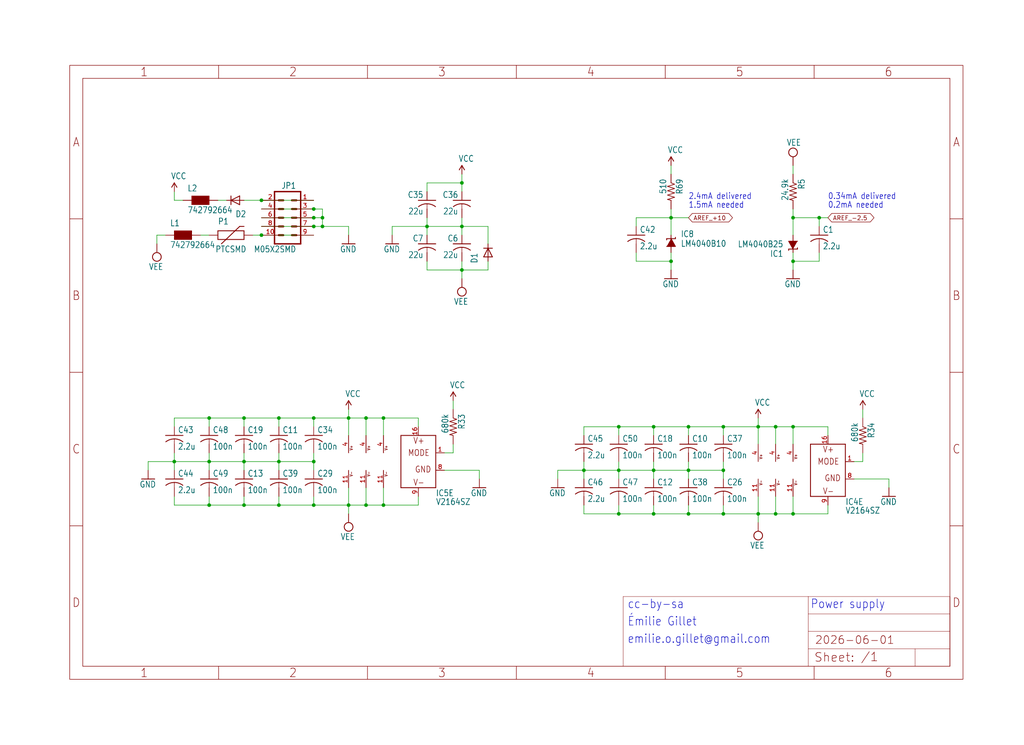
<source format=kicad_sch>
(kicad_sch
	(version 20231120)
	(generator "eeschema")
	(generator_version "8.0")
	(uuid "111f5ca6-dc13-45d1-a857-f6bd6b326379")
	(paper "User" 298.45 217.322)
	(lib_symbols
		(symbol "veils_v110-eagle-import:A4L-LOC"
			(exclude_from_sim no)
			(in_bom yes)
			(on_board yes)
			(property "Reference" "#FRAME"
				(at 0 0 0)
				(effects
					(font
						(size 1.27 1.27)
					)
					(hide yes)
				)
			)
			(property "Value" ""
				(at 0 0 0)
				(effects
					(font
						(size 1.27 1.27)
					)
					(hide yes)
				)
			)
			(property "Footprint" ""
				(at 0 0 0)
				(effects
					(font
						(size 1.27 1.27)
					)
					(hide yes)
				)
			)
			(property "Datasheet" ""
				(at 0 0 0)
				(effects
					(font
						(size 1.27 1.27)
					)
					(hide yes)
				)
			)
			(property "Description" "FRAME\n\nDIN A4, landscape with location and doc. field"
				(at 0 0 0)
				(effects
					(font
						(size 1.27 1.27)
					)
					(hide yes)
				)
			)
			(property "ki_locked" ""
				(at 0 0 0)
				(effects
					(font
						(size 1.27 1.27)
					)
				)
			)
			(symbol "A4L-LOC_1_0"
				(polyline
					(pts
						(xy 0 44.7675) (xy 3.81 44.7675)
					)
					(stroke
						(width 0)
						(type default)
					)
					(fill
						(type none)
					)
				)
				(polyline
					(pts
						(xy 0 89.535) (xy 3.81 89.535)
					)
					(stroke
						(width 0)
						(type default)
					)
					(fill
						(type none)
					)
				)
				(polyline
					(pts
						(xy 0 134.3025) (xy 3.81 134.3025)
					)
					(stroke
						(width 0)
						(type default)
					)
					(fill
						(type none)
					)
				)
				(polyline
					(pts
						(xy 3.81 3.81) (xy 3.81 175.26)
					)
					(stroke
						(width 0)
						(type default)
					)
					(fill
						(type none)
					)
				)
				(polyline
					(pts
						(xy 43.3917 0) (xy 43.3917 3.81)
					)
					(stroke
						(width 0)
						(type default)
					)
					(fill
						(type none)
					)
				)
				(polyline
					(pts
						(xy 43.3917 175.26) (xy 43.3917 179.07)
					)
					(stroke
						(width 0)
						(type default)
					)
					(fill
						(type none)
					)
				)
				(polyline
					(pts
						(xy 86.7833 0) (xy 86.7833 3.81)
					)
					(stroke
						(width 0)
						(type default)
					)
					(fill
						(type none)
					)
				)
				(polyline
					(pts
						(xy 86.7833 175.26) (xy 86.7833 179.07)
					)
					(stroke
						(width 0)
						(type default)
					)
					(fill
						(type none)
					)
				)
				(polyline
					(pts
						(xy 130.175 0) (xy 130.175 3.81)
					)
					(stroke
						(width 0)
						(type default)
					)
					(fill
						(type none)
					)
				)
				(polyline
					(pts
						(xy 130.175 175.26) (xy 130.175 179.07)
					)
					(stroke
						(width 0)
						(type default)
					)
					(fill
						(type none)
					)
				)
				(polyline
					(pts
						(xy 161.29 3.81) (xy 161.29 24.13)
					)
					(stroke
						(width 0.1016)
						(type solid)
					)
					(fill
						(type none)
					)
				)
				(polyline
					(pts
						(xy 161.29 24.13) (xy 215.265 24.13)
					)
					(stroke
						(width 0.1016)
						(type solid)
					)
					(fill
						(type none)
					)
				)
				(polyline
					(pts
						(xy 173.5667 0) (xy 173.5667 3.81)
					)
					(stroke
						(width 0)
						(type default)
					)
					(fill
						(type none)
					)
				)
				(polyline
					(pts
						(xy 173.5667 175.26) (xy 173.5667 179.07)
					)
					(stroke
						(width 0)
						(type default)
					)
					(fill
						(type none)
					)
				)
				(polyline
					(pts
						(xy 215.265 8.89) (xy 215.265 3.81)
					)
					(stroke
						(width 0.1016)
						(type solid)
					)
					(fill
						(type none)
					)
				)
				(polyline
					(pts
						(xy 215.265 8.89) (xy 215.265 13.97)
					)
					(stroke
						(width 0.1016)
						(type solid)
					)
					(fill
						(type none)
					)
				)
				(polyline
					(pts
						(xy 215.265 13.97) (xy 215.265 19.05)
					)
					(stroke
						(width 0.1016)
						(type solid)
					)
					(fill
						(type none)
					)
				)
				(polyline
					(pts
						(xy 215.265 13.97) (xy 256.54 13.97)
					)
					(stroke
						(width 0.1016)
						(type solid)
					)
					(fill
						(type none)
					)
				)
				(polyline
					(pts
						(xy 215.265 19.05) (xy 215.265 24.13)
					)
					(stroke
						(width 0.1016)
						(type solid)
					)
					(fill
						(type none)
					)
				)
				(polyline
					(pts
						(xy 215.265 19.05) (xy 256.54 19.05)
					)
					(stroke
						(width 0.1016)
						(type solid)
					)
					(fill
						(type none)
					)
				)
				(polyline
					(pts
						(xy 215.265 24.13) (xy 256.54 24.13)
					)
					(stroke
						(width 0.1016)
						(type solid)
					)
					(fill
						(type none)
					)
				)
				(polyline
					(pts
						(xy 216.9583 0) (xy 216.9583 3.81)
					)
					(stroke
						(width 0)
						(type default)
					)
					(fill
						(type none)
					)
				)
				(polyline
					(pts
						(xy 216.9583 175.26) (xy 216.9583 179.07)
					)
					(stroke
						(width 0)
						(type default)
					)
					(fill
						(type none)
					)
				)
				(polyline
					(pts
						(xy 246.38 3.81) (xy 246.38 8.89)
					)
					(stroke
						(width 0.1016)
						(type solid)
					)
					(fill
						(type none)
					)
				)
				(polyline
					(pts
						(xy 246.38 8.89) (xy 215.265 8.89)
					)
					(stroke
						(width 0.1016)
						(type solid)
					)
					(fill
						(type none)
					)
				)
				(polyline
					(pts
						(xy 246.38 8.89) (xy 256.54 8.89)
					)
					(stroke
						(width 0.1016)
						(type solid)
					)
					(fill
						(type none)
					)
				)
				(polyline
					(pts
						(xy 256.54 3.81) (xy 3.81 3.81)
					)
					(stroke
						(width 0)
						(type default)
					)
					(fill
						(type none)
					)
				)
				(polyline
					(pts
						(xy 256.54 3.81) (xy 256.54 8.89)
					)
					(stroke
						(width 0.1016)
						(type solid)
					)
					(fill
						(type none)
					)
				)
				(polyline
					(pts
						(xy 256.54 3.81) (xy 256.54 175.26)
					)
					(stroke
						(width 0)
						(type default)
					)
					(fill
						(type none)
					)
				)
				(polyline
					(pts
						(xy 256.54 8.89) (xy 256.54 13.97)
					)
					(stroke
						(width 0.1016)
						(type solid)
					)
					(fill
						(type none)
					)
				)
				(polyline
					(pts
						(xy 256.54 13.97) (xy 256.54 19.05)
					)
					(stroke
						(width 0.1016)
						(type solid)
					)
					(fill
						(type none)
					)
				)
				(polyline
					(pts
						(xy 256.54 19.05) (xy 256.54 24.13)
					)
					(stroke
						(width 0.1016)
						(type solid)
					)
					(fill
						(type none)
					)
				)
				(polyline
					(pts
						(xy 256.54 44.7675) (xy 260.35 44.7675)
					)
					(stroke
						(width 0)
						(type default)
					)
					(fill
						(type none)
					)
				)
				(polyline
					(pts
						(xy 256.54 89.535) (xy 260.35 89.535)
					)
					(stroke
						(width 0)
						(type default)
					)
					(fill
						(type none)
					)
				)
				(polyline
					(pts
						(xy 256.54 134.3025) (xy 260.35 134.3025)
					)
					(stroke
						(width 0)
						(type default)
					)
					(fill
						(type none)
					)
				)
				(polyline
					(pts
						(xy 256.54 175.26) (xy 3.81 175.26)
					)
					(stroke
						(width 0)
						(type default)
					)
					(fill
						(type none)
					)
				)
				(polyline
					(pts
						(xy 0 0) (xy 260.35 0) (xy 260.35 179.07) (xy 0 179.07) (xy 0 0)
					)
					(stroke
						(width 0)
						(type default)
					)
					(fill
						(type none)
					)
				)
				(text "${#}/${##}"
					(at 230.505 5.08 0)
					(effects
						(font
							(size 2.54 2.54)
						)
						(justify left bottom)
					)
				)
				(text "${CURRENT_DATE}"
					(at 217.17 10.16 0)
					(effects
						(font
							(size 2.286 2.286)
						)
						(justify left bottom)
					)
				)
				(text "${PROJECTNAME}"
					(at 217.17 15.24 0)
					(effects
						(font
							(size 2.54 2.54)
						)
						(justify left bottom)
					)
				)
				(text "1"
					(at 21.6958 1.905 0)
					(effects
						(font
							(size 2.54 2.286)
						)
					)
				)
				(text "1"
					(at 21.6958 177.165 0)
					(effects
						(font
							(size 2.54 2.286)
						)
					)
				)
				(text "2"
					(at 65.0875 1.905 0)
					(effects
						(font
							(size 2.54 2.286)
						)
					)
				)
				(text "2"
					(at 65.0875 177.165 0)
					(effects
						(font
							(size 2.54 2.286)
						)
					)
				)
				(text "3"
					(at 108.4792 1.905 0)
					(effects
						(font
							(size 2.54 2.286)
						)
					)
				)
				(text "3"
					(at 108.4792 177.165 0)
					(effects
						(font
							(size 2.54 2.286)
						)
					)
				)
				(text "4"
					(at 151.8708 1.905 0)
					(effects
						(font
							(size 2.54 2.286)
						)
					)
				)
				(text "4"
					(at 151.8708 177.165 0)
					(effects
						(font
							(size 2.54 2.286)
						)
					)
				)
				(text "5"
					(at 195.2625 1.905 0)
					(effects
						(font
							(size 2.54 2.286)
						)
					)
				)
				(text "5"
					(at 195.2625 177.165 0)
					(effects
						(font
							(size 2.54 2.286)
						)
					)
				)
				(text "6"
					(at 238.6542 1.905 0)
					(effects
						(font
							(size 2.54 2.286)
						)
					)
				)
				(text "6"
					(at 238.6542 177.165 0)
					(effects
						(font
							(size 2.54 2.286)
						)
					)
				)
				(text "A"
					(at 1.905 156.6863 0)
					(effects
						(font
							(size 2.54 2.286)
						)
					)
				)
				(text "A"
					(at 258.445 156.6863 0)
					(effects
						(font
							(size 2.54 2.286)
						)
					)
				)
				(text "B"
					(at 1.905 111.9188 0)
					(effects
						(font
							(size 2.54 2.286)
						)
					)
				)
				(text "B"
					(at 258.445 111.9188 0)
					(effects
						(font
							(size 2.54 2.286)
						)
					)
				)
				(text "C"
					(at 1.905 67.1513 0)
					(effects
						(font
							(size 2.54 2.286)
						)
					)
				)
				(text "C"
					(at 258.445 67.1513 0)
					(effects
						(font
							(size 2.54 2.286)
						)
					)
				)
				(text "D"
					(at 1.905 22.3838 0)
					(effects
						(font
							(size 2.54 2.286)
						)
					)
				)
				(text "D"
					(at 258.445 22.3838 0)
					(effects
						(font
							(size 2.54 2.286)
						)
					)
				)
				(text "Sheet:"
					(at 216.916 4.953 0)
					(effects
						(font
							(size 2.54 2.54)
						)
						(justify left bottom)
					)
				)
			)
		)
		(symbol "veils_v110-eagle-import:C-USC0402"
			(exclude_from_sim no)
			(in_bom yes)
			(on_board yes)
			(property "Reference" "C"
				(at 1.016 0.635 0)
				(effects
					(font
						(size 1.778 1.5113)
					)
					(justify left bottom)
				)
			)
			(property "Value" ""
				(at 1.016 -4.191 0)
				(effects
					(font
						(size 1.778 1.5113)
					)
					(justify left bottom)
				)
			)
			(property "Footprint" "veils_v110:C0402"
				(at 0 0 0)
				(effects
					(font
						(size 1.27 1.27)
					)
					(hide yes)
				)
			)
			(property "Datasheet" ""
				(at 0 0 0)
				(effects
					(font
						(size 1.27 1.27)
					)
					(hide yes)
				)
			)
			(property "Description" "CAPACITOR, American symbol"
				(at 0 0 0)
				(effects
					(font
						(size 1.27 1.27)
					)
					(hide yes)
				)
			)
			(property "ki_locked" ""
				(at 0 0 0)
				(effects
					(font
						(size 1.27 1.27)
					)
				)
			)
			(symbol "C-USC0402_1_0"
				(arc
					(start 0 -1.0161)
					(mid -1.302 -1.2303)
					(end -2.4668 -1.8504)
					(stroke
						(width 0.254)
						(type solid)
					)
					(fill
						(type none)
					)
				)
				(polyline
					(pts
						(xy -2.54 0) (xy 2.54 0)
					)
					(stroke
						(width 0.254)
						(type solid)
					)
					(fill
						(type none)
					)
				)
				(polyline
					(pts
						(xy 0 -1.016) (xy 0 -2.54)
					)
					(stroke
						(width 0.1524)
						(type solid)
					)
					(fill
						(type none)
					)
				)
				(arc
					(start 2.4892 -1.8541)
					(mid 1.3158 -1.2194)
					(end 0 -1)
					(stroke
						(width 0.254)
						(type solid)
					)
					(fill
						(type none)
					)
				)
				(pin passive line
					(at 0 2.54 270)
					(length 2.54)
					(name "1"
						(effects
							(font
								(size 0 0)
							)
						)
					)
					(number "1"
						(effects
							(font
								(size 0 0)
							)
						)
					)
				)
				(pin passive line
					(at 0 -5.08 90)
					(length 2.54)
					(name "2"
						(effects
							(font
								(size 0 0)
							)
						)
					)
					(number "2"
						(effects
							(font
								(size 0 0)
							)
						)
					)
				)
			)
		)
		(symbol "veils_v110-eagle-import:C-USC0603"
			(exclude_from_sim no)
			(in_bom yes)
			(on_board yes)
			(property "Reference" "C"
				(at 1.016 0.635 0)
				(effects
					(font
						(size 1.778 1.5113)
					)
					(justify left bottom)
				)
			)
			(property "Value" ""
				(at 1.016 -4.191 0)
				(effects
					(font
						(size 1.778 1.5113)
					)
					(justify left bottom)
				)
			)
			(property "Footprint" "veils_v110:C0603"
				(at 0 0 0)
				(effects
					(font
						(size 1.27 1.27)
					)
					(hide yes)
				)
			)
			(property "Datasheet" ""
				(at 0 0 0)
				(effects
					(font
						(size 1.27 1.27)
					)
					(hide yes)
				)
			)
			(property "Description" "CAPACITOR, American symbol"
				(at 0 0 0)
				(effects
					(font
						(size 1.27 1.27)
					)
					(hide yes)
				)
			)
			(property "ki_locked" ""
				(at 0 0 0)
				(effects
					(font
						(size 1.27 1.27)
					)
				)
			)
			(symbol "C-USC0603_1_0"
				(arc
					(start 0 -1.0161)
					(mid -1.302 -1.2303)
					(end -2.4668 -1.8504)
					(stroke
						(width 0.254)
						(type solid)
					)
					(fill
						(type none)
					)
				)
				(polyline
					(pts
						(xy -2.54 0) (xy 2.54 0)
					)
					(stroke
						(width 0.254)
						(type solid)
					)
					(fill
						(type none)
					)
				)
				(polyline
					(pts
						(xy 0 -1.016) (xy 0 -2.54)
					)
					(stroke
						(width 0.1524)
						(type solid)
					)
					(fill
						(type none)
					)
				)
				(arc
					(start 2.4892 -1.8541)
					(mid 1.3158 -1.2194)
					(end 0 -1)
					(stroke
						(width 0.254)
						(type solid)
					)
					(fill
						(type none)
					)
				)
				(pin passive line
					(at 0 2.54 270)
					(length 2.54)
					(name "1"
						(effects
							(font
								(size 0 0)
							)
						)
					)
					(number "1"
						(effects
							(font
								(size 0 0)
							)
						)
					)
				)
				(pin passive line
					(at 0 -5.08 90)
					(length 2.54)
					(name "2"
						(effects
							(font
								(size 0 0)
							)
						)
					)
					(number "2"
						(effects
							(font
								(size 0 0)
							)
						)
					)
				)
			)
		)
		(symbol "veils_v110-eagle-import:C-USC1206"
			(exclude_from_sim no)
			(in_bom yes)
			(on_board yes)
			(property "Reference" "C"
				(at 1.016 0.635 0)
				(effects
					(font
						(size 1.778 1.5113)
					)
					(justify left bottom)
				)
			)
			(property "Value" ""
				(at 1.016 -4.191 0)
				(effects
					(font
						(size 1.778 1.5113)
					)
					(justify left bottom)
				)
			)
			(property "Footprint" "veils_v110:C1206"
				(at 0 0 0)
				(effects
					(font
						(size 1.27 1.27)
					)
					(hide yes)
				)
			)
			(property "Datasheet" ""
				(at 0 0 0)
				(effects
					(font
						(size 1.27 1.27)
					)
					(hide yes)
				)
			)
			(property "Description" "CAPACITOR, American symbol"
				(at 0 0 0)
				(effects
					(font
						(size 1.27 1.27)
					)
					(hide yes)
				)
			)
			(property "ki_locked" ""
				(at 0 0 0)
				(effects
					(font
						(size 1.27 1.27)
					)
				)
			)
			(symbol "C-USC1206_1_0"
				(arc
					(start 0 -1.0161)
					(mid -1.302 -1.2303)
					(end -2.4668 -1.8504)
					(stroke
						(width 0.254)
						(type solid)
					)
					(fill
						(type none)
					)
				)
				(polyline
					(pts
						(xy -2.54 0) (xy 2.54 0)
					)
					(stroke
						(width 0.254)
						(type solid)
					)
					(fill
						(type none)
					)
				)
				(polyline
					(pts
						(xy 0 -1.016) (xy 0 -2.54)
					)
					(stroke
						(width 0.1524)
						(type solid)
					)
					(fill
						(type none)
					)
				)
				(arc
					(start 2.4892 -1.8541)
					(mid 1.3158 -1.2194)
					(end 0 -1)
					(stroke
						(width 0.254)
						(type solid)
					)
					(fill
						(type none)
					)
				)
				(pin passive line
					(at 0 2.54 270)
					(length 2.54)
					(name "1"
						(effects
							(font
								(size 0 0)
							)
						)
					)
					(number "1"
						(effects
							(font
								(size 0 0)
							)
						)
					)
				)
				(pin passive line
					(at 0 -5.08 90)
					(length 2.54)
					(name "2"
						(effects
							(font
								(size 0 0)
							)
						)
					)
					(number "2"
						(effects
							(font
								(size 0 0)
							)
						)
					)
				)
			)
		)
		(symbol "veils_v110-eagle-import:DIODE-SOD123"
			(exclude_from_sim no)
			(in_bom yes)
			(on_board yes)
			(property "Reference" "D"
				(at 2.54 0.4826 0)
				(effects
					(font
						(size 1.778 1.5113)
					)
					(justify left bottom)
				)
			)
			(property "Value" ""
				(at 2.54 -2.3114 0)
				(effects
					(font
						(size 1.778 1.5113)
					)
					(justify left bottom)
				)
			)
			(property "Footprint" "veils_v110:SOD123"
				(at 0 0 0)
				(effects
					(font
						(size 1.27 1.27)
					)
					(hide yes)
				)
			)
			(property "Datasheet" ""
				(at 0 0 0)
				(effects
					(font
						(size 1.27 1.27)
					)
					(hide yes)
				)
			)
			(property "Description" "DIODE"
				(at 0 0 0)
				(effects
					(font
						(size 1.27 1.27)
					)
					(hide yes)
				)
			)
			(property "ki_locked" ""
				(at 0 0 0)
				(effects
					(font
						(size 1.27 1.27)
					)
				)
			)
			(symbol "DIODE-SOD123_1_0"
				(polyline
					(pts
						(xy -1.27 -1.27) (xy 1.27 0)
					)
					(stroke
						(width 0.254)
						(type solid)
					)
					(fill
						(type none)
					)
				)
				(polyline
					(pts
						(xy -1.27 1.27) (xy -1.27 -1.27)
					)
					(stroke
						(width 0.254)
						(type solid)
					)
					(fill
						(type none)
					)
				)
				(polyline
					(pts
						(xy 1.27 0) (xy -1.27 1.27)
					)
					(stroke
						(width 0.254)
						(type solid)
					)
					(fill
						(type none)
					)
				)
				(polyline
					(pts
						(xy 1.27 0) (xy 1.27 -1.27)
					)
					(stroke
						(width 0.254)
						(type solid)
					)
					(fill
						(type none)
					)
				)
				(polyline
					(pts
						(xy 1.27 1.27) (xy 1.27 0)
					)
					(stroke
						(width 0.254)
						(type solid)
					)
					(fill
						(type none)
					)
				)
				(pin passive line
					(at -2.54 0 0)
					(length 2.54)
					(name "A"
						(effects
							(font
								(size 0 0)
							)
						)
					)
					(number "A"
						(effects
							(font
								(size 0 0)
							)
						)
					)
				)
				(pin passive line
					(at 2.54 0 180)
					(length 2.54)
					(name "C"
						(effects
							(font
								(size 0 0)
							)
						)
					)
					(number "C"
						(effects
							(font
								(size 0 0)
							)
						)
					)
				)
			)
		)
		(symbol "veils_v110-eagle-import:GND"
			(power)
			(exclude_from_sim no)
			(in_bom yes)
			(on_board yes)
			(property "Reference" "#GND"
				(at 0 0 0)
				(effects
					(font
						(size 1.27 1.27)
					)
					(hide yes)
				)
			)
			(property "Value" ""
				(at -2.54 -2.54 0)
				(effects
					(font
						(size 1.778 1.5113)
					)
					(justify left bottom)
				)
			)
			(property "Footprint" ""
				(at 0 0 0)
				(effects
					(font
						(size 1.27 1.27)
					)
					(hide yes)
				)
			)
			(property "Datasheet" ""
				(at 0 0 0)
				(effects
					(font
						(size 1.27 1.27)
					)
					(hide yes)
				)
			)
			(property "Description" "SUPPLY SYMBOL"
				(at 0 0 0)
				(effects
					(font
						(size 1.27 1.27)
					)
					(hide yes)
				)
			)
			(property "ki_locked" ""
				(at 0 0 0)
				(effects
					(font
						(size 1.27 1.27)
					)
				)
			)
			(symbol "GND_1_0"
				(polyline
					(pts
						(xy -1.905 0) (xy 1.905 0)
					)
					(stroke
						(width 0.254)
						(type solid)
					)
					(fill
						(type none)
					)
				)
				(pin power_in line
					(at 0 2.54 270)
					(length 2.54)
					(name "GND"
						(effects
							(font
								(size 0 0)
							)
						)
					)
					(number "1"
						(effects
							(font
								(size 0 0)
							)
						)
					)
				)
			)
		)
		(symbol "veils_v110-eagle-import:LM4041DBZ"
			(exclude_from_sim no)
			(in_bom yes)
			(on_board yes)
			(property "Reference" "IC"
				(at 2.794 1.905 0)
				(effects
					(font
						(size 1.778 1.5113)
					)
					(justify left bottom)
				)
			)
			(property "Value" ""
				(at 2.794 -0.889 0)
				(effects
					(font
						(size 1.778 1.5113)
					)
					(justify left bottom)
				)
			)
			(property "Footprint" "veils_v110:DBZ_R-PDSO-G3"
				(at 0 0 0)
				(effects
					(font
						(size 1.27 1.27)
					)
					(hide yes)
				)
			)
			(property "Datasheet" ""
				(at 0 0 0)
				(effects
					(font
						(size 1.27 1.27)
					)
					(hide yes)
				)
			)
			(property "Description" "PRECISION MICROPOWER SHUNT VOLTAGE REFERENCE\n\nSource: http://focus.ti.com/lit/ds/slcs146e/slcs146e.pdf"
				(at 0 0 0)
				(effects
					(font
						(size 1.27 1.27)
					)
					(hide yes)
				)
			)
			(property "ki_locked" ""
				(at 0 0 0)
				(effects
					(font
						(size 1.27 1.27)
					)
				)
			)
			(symbol "LM4041DBZ_1_0"
				(polyline
					(pts
						(xy -1.27 1.524) (xy -1.27 1.143)
					)
					(stroke
						(width 0.254)
						(type solid)
					)
					(fill
						(type none)
					)
				)
				(polyline
					(pts
						(xy 0 1.524) (xy -1.27 1.524)
					)
					(stroke
						(width 0.254)
						(type solid)
					)
					(fill
						(type none)
					)
				)
				(polyline
					(pts
						(xy 1.27 1.524) (xy 0 1.524)
					)
					(stroke
						(width 0.254)
						(type solid)
					)
					(fill
						(type none)
					)
				)
				(polyline
					(pts
						(xy 1.27 1.905) (xy 1.27 1.524)
					)
					(stroke
						(width 0.254)
						(type solid)
					)
					(fill
						(type none)
					)
				)
				(polyline
					(pts
						(xy -1.27 -0.762) (xy 1.27 -0.762) (xy 0 1.524)
					)
					(stroke
						(width 0.254)
						(type solid)
					)
					(fill
						(type outline)
					)
				)
				(pin passive line
					(at 0 2.54 270)
					(length 2.54)
					(name "C"
						(effects
							(font
								(size 0 0)
							)
						)
					)
					(number "1"
						(effects
							(font
								(size 0 0)
							)
						)
					)
				)
				(pin passive line
					(at 0 -2.54 90)
					(length 2.54)
					(name "A"
						(effects
							(font
								(size 0 0)
							)
						)
					)
					(number "2"
						(effects
							(font
								(size 0 0)
							)
						)
					)
				)
			)
		)
		(symbol "veils_v110-eagle-import:M05X2SMD"
			(exclude_from_sim no)
			(in_bom yes)
			(on_board yes)
			(property "Reference" "JP"
				(at -2.54 8.382 0)
				(effects
					(font
						(size 1.778 1.5113)
					)
					(justify left bottom)
				)
			)
			(property "Value" ""
				(at -2.54 -10.16 0)
				(effects
					(font
						(size 1.778 1.5113)
					)
					(justify left bottom)
				)
			)
			(property "Footprint" "veils_v110:2X5-SMD"
				(at 0 0 0)
				(effects
					(font
						(size 1.27 1.27)
					)
					(hide yes)
				)
			)
			(property "Datasheet" ""
				(at 0 0 0)
				(effects
					(font
						(size 1.27 1.27)
					)
					(hide yes)
				)
			)
			(property "Description" "Header 5x2 Standard 10-pin dual row 0.1\" header. Commonly used with AVR-ISP. Use with Spark Fun Electronics SKU: PRT-00778"
				(at 0 0 0)
				(effects
					(font
						(size 1.27 1.27)
					)
					(hide yes)
				)
			)
			(property "ki_locked" ""
				(at 0 0 0)
				(effects
					(font
						(size 1.27 1.27)
					)
				)
			)
			(symbol "M05X2SMD_1_0"
				(polyline
					(pts
						(xy -3.81 7.62) (xy -3.81 -7.62)
					)
					(stroke
						(width 0.4064)
						(type solid)
					)
					(fill
						(type none)
					)
				)
				(polyline
					(pts
						(xy -3.81 7.62) (xy 3.81 7.62)
					)
					(stroke
						(width 0.4064)
						(type solid)
					)
					(fill
						(type none)
					)
				)
				(polyline
					(pts
						(xy -1.27 -5.08) (xy -2.54 -5.08)
					)
					(stroke
						(width 0.6096)
						(type solid)
					)
					(fill
						(type none)
					)
				)
				(polyline
					(pts
						(xy -1.27 -2.54) (xy -2.54 -2.54)
					)
					(stroke
						(width 0.6096)
						(type solid)
					)
					(fill
						(type none)
					)
				)
				(polyline
					(pts
						(xy -1.27 0) (xy -2.54 0)
					)
					(stroke
						(width 0.6096)
						(type solid)
					)
					(fill
						(type none)
					)
				)
				(polyline
					(pts
						(xy -1.27 2.54) (xy -2.54 2.54)
					)
					(stroke
						(width 0.6096)
						(type solid)
					)
					(fill
						(type none)
					)
				)
				(polyline
					(pts
						(xy -1.27 5.08) (xy -2.54 5.08)
					)
					(stroke
						(width 0.6096)
						(type solid)
					)
					(fill
						(type none)
					)
				)
				(polyline
					(pts
						(xy 1.27 -5.08) (xy 2.54 -5.08)
					)
					(stroke
						(width 0.6096)
						(type solid)
					)
					(fill
						(type none)
					)
				)
				(polyline
					(pts
						(xy 1.27 -2.54) (xy 2.54 -2.54)
					)
					(stroke
						(width 0.6096)
						(type solid)
					)
					(fill
						(type none)
					)
				)
				(polyline
					(pts
						(xy 1.27 0) (xy 2.54 0)
					)
					(stroke
						(width 0.6096)
						(type solid)
					)
					(fill
						(type none)
					)
				)
				(polyline
					(pts
						(xy 1.27 2.54) (xy 2.54 2.54)
					)
					(stroke
						(width 0.6096)
						(type solid)
					)
					(fill
						(type none)
					)
				)
				(polyline
					(pts
						(xy 1.27 5.08) (xy 2.54 5.08)
					)
					(stroke
						(width 0.6096)
						(type solid)
					)
					(fill
						(type none)
					)
				)
				(polyline
					(pts
						(xy 3.81 -7.62) (xy -3.81 -7.62)
					)
					(stroke
						(width 0.4064)
						(type solid)
					)
					(fill
						(type none)
					)
				)
				(polyline
					(pts
						(xy 3.81 -7.62) (xy 3.81 7.62)
					)
					(stroke
						(width 0.4064)
						(type solid)
					)
					(fill
						(type none)
					)
				)
				(pin passive line
					(at -7.62 5.08 0)
					(length 5.08)
					(name "1"
						(effects
							(font
								(size 0 0)
							)
						)
					)
					(number "1"
						(effects
							(font
								(size 1.27 1.27)
							)
						)
					)
				)
				(pin passive line
					(at 7.62 -5.08 180)
					(length 5.08)
					(name "10"
						(effects
							(font
								(size 0 0)
							)
						)
					)
					(number "10"
						(effects
							(font
								(size 1.27 1.27)
							)
						)
					)
				)
				(pin passive line
					(at 7.62 5.08 180)
					(length 5.08)
					(name "2"
						(effects
							(font
								(size 0 0)
							)
						)
					)
					(number "2"
						(effects
							(font
								(size 1.27 1.27)
							)
						)
					)
				)
				(pin passive line
					(at -7.62 2.54 0)
					(length 5.08)
					(name "3"
						(effects
							(font
								(size 0 0)
							)
						)
					)
					(number "3"
						(effects
							(font
								(size 1.27 1.27)
							)
						)
					)
				)
				(pin passive line
					(at 7.62 2.54 180)
					(length 5.08)
					(name "4"
						(effects
							(font
								(size 0 0)
							)
						)
					)
					(number "4"
						(effects
							(font
								(size 1.27 1.27)
							)
						)
					)
				)
				(pin passive line
					(at -7.62 0 0)
					(length 5.08)
					(name "5"
						(effects
							(font
								(size 0 0)
							)
						)
					)
					(number "5"
						(effects
							(font
								(size 1.27 1.27)
							)
						)
					)
				)
				(pin passive line
					(at 7.62 0 180)
					(length 5.08)
					(name "6"
						(effects
							(font
								(size 0 0)
							)
						)
					)
					(number "6"
						(effects
							(font
								(size 1.27 1.27)
							)
						)
					)
				)
				(pin passive line
					(at -7.62 -2.54 0)
					(length 5.08)
					(name "7"
						(effects
							(font
								(size 0 0)
							)
						)
					)
					(number "7"
						(effects
							(font
								(size 1.27 1.27)
							)
						)
					)
				)
				(pin passive line
					(at 7.62 -2.54 180)
					(length 5.08)
					(name "8"
						(effects
							(font
								(size 0 0)
							)
						)
					)
					(number "8"
						(effects
							(font
								(size 1.27 1.27)
							)
						)
					)
				)
				(pin passive line
					(at -7.62 -5.08 0)
					(length 5.08)
					(name "9"
						(effects
							(font
								(size 0 0)
							)
						)
					)
					(number "9"
						(effects
							(font
								(size 1.27 1.27)
							)
						)
					)
				)
			)
		)
		(symbol "veils_v110-eagle-import:OPA1679PW"
			(exclude_from_sim no)
			(in_bom yes)
			(on_board yes)
			(property "Reference" "IC"
				(at 2.54 3.175 0)
				(effects
					(font
						(size 1.778 1.5113)
					)
					(justify left bottom)
					(hide yes)
				)
			)
			(property "Value" ""
				(at 2.54 -5.08 0)
				(effects
					(font
						(size 1.778 1.5113)
					)
					(justify left bottom)
					(hide yes)
				)
			)
			(property "Footprint" "veils_v110:TSSOP14_065"
				(at 0 0 0)
				(effects
					(font
						(size 1.27 1.27)
					)
					(hide yes)
				)
			)
			(property "Datasheet" ""
				(at 0 0 0)
				(effects
					(font
						(size 1.27 1.27)
					)
					(hide yes)
				)
			)
			(property "Description" ""
				(at 0 0 0)
				(effects
					(font
						(size 1.27 1.27)
					)
					(hide yes)
				)
			)
			(property "ki_locked" ""
				(at 0 0 0)
				(effects
					(font
						(size 1.27 1.27)
					)
				)
			)
			(symbol "OPA1679PW_1_0"
				(polyline
					(pts
						(xy -5.08 -5.08) (xy 5.08 0)
					)
					(stroke
						(width 0.4064)
						(type solid)
					)
					(fill
						(type none)
					)
				)
				(polyline
					(pts
						(xy -5.08 5.08) (xy -5.08 -5.08)
					)
					(stroke
						(width 0.4064)
						(type solid)
					)
					(fill
						(type none)
					)
				)
				(polyline
					(pts
						(xy -4.445 -2.54) (xy -3.175 -2.54)
					)
					(stroke
						(width 0.1524)
						(type solid)
					)
					(fill
						(type none)
					)
				)
				(polyline
					(pts
						(xy -4.445 2.54) (xy -3.175 2.54)
					)
					(stroke
						(width 0.1524)
						(type solid)
					)
					(fill
						(type none)
					)
				)
				(polyline
					(pts
						(xy -3.81 3.175) (xy -3.81 1.905)
					)
					(stroke
						(width 0.1524)
						(type solid)
					)
					(fill
						(type none)
					)
				)
				(polyline
					(pts
						(xy 5.08 0) (xy -5.08 5.08)
					)
					(stroke
						(width 0.4064)
						(type solid)
					)
					(fill
						(type none)
					)
				)
				(pin output line
					(at 7.62 0 180)
					(length 2.54)
					(name "OUT"
						(effects
							(font
								(size 0 0)
							)
						)
					)
					(number "1"
						(effects
							(font
								(size 1.27 1.27)
							)
						)
					)
				)
				(pin input line
					(at -7.62 -2.54 0)
					(length 2.54)
					(name "-IN"
						(effects
							(font
								(size 0 0)
							)
						)
					)
					(number "2"
						(effects
							(font
								(size 1.27 1.27)
							)
						)
					)
				)
				(pin input line
					(at -7.62 2.54 0)
					(length 2.54)
					(name "+IN"
						(effects
							(font
								(size 0 0)
							)
						)
					)
					(number "3"
						(effects
							(font
								(size 1.27 1.27)
							)
						)
					)
				)
			)
			(symbol "OPA1679PW_2_0"
				(polyline
					(pts
						(xy -5.08 -5.08) (xy 5.08 0)
					)
					(stroke
						(width 0.4064)
						(type solid)
					)
					(fill
						(type none)
					)
				)
				(polyline
					(pts
						(xy -5.08 5.08) (xy -5.08 -5.08)
					)
					(stroke
						(width 0.4064)
						(type solid)
					)
					(fill
						(type none)
					)
				)
				(polyline
					(pts
						(xy -4.445 -2.54) (xy -3.175 -2.54)
					)
					(stroke
						(width 0.1524)
						(type solid)
					)
					(fill
						(type none)
					)
				)
				(polyline
					(pts
						(xy -4.445 2.54) (xy -3.175 2.54)
					)
					(stroke
						(width 0.1524)
						(type solid)
					)
					(fill
						(type none)
					)
				)
				(polyline
					(pts
						(xy -3.81 3.175) (xy -3.81 1.905)
					)
					(stroke
						(width 0.1524)
						(type solid)
					)
					(fill
						(type none)
					)
				)
				(polyline
					(pts
						(xy 5.08 0) (xy -5.08 5.08)
					)
					(stroke
						(width 0.4064)
						(type solid)
					)
					(fill
						(type none)
					)
				)
				(pin input line
					(at -7.62 2.54 0)
					(length 2.54)
					(name "+IN"
						(effects
							(font
								(size 0 0)
							)
						)
					)
					(number "5"
						(effects
							(font
								(size 1.27 1.27)
							)
						)
					)
				)
				(pin input line
					(at -7.62 -2.54 0)
					(length 2.54)
					(name "-IN"
						(effects
							(font
								(size 0 0)
							)
						)
					)
					(number "6"
						(effects
							(font
								(size 1.27 1.27)
							)
						)
					)
				)
				(pin output line
					(at 7.62 0 180)
					(length 2.54)
					(name "OUT"
						(effects
							(font
								(size 0 0)
							)
						)
					)
					(number "7"
						(effects
							(font
								(size 1.27 1.27)
							)
						)
					)
				)
			)
			(symbol "OPA1679PW_3_0"
				(polyline
					(pts
						(xy -5.08 -5.08) (xy 5.08 0)
					)
					(stroke
						(width 0.4064)
						(type solid)
					)
					(fill
						(type none)
					)
				)
				(polyline
					(pts
						(xy -5.08 5.08) (xy -5.08 -5.08)
					)
					(stroke
						(width 0.4064)
						(type solid)
					)
					(fill
						(type none)
					)
				)
				(polyline
					(pts
						(xy -4.445 -2.54) (xy -3.175 -2.54)
					)
					(stroke
						(width 0.1524)
						(type solid)
					)
					(fill
						(type none)
					)
				)
				(polyline
					(pts
						(xy -4.445 2.54) (xy -3.175 2.54)
					)
					(stroke
						(width 0.1524)
						(type solid)
					)
					(fill
						(type none)
					)
				)
				(polyline
					(pts
						(xy -3.81 3.175) (xy -3.81 1.905)
					)
					(stroke
						(width 0.1524)
						(type solid)
					)
					(fill
						(type none)
					)
				)
				(polyline
					(pts
						(xy 5.08 0) (xy -5.08 5.08)
					)
					(stroke
						(width 0.4064)
						(type solid)
					)
					(fill
						(type none)
					)
				)
				(pin input line
					(at -7.62 2.54 0)
					(length 2.54)
					(name "+IN"
						(effects
							(font
								(size 0 0)
							)
						)
					)
					(number "10"
						(effects
							(font
								(size 1.27 1.27)
							)
						)
					)
				)
				(pin output line
					(at 7.62 0 180)
					(length 2.54)
					(name "OUT"
						(effects
							(font
								(size 0 0)
							)
						)
					)
					(number "8"
						(effects
							(font
								(size 1.27 1.27)
							)
						)
					)
				)
				(pin input line
					(at -7.62 -2.54 0)
					(length 2.54)
					(name "-IN"
						(effects
							(font
								(size 0 0)
							)
						)
					)
					(number "9"
						(effects
							(font
								(size 1.27 1.27)
							)
						)
					)
				)
			)
			(symbol "OPA1679PW_4_0"
				(polyline
					(pts
						(xy -5.08 -5.08) (xy 5.08 0)
					)
					(stroke
						(width 0.4064)
						(type solid)
					)
					(fill
						(type none)
					)
				)
				(polyline
					(pts
						(xy -5.08 5.08) (xy -5.08 -5.08)
					)
					(stroke
						(width 0.4064)
						(type solid)
					)
					(fill
						(type none)
					)
				)
				(polyline
					(pts
						(xy -4.445 -2.54) (xy -3.175 -2.54)
					)
					(stroke
						(width 0.1524)
						(type solid)
					)
					(fill
						(type none)
					)
				)
				(polyline
					(pts
						(xy -4.445 2.54) (xy -3.175 2.54)
					)
					(stroke
						(width 0.1524)
						(type solid)
					)
					(fill
						(type none)
					)
				)
				(polyline
					(pts
						(xy -3.81 3.175) (xy -3.81 1.905)
					)
					(stroke
						(width 0.1524)
						(type solid)
					)
					(fill
						(type none)
					)
				)
				(polyline
					(pts
						(xy 5.08 0) (xy -5.08 5.08)
					)
					(stroke
						(width 0.4064)
						(type solid)
					)
					(fill
						(type none)
					)
				)
				(pin input line
					(at -7.62 2.54 0)
					(length 2.54)
					(name "+IN"
						(effects
							(font
								(size 0 0)
							)
						)
					)
					(number "12"
						(effects
							(font
								(size 1.27 1.27)
							)
						)
					)
				)
				(pin input line
					(at -7.62 -2.54 0)
					(length 2.54)
					(name "-IN"
						(effects
							(font
								(size 0 0)
							)
						)
					)
					(number "13"
						(effects
							(font
								(size 1.27 1.27)
							)
						)
					)
				)
				(pin output line
					(at 7.62 0 180)
					(length 2.54)
					(name "OUT"
						(effects
							(font
								(size 0 0)
							)
						)
					)
					(number "14"
						(effects
							(font
								(size 1.27 1.27)
							)
						)
					)
				)
			)
			(symbol "OPA1679PW_5_0"
				(text "V+"
					(at 1.27 3.175 900)
					(effects
						(font
							(size 0.8128 0.6908)
						)
						(justify left bottom)
					)
				)
				(text "V-"
					(at 1.27 -4.445 900)
					(effects
						(font
							(size 0.8128 0.6908)
						)
						(justify left bottom)
					)
				)
				(pin power_in line
					(at 0 -7.62 90)
					(length 5.08)
					(name "V-"
						(effects
							(font
								(size 0 0)
							)
						)
					)
					(number "11"
						(effects
							(font
								(size 1.27 1.27)
							)
						)
					)
				)
				(pin power_in line
					(at 0 7.62 270)
					(length 5.08)
					(name "V+"
						(effects
							(font
								(size 0 0)
							)
						)
					)
					(number "4"
						(effects
							(font
								(size 1.27 1.27)
							)
						)
					)
				)
			)
		)
		(symbol "veils_v110-eagle-import:PTCSMD"
			(exclude_from_sim no)
			(in_bom yes)
			(on_board yes)
			(property "Reference" "F"
				(at -2.54 3.048 0)
				(effects
					(font
						(size 1.778 1.5113)
					)
					(justify left bottom)
				)
			)
			(property "Value" ""
				(at -3.302 -5.08 0)
				(effects
					(font
						(size 1.778 1.5113)
					)
					(justify left bottom)
				)
			)
			(property "Footprint" "veils_v110:PTC-1206"
				(at 0 0 0)
				(effects
					(font
						(size 1.27 1.27)
					)
					(hide yes)
				)
			)
			(property "Datasheet" ""
				(at 0 0 0)
				(effects
					(font
						(size 1.27 1.27)
					)
					(hide yes)
				)
			)
			(property "Description" "Resettable Fuse PTC Resettable Fuse. Spark Fun Electronics SKU : COM-08357"
				(at 0 0 0)
				(effects
					(font
						(size 1.27 1.27)
					)
					(hide yes)
				)
			)
			(property "ki_locked" ""
				(at 0 0 0)
				(effects
					(font
						(size 1.27 1.27)
					)
				)
			)
			(symbol "PTCSMD_1_0"
				(polyline
					(pts
						(xy -2.54 -1.27) (xy -2.54 1.27)
					)
					(stroke
						(width 0.254)
						(type solid)
					)
					(fill
						(type none)
					)
				)
				(polyline
					(pts
						(xy -2.54 1.27) (xy 5.08 1.27)
					)
					(stroke
						(width 0.254)
						(type solid)
					)
					(fill
						(type none)
					)
				)
				(polyline
					(pts
						(xy -1.524 -2.54) (xy 3.81 2.54)
					)
					(stroke
						(width 0.254)
						(type solid)
					)
					(fill
						(type none)
					)
				)
				(polyline
					(pts
						(xy 3.81 2.54) (xy 5.08 2.54)
					)
					(stroke
						(width 0.254)
						(type solid)
					)
					(fill
						(type none)
					)
				)
				(polyline
					(pts
						(xy 5.08 -1.27) (xy -2.54 -1.27)
					)
					(stroke
						(width 0.254)
						(type solid)
					)
					(fill
						(type none)
					)
				)
				(polyline
					(pts
						(xy 5.08 1.27) (xy 5.08 -1.27)
					)
					(stroke
						(width 0.254)
						(type solid)
					)
					(fill
						(type none)
					)
				)
				(pin bidirectional line
					(at -5.08 0 0)
					(length 2.54)
					(name "1"
						(effects
							(font
								(size 0 0)
							)
						)
					)
					(number "1"
						(effects
							(font
								(size 0 0)
							)
						)
					)
				)
				(pin bidirectional line
					(at 7.62 0 180)
					(length 2.54)
					(name "2"
						(effects
							(font
								(size 0 0)
							)
						)
					)
					(number "2"
						(effects
							(font
								(size 0 0)
							)
						)
					)
				)
			)
		)
		(symbol "veils_v110-eagle-import:R-US_R0402"
			(exclude_from_sim no)
			(in_bom yes)
			(on_board yes)
			(property "Reference" "R"
				(at -3.81 1.4986 0)
				(effects
					(font
						(size 1.778 1.5113)
					)
					(justify left bottom)
				)
			)
			(property "Value" ""
				(at -3.81 -3.302 0)
				(effects
					(font
						(size 1.778 1.5113)
					)
					(justify left bottom)
				)
			)
			(property "Footprint" "veils_v110:R0402"
				(at 0 0 0)
				(effects
					(font
						(size 1.27 1.27)
					)
					(hide yes)
				)
			)
			(property "Datasheet" ""
				(at 0 0 0)
				(effects
					(font
						(size 1.27 1.27)
					)
					(hide yes)
				)
			)
			(property "Description" "RESISTOR, American symbol"
				(at 0 0 0)
				(effects
					(font
						(size 1.27 1.27)
					)
					(hide yes)
				)
			)
			(property "ki_locked" ""
				(at 0 0 0)
				(effects
					(font
						(size 1.27 1.27)
					)
				)
			)
			(symbol "R-US_R0402_1_0"
				(polyline
					(pts
						(xy -2.54 0) (xy -2.159 1.016)
					)
					(stroke
						(width 0.2032)
						(type solid)
					)
					(fill
						(type none)
					)
				)
				(polyline
					(pts
						(xy -2.159 1.016) (xy -1.524 -1.016)
					)
					(stroke
						(width 0.2032)
						(type solid)
					)
					(fill
						(type none)
					)
				)
				(polyline
					(pts
						(xy -1.524 -1.016) (xy -0.889 1.016)
					)
					(stroke
						(width 0.2032)
						(type solid)
					)
					(fill
						(type none)
					)
				)
				(polyline
					(pts
						(xy -0.889 1.016) (xy -0.254 -1.016)
					)
					(stroke
						(width 0.2032)
						(type solid)
					)
					(fill
						(type none)
					)
				)
				(polyline
					(pts
						(xy -0.254 -1.016) (xy 0.381 1.016)
					)
					(stroke
						(width 0.2032)
						(type solid)
					)
					(fill
						(type none)
					)
				)
				(polyline
					(pts
						(xy 0.381 1.016) (xy 1.016 -1.016)
					)
					(stroke
						(width 0.2032)
						(type solid)
					)
					(fill
						(type none)
					)
				)
				(polyline
					(pts
						(xy 1.016 -1.016) (xy 1.651 1.016)
					)
					(stroke
						(width 0.2032)
						(type solid)
					)
					(fill
						(type none)
					)
				)
				(polyline
					(pts
						(xy 1.651 1.016) (xy 2.286 -1.016)
					)
					(stroke
						(width 0.2032)
						(type solid)
					)
					(fill
						(type none)
					)
				)
				(polyline
					(pts
						(xy 2.286 -1.016) (xy 2.54 0)
					)
					(stroke
						(width 0.2032)
						(type solid)
					)
					(fill
						(type none)
					)
				)
				(pin passive line
					(at -5.08 0 0)
					(length 2.54)
					(name "1"
						(effects
							(font
								(size 0 0)
							)
						)
					)
					(number "1"
						(effects
							(font
								(size 0 0)
							)
						)
					)
				)
				(pin passive line
					(at 5.08 0 180)
					(length 2.54)
					(name "2"
						(effects
							(font
								(size 0 0)
							)
						)
					)
					(number "2"
						(effects
							(font
								(size 0 0)
							)
						)
					)
				)
			)
		)
		(symbol "veils_v110-eagle-import:SSM2164S"
			(exclude_from_sim no)
			(in_bom yes)
			(on_board yes)
			(property "Reference" "IC"
				(at 5.08 -12.7 0)
				(effects
					(font
						(size 1.778 1.5113)
					)
					(justify left bottom)
				)
			)
			(property "Value" ""
				(at 5.08 -15.24 0)
				(effects
					(font
						(size 1.778 1.5113)
					)
					(justify left bottom)
				)
			)
			(property "Footprint" "veils_v110:SOIC16N"
				(at 0 0 0)
				(effects
					(font
						(size 1.27 1.27)
					)
					(hide yes)
				)
			)
			(property "Datasheet" ""
				(at 0 0 0)
				(effects
					(font
						(size 1.27 1.27)
					)
					(hide yes)
				)
			)
			(property "Description" ""
				(at 0 0 0)
				(effects
					(font
						(size 1.27 1.27)
					)
					(hide yes)
				)
			)
			(property "ki_locked" ""
				(at 0 0 0)
				(effects
					(font
						(size 1.27 1.27)
					)
				)
			)
			(symbol "SSM2164S_1_0"
				(polyline
					(pts
						(xy -2.54 -5.08) (xy 2.54 -5.08)
					)
					(stroke
						(width 0.254)
						(type solid)
					)
					(fill
						(type none)
					)
				)
				(polyline
					(pts
						(xy -2.54 -5.08) (xy 2.54 5.08)
					)
					(stroke
						(width 0.254)
						(type solid)
					)
					(fill
						(type none)
					)
				)
				(polyline
					(pts
						(xy -2.54 5.08) (xy -2.54 -5.08)
					)
					(stroke
						(width 0.254)
						(type solid)
					)
					(fill
						(type none)
					)
				)
				(polyline
					(pts
						(xy -2.54 5.08) (xy 2.54 -5.08)
					)
					(stroke
						(width 0.254)
						(type solid)
					)
					(fill
						(type none)
					)
				)
				(polyline
					(pts
						(xy 2.54 -5.08) (xy 2.54 5.08)
					)
					(stroke
						(width 0.254)
						(type solid)
					)
					(fill
						(type none)
					)
				)
				(polyline
					(pts
						(xy 2.54 5.08) (xy -2.54 5.08)
					)
					(stroke
						(width 0.254)
						(type solid)
					)
					(fill
						(type none)
					)
				)
				(polyline
					(pts
						(xy 2.54 5.08) (xy 10.16 0)
					)
					(stroke
						(width 0.254)
						(type solid)
					)
					(fill
						(type none)
					)
				)
				(polyline
					(pts
						(xy 10.16 0) (xy 2.54 -5.08)
					)
					(stroke
						(width 0.254)
						(type solid)
					)
					(fill
						(type none)
					)
				)
				(pin input line
					(at -5.08 0 0)
					(length 2.54)
					(name "IN"
						(effects
							(font
								(size 0 0)
							)
						)
					)
					(number "2"
						(effects
							(font
								(size 1.27 1.27)
							)
						)
					)
				)
				(pin input line
					(at 0 7.62 270)
					(length 2.54)
					(name "CTRL"
						(effects
							(font
								(size 0 0)
							)
						)
					)
					(number "3"
						(effects
							(font
								(size 1.27 1.27)
							)
						)
					)
				)
				(pin output line
					(at 12.7 0 180)
					(length 2.54)
					(name "OUT"
						(effects
							(font
								(size 0 0)
							)
						)
					)
					(number "4"
						(effects
							(font
								(size 1.27 1.27)
							)
						)
					)
				)
			)
			(symbol "SSM2164S_2_0"
				(polyline
					(pts
						(xy -2.54 -5.08) (xy 2.54 -5.08)
					)
					(stroke
						(width 0.254)
						(type solid)
					)
					(fill
						(type none)
					)
				)
				(polyline
					(pts
						(xy -2.54 -5.08) (xy 2.54 5.08)
					)
					(stroke
						(width 0.254)
						(type solid)
					)
					(fill
						(type none)
					)
				)
				(polyline
					(pts
						(xy -2.54 5.08) (xy -2.54 -5.08)
					)
					(stroke
						(width 0.254)
						(type solid)
					)
					(fill
						(type none)
					)
				)
				(polyline
					(pts
						(xy -2.54 5.08) (xy 2.54 -5.08)
					)
					(stroke
						(width 0.254)
						(type solid)
					)
					(fill
						(type none)
					)
				)
				(polyline
					(pts
						(xy 2.54 -5.08) (xy 2.54 5.08)
					)
					(stroke
						(width 0.254)
						(type solid)
					)
					(fill
						(type none)
					)
				)
				(polyline
					(pts
						(xy 2.54 5.08) (xy -2.54 5.08)
					)
					(stroke
						(width 0.254)
						(type solid)
					)
					(fill
						(type none)
					)
				)
				(polyline
					(pts
						(xy 2.54 5.08) (xy 10.16 0)
					)
					(stroke
						(width 0.254)
						(type solid)
					)
					(fill
						(type none)
					)
				)
				(polyline
					(pts
						(xy 10.16 0) (xy 2.54 -5.08)
					)
					(stroke
						(width 0.254)
						(type solid)
					)
					(fill
						(type none)
					)
				)
				(pin output line
					(at 12.7 0 180)
					(length 2.54)
					(name "OUT"
						(effects
							(font
								(size 0 0)
							)
						)
					)
					(number "5"
						(effects
							(font
								(size 1.27 1.27)
							)
						)
					)
				)
				(pin input line
					(at 0 7.62 270)
					(length 2.54)
					(name "CTRL"
						(effects
							(font
								(size 0 0)
							)
						)
					)
					(number "6"
						(effects
							(font
								(size 1.27 1.27)
							)
						)
					)
				)
				(pin input line
					(at -5.08 0 0)
					(length 2.54)
					(name "IN"
						(effects
							(font
								(size 0 0)
							)
						)
					)
					(number "7"
						(effects
							(font
								(size 1.27 1.27)
							)
						)
					)
				)
			)
			(symbol "SSM2164S_3_0"
				(polyline
					(pts
						(xy -2.54 -5.08) (xy 2.54 -5.08)
					)
					(stroke
						(width 0.254)
						(type solid)
					)
					(fill
						(type none)
					)
				)
				(polyline
					(pts
						(xy -2.54 -5.08) (xy 2.54 5.08)
					)
					(stroke
						(width 0.254)
						(type solid)
					)
					(fill
						(type none)
					)
				)
				(polyline
					(pts
						(xy -2.54 5.08) (xy -2.54 -5.08)
					)
					(stroke
						(width 0.254)
						(type solid)
					)
					(fill
						(type none)
					)
				)
				(polyline
					(pts
						(xy -2.54 5.08) (xy 2.54 -5.08)
					)
					(stroke
						(width 0.254)
						(type solid)
					)
					(fill
						(type none)
					)
				)
				(polyline
					(pts
						(xy 2.54 -5.08) (xy 2.54 5.08)
					)
					(stroke
						(width 0.254)
						(type solid)
					)
					(fill
						(type none)
					)
				)
				(polyline
					(pts
						(xy 2.54 5.08) (xy -2.54 5.08)
					)
					(stroke
						(width 0.254)
						(type solid)
					)
					(fill
						(type none)
					)
				)
				(polyline
					(pts
						(xy 2.54 5.08) (xy 10.16 0)
					)
					(stroke
						(width 0.254)
						(type solid)
					)
					(fill
						(type none)
					)
				)
				(polyline
					(pts
						(xy 10.16 0) (xy 2.54 -5.08)
					)
					(stroke
						(width 0.254)
						(type solid)
					)
					(fill
						(type none)
					)
				)
				(pin input line
					(at -5.08 0 0)
					(length 2.54)
					(name "IN"
						(effects
							(font
								(size 0 0)
							)
						)
					)
					(number "10"
						(effects
							(font
								(size 1.27 1.27)
							)
						)
					)
				)
				(pin input line
					(at 0 7.62 270)
					(length 2.54)
					(name "CTRL"
						(effects
							(font
								(size 0 0)
							)
						)
					)
					(number "11"
						(effects
							(font
								(size 1.27 1.27)
							)
						)
					)
				)
				(pin output line
					(at 12.7 0 180)
					(length 2.54)
					(name "OUT"
						(effects
							(font
								(size 0 0)
							)
						)
					)
					(number "12"
						(effects
							(font
								(size 1.27 1.27)
							)
						)
					)
				)
			)
			(symbol "SSM2164S_4_0"
				(polyline
					(pts
						(xy -2.54 -5.08) (xy 2.54 -5.08)
					)
					(stroke
						(width 0.254)
						(type solid)
					)
					(fill
						(type none)
					)
				)
				(polyline
					(pts
						(xy -2.54 -5.08) (xy 2.54 5.08)
					)
					(stroke
						(width 0.254)
						(type solid)
					)
					(fill
						(type none)
					)
				)
				(polyline
					(pts
						(xy -2.54 5.08) (xy -2.54 -5.08)
					)
					(stroke
						(width 0.254)
						(type solid)
					)
					(fill
						(type none)
					)
				)
				(polyline
					(pts
						(xy -2.54 5.08) (xy 2.54 -5.08)
					)
					(stroke
						(width 0.254)
						(type solid)
					)
					(fill
						(type none)
					)
				)
				(polyline
					(pts
						(xy 2.54 -5.08) (xy 2.54 5.08)
					)
					(stroke
						(width 0.254)
						(type solid)
					)
					(fill
						(type none)
					)
				)
				(polyline
					(pts
						(xy 2.54 5.08) (xy -2.54 5.08)
					)
					(stroke
						(width 0.254)
						(type solid)
					)
					(fill
						(type none)
					)
				)
				(polyline
					(pts
						(xy 2.54 5.08) (xy 10.16 0)
					)
					(stroke
						(width 0.254)
						(type solid)
					)
					(fill
						(type none)
					)
				)
				(polyline
					(pts
						(xy 10.16 0) (xy 2.54 -5.08)
					)
					(stroke
						(width 0.254)
						(type solid)
					)
					(fill
						(type none)
					)
				)
				(pin output line
					(at 12.7 0 180)
					(length 2.54)
					(name "OUT"
						(effects
							(font
								(size 0 0)
							)
						)
					)
					(number "13"
						(effects
							(font
								(size 1.27 1.27)
							)
						)
					)
				)
				(pin input line
					(at 0 7.62 270)
					(length 2.54)
					(name "CTRL"
						(effects
							(font
								(size 0 0)
							)
						)
					)
					(number "14"
						(effects
							(font
								(size 1.27 1.27)
							)
						)
					)
				)
				(pin input line
					(at -5.08 0 0)
					(length 2.54)
					(name "IN"
						(effects
							(font
								(size 0 0)
							)
						)
					)
					(number "15"
						(effects
							(font
								(size 1.27 1.27)
							)
						)
					)
				)
			)
			(symbol "SSM2164S_5_0"
				(polyline
					(pts
						(xy -5.08 -10.16) (xy -5.08 5.08)
					)
					(stroke
						(width 0.254)
						(type solid)
					)
					(fill
						(type none)
					)
				)
				(polyline
					(pts
						(xy -5.08 5.08) (xy 5.08 5.08)
					)
					(stroke
						(width 0.254)
						(type solid)
					)
					(fill
						(type none)
					)
				)
				(polyline
					(pts
						(xy 5.08 -10.16) (xy -5.08 -10.16)
					)
					(stroke
						(width 0.254)
						(type solid)
					)
					(fill
						(type none)
					)
				)
				(polyline
					(pts
						(xy 5.08 5.08) (xy 5.08 -10.16)
					)
					(stroke
						(width 0.254)
						(type solid)
					)
					(fill
						(type none)
					)
				)
				(text "GND"
					(at -1.016 -5.842 0)
					(effects
						(font
							(size 1.778 1.5113)
						)
						(justify left bottom)
					)
				)
				(text "MODE"
					(at -3.048 -1.016 0)
					(effects
						(font
							(size 1.778 1.5113)
						)
						(justify left bottom)
					)
				)
				(text "V+"
					(at -1.524 2.54 0)
					(effects
						(font
							(size 1.778 1.5113)
						)
						(justify left bottom)
					)
				)
				(text "V-"
					(at -1.524 -9.652 0)
					(effects
						(font
							(size 1.778 1.5113)
						)
						(justify left bottom)
					)
				)
				(pin input line
					(at 7.62 0 180)
					(length 2.54)
					(name "MODE"
						(effects
							(font
								(size 0 0)
							)
						)
					)
					(number "1"
						(effects
							(font
								(size 1.27 1.27)
							)
						)
					)
				)
				(pin power_in line
					(at 0 7.62 270)
					(length 2.54)
					(name "V+"
						(effects
							(font
								(size 0 0)
							)
						)
					)
					(number "16"
						(effects
							(font
								(size 1.27 1.27)
							)
						)
					)
				)
				(pin power_in line
					(at 7.62 -5.08 180)
					(length 2.54)
					(name "GND"
						(effects
							(font
								(size 0 0)
							)
						)
					)
					(number "8"
						(effects
							(font
								(size 1.27 1.27)
							)
						)
					)
				)
				(pin power_in line
					(at 0 -12.7 90)
					(length 2.54)
					(name "V-"
						(effects
							(font
								(size 0 0)
							)
						)
					)
					(number "9"
						(effects
							(font
								(size 1.27 1.27)
							)
						)
					)
				)
			)
		)
		(symbol "veils_v110-eagle-import:TL074PW"
			(exclude_from_sim no)
			(in_bom yes)
			(on_board yes)
			(property "Reference" "IC"
				(at 2.54 3.175 0)
				(effects
					(font
						(size 1.778 1.5113)
					)
					(justify left bottom)
					(hide yes)
				)
			)
			(property "Value" ""
				(at 2.54 -5.08 0)
				(effects
					(font
						(size 1.778 1.5113)
					)
					(justify left bottom)
					(hide yes)
				)
			)
			(property "Footprint" "veils_v110:TSSOP14_065"
				(at 0 0 0)
				(effects
					(font
						(size 1.27 1.27)
					)
					(hide yes)
				)
			)
			(property "Datasheet" ""
				(at 0 0 0)
				(effects
					(font
						(size 1.27 1.27)
					)
					(hide yes)
				)
			)
			(property "Description" "OP AMP"
				(at 0 0 0)
				(effects
					(font
						(size 1.27 1.27)
					)
					(hide yes)
				)
			)
			(property "ki_locked" ""
				(at 0 0 0)
				(effects
					(font
						(size 1.27 1.27)
					)
				)
			)
			(symbol "TL074PW_1_0"
				(polyline
					(pts
						(xy -5.08 -5.08) (xy 5.08 0)
					)
					(stroke
						(width 0.4064)
						(type solid)
					)
					(fill
						(type none)
					)
				)
				(polyline
					(pts
						(xy -5.08 5.08) (xy -5.08 -5.08)
					)
					(stroke
						(width 0.4064)
						(type solid)
					)
					(fill
						(type none)
					)
				)
				(polyline
					(pts
						(xy -4.445 -2.54) (xy -3.175 -2.54)
					)
					(stroke
						(width 0.1524)
						(type solid)
					)
					(fill
						(type none)
					)
				)
				(polyline
					(pts
						(xy -4.445 2.54) (xy -3.175 2.54)
					)
					(stroke
						(width 0.1524)
						(type solid)
					)
					(fill
						(type none)
					)
				)
				(polyline
					(pts
						(xy -3.81 3.175) (xy -3.81 1.905)
					)
					(stroke
						(width 0.1524)
						(type solid)
					)
					(fill
						(type none)
					)
				)
				(polyline
					(pts
						(xy 5.08 0) (xy -5.08 5.08)
					)
					(stroke
						(width 0.4064)
						(type solid)
					)
					(fill
						(type none)
					)
				)
				(pin output line
					(at 7.62 0 180)
					(length 2.54)
					(name "OUT"
						(effects
							(font
								(size 0 0)
							)
						)
					)
					(number "1"
						(effects
							(font
								(size 1.27 1.27)
							)
						)
					)
				)
				(pin input line
					(at -7.62 -2.54 0)
					(length 2.54)
					(name "-IN"
						(effects
							(font
								(size 0 0)
							)
						)
					)
					(number "2"
						(effects
							(font
								(size 1.27 1.27)
							)
						)
					)
				)
				(pin input line
					(at -7.62 2.54 0)
					(length 2.54)
					(name "+IN"
						(effects
							(font
								(size 0 0)
							)
						)
					)
					(number "3"
						(effects
							(font
								(size 1.27 1.27)
							)
						)
					)
				)
			)
			(symbol "TL074PW_2_0"
				(polyline
					(pts
						(xy -5.08 -5.08) (xy 5.08 0)
					)
					(stroke
						(width 0.4064)
						(type solid)
					)
					(fill
						(type none)
					)
				)
				(polyline
					(pts
						(xy -5.08 5.08) (xy -5.08 -5.08)
					)
					(stroke
						(width 0.4064)
						(type solid)
					)
					(fill
						(type none)
					)
				)
				(polyline
					(pts
						(xy -4.445 -2.54) (xy -3.175 -2.54)
					)
					(stroke
						(width 0.1524)
						(type solid)
					)
					(fill
						(type none)
					)
				)
				(polyline
					(pts
						(xy -4.445 2.54) (xy -3.175 2.54)
					)
					(stroke
						(width 0.1524)
						(type solid)
					)
					(fill
						(type none)
					)
				)
				(polyline
					(pts
						(xy -3.81 3.175) (xy -3.81 1.905)
					)
					(stroke
						(width 0.1524)
						(type solid)
					)
					(fill
						(type none)
					)
				)
				(polyline
					(pts
						(xy 5.08 0) (xy -5.08 5.08)
					)
					(stroke
						(width 0.4064)
						(type solid)
					)
					(fill
						(type none)
					)
				)
				(pin input line
					(at -7.62 2.54 0)
					(length 2.54)
					(name "+IN"
						(effects
							(font
								(size 0 0)
							)
						)
					)
					(number "5"
						(effects
							(font
								(size 1.27 1.27)
							)
						)
					)
				)
				(pin input line
					(at -7.62 -2.54 0)
					(length 2.54)
					(name "-IN"
						(effects
							(font
								(size 0 0)
							)
						)
					)
					(number "6"
						(effects
							(font
								(size 1.27 1.27)
							)
						)
					)
				)
				(pin output line
					(at 7.62 0 180)
					(length 2.54)
					(name "OUT"
						(effects
							(font
								(size 0 0)
							)
						)
					)
					(number "7"
						(effects
							(font
								(size 1.27 1.27)
							)
						)
					)
				)
			)
			(symbol "TL074PW_3_0"
				(polyline
					(pts
						(xy -5.08 -5.08) (xy 5.08 0)
					)
					(stroke
						(width 0.4064)
						(type solid)
					)
					(fill
						(type none)
					)
				)
				(polyline
					(pts
						(xy -5.08 5.08) (xy -5.08 -5.08)
					)
					(stroke
						(width 0.4064)
						(type solid)
					)
					(fill
						(type none)
					)
				)
				(polyline
					(pts
						(xy -4.445 -2.54) (xy -3.175 -2.54)
					)
					(stroke
						(width 0.1524)
						(type solid)
					)
					(fill
						(type none)
					)
				)
				(polyline
					(pts
						(xy -4.445 2.54) (xy -3.175 2.54)
					)
					(stroke
						(width 0.1524)
						(type solid)
					)
					(fill
						(type none)
					)
				)
				(polyline
					(pts
						(xy -3.81 3.175) (xy -3.81 1.905)
					)
					(stroke
						(width 0.1524)
						(type solid)
					)
					(fill
						(type none)
					)
				)
				(polyline
					(pts
						(xy 5.08 0) (xy -5.08 5.08)
					)
					(stroke
						(width 0.4064)
						(type solid)
					)
					(fill
						(type none)
					)
				)
				(pin input line
					(at -7.62 2.54 0)
					(length 2.54)
					(name "+IN"
						(effects
							(font
								(size 0 0)
							)
						)
					)
					(number "10"
						(effects
							(font
								(size 1.27 1.27)
							)
						)
					)
				)
				(pin output line
					(at 7.62 0 180)
					(length 2.54)
					(name "OUT"
						(effects
							(font
								(size 0 0)
							)
						)
					)
					(number "8"
						(effects
							(font
								(size 1.27 1.27)
							)
						)
					)
				)
				(pin input line
					(at -7.62 -2.54 0)
					(length 2.54)
					(name "-IN"
						(effects
							(font
								(size 0 0)
							)
						)
					)
					(number "9"
						(effects
							(font
								(size 1.27 1.27)
							)
						)
					)
				)
			)
			(symbol "TL074PW_4_0"
				(polyline
					(pts
						(xy -5.08 -5.08) (xy 5.08 0)
					)
					(stroke
						(width 0.4064)
						(type solid)
					)
					(fill
						(type none)
					)
				)
				(polyline
					(pts
						(xy -5.08 5.08) (xy -5.08 -5.08)
					)
					(stroke
						(width 0.4064)
						(type solid)
					)
					(fill
						(type none)
					)
				)
				(polyline
					(pts
						(xy -4.445 -2.54) (xy -3.175 -2.54)
					)
					(stroke
						(width 0.1524)
						(type solid)
					)
					(fill
						(type none)
					)
				)
				(polyline
					(pts
						(xy -4.445 2.54) (xy -3.175 2.54)
					)
					(stroke
						(width 0.1524)
						(type solid)
					)
					(fill
						(type none)
					)
				)
				(polyline
					(pts
						(xy -3.81 3.175) (xy -3.81 1.905)
					)
					(stroke
						(width 0.1524)
						(type solid)
					)
					(fill
						(type none)
					)
				)
				(polyline
					(pts
						(xy 5.08 0) (xy -5.08 5.08)
					)
					(stroke
						(width 0.4064)
						(type solid)
					)
					(fill
						(type none)
					)
				)
				(pin input line
					(at -7.62 2.54 0)
					(length 2.54)
					(name "+IN"
						(effects
							(font
								(size 0 0)
							)
						)
					)
					(number "12"
						(effects
							(font
								(size 1.27 1.27)
							)
						)
					)
				)
				(pin input line
					(at -7.62 -2.54 0)
					(length 2.54)
					(name "-IN"
						(effects
							(font
								(size 0 0)
							)
						)
					)
					(number "13"
						(effects
							(font
								(size 1.27 1.27)
							)
						)
					)
				)
				(pin output line
					(at 7.62 0 180)
					(length 2.54)
					(name "OUT"
						(effects
							(font
								(size 0 0)
							)
						)
					)
					(number "14"
						(effects
							(font
								(size 1.27 1.27)
							)
						)
					)
				)
			)
			(symbol "TL074PW_5_0"
				(text "V+"
					(at 1.27 3.175 900)
					(effects
						(font
							(size 0.8128 0.6908)
						)
						(justify left bottom)
					)
				)
				(text "V-"
					(at 1.27 -4.445 900)
					(effects
						(font
							(size 0.8128 0.6908)
						)
						(justify left bottom)
					)
				)
				(pin power_in line
					(at 0 -7.62 90)
					(length 5.08)
					(name "V-"
						(effects
							(font
								(size 0 0)
							)
						)
					)
					(number "11"
						(effects
							(font
								(size 1.27 1.27)
							)
						)
					)
				)
				(pin power_in line
					(at 0 7.62 270)
					(length 5.08)
					(name "V+"
						(effects
							(font
								(size 0 0)
							)
						)
					)
					(number "4"
						(effects
							(font
								(size 1.27 1.27)
							)
						)
					)
				)
			)
		)
		(symbol "veils_v110-eagle-import:VCC"
			(power)
			(exclude_from_sim no)
			(in_bom yes)
			(on_board yes)
			(property "Reference" "#P+"
				(at 0 0 0)
				(effects
					(font
						(size 1.27 1.27)
					)
					(hide yes)
				)
			)
			(property "Value" ""
				(at -1.016 3.556 0)
				(effects
					(font
						(size 1.778 1.5113)
					)
					(justify left bottom)
				)
			)
			(property "Footprint" ""
				(at 0 0 0)
				(effects
					(font
						(size 1.27 1.27)
					)
					(hide yes)
				)
			)
			(property "Datasheet" ""
				(at 0 0 0)
				(effects
					(font
						(size 1.27 1.27)
					)
					(hide yes)
				)
			)
			(property "Description" "SUPPLY SYMBOL"
				(at 0 0 0)
				(effects
					(font
						(size 1.27 1.27)
					)
					(hide yes)
				)
			)
			(property "ki_locked" ""
				(at 0 0 0)
				(effects
					(font
						(size 1.27 1.27)
					)
				)
			)
			(symbol "VCC_1_0"
				(polyline
					(pts
						(xy 0 2.54) (xy -0.762 1.27)
					)
					(stroke
						(width 0.254)
						(type solid)
					)
					(fill
						(type none)
					)
				)
				(polyline
					(pts
						(xy 0.762 1.27) (xy 0 2.54)
					)
					(stroke
						(width 0.254)
						(type solid)
					)
					(fill
						(type none)
					)
				)
				(pin power_in line
					(at 0 0 90)
					(length 2.54)
					(name "VCC"
						(effects
							(font
								(size 0 0)
							)
						)
					)
					(number "1"
						(effects
							(font
								(size 0 0)
							)
						)
					)
				)
			)
		)
		(symbol "veils_v110-eagle-import:VEE"
			(power)
			(exclude_from_sim no)
			(in_bom yes)
			(on_board yes)
			(property "Reference" "#SUPPLY"
				(at 0 0 0)
				(effects
					(font
						(size 1.27 1.27)
					)
					(hide yes)
				)
			)
			(property "Value" ""
				(at -1.905 3.175 0)
				(effects
					(font
						(size 1.778 1.5113)
					)
					(justify left bottom)
				)
			)
			(property "Footprint" ""
				(at 0 0 0)
				(effects
					(font
						(size 1.27 1.27)
					)
					(hide yes)
				)
			)
			(property "Datasheet" ""
				(at 0 0 0)
				(effects
					(font
						(size 1.27 1.27)
					)
					(hide yes)
				)
			)
			(property "Description" "SUPPLY SYMBOL"
				(at 0 0 0)
				(effects
					(font
						(size 1.27 1.27)
					)
					(hide yes)
				)
			)
			(property "ki_locked" ""
				(at 0 0 0)
				(effects
					(font
						(size 1.27 1.27)
					)
				)
			)
			(symbol "VEE_1_0"
				(circle
					(center 0 1.27)
					(radius 1.27)
					(stroke
						(width 0.254)
						(type solid)
					)
					(fill
						(type none)
					)
				)
				(pin power_in line
					(at 0 -2.54 90)
					(length 2.54)
					(name "VEE"
						(effects
							(font
								(size 0 0)
							)
						)
					)
					(number "1"
						(effects
							(font
								(size 0 0)
							)
						)
					)
				)
			)
		)
		(symbol "veils_v110-eagle-import:WE-CBF_0603"
			(exclude_from_sim no)
			(in_bom yes)
			(on_board yes)
			(property "Reference" "L"
				(at -3.81 5.08 0)
				(effects
					(font
						(size 1.778 1.5113)
					)
					(justify left bottom)
				)
			)
			(property "Value" ""
				(at -3.81 -1.27 0)
				(effects
					(font
						(size 1.778 1.5113)
					)
					(justify left bottom)
				)
			)
			(property "Footprint" "veils_v110:0603"
				(at 0 0 0)
				(effects
					(font
						(size 1.27 1.27)
					)
					(hide yes)
				)
			)
			(property "Datasheet" ""
				(at 0 0 0)
				(effects
					(font
						(size 1.27 1.27)
					)
					(hide yes)
				)
			)
			(property "Description" "SMD EMI Suppression Ferrite Beads  - excellent anti-EMI properties  - low DCR - impedances till 3000 ohms - rated current up to 6 A"
				(at 0 0 0)
				(effects
					(font
						(size 1.27 1.27)
					)
					(hide yes)
				)
			)
			(property "ki_locked" ""
				(at 0 0 0)
				(effects
					(font
						(size 1.27 1.27)
					)
				)
			)
			(symbol "WE-CBF_0603_1_0"
				(rectangle
					(start -2.54 1.27)
					(end 2.54 3.81)
					(stroke
						(width 0)
						(type default)
					)
					(fill
						(type outline)
					)
				)
				(pin passive line
					(at -5.08 2.54 0)
					(length 2.54)
					(name "1"
						(effects
							(font
								(size 0 0)
							)
						)
					)
					(number "1"
						(effects
							(font
								(size 0 0)
							)
						)
					)
				)
				(pin passive line
					(at 5.08 2.54 180)
					(length 2.54)
					(name "2"
						(effects
							(font
								(size 0 0)
							)
						)
					)
					(number "2"
						(effects
							(font
								(size 0 0)
							)
						)
					)
				)
			)
		)
	)
	(junction
		(at 180.34 124.46)
		(diameter 0)
		(color 0 0 0 0)
		(uuid "04e5ead5-5fa2-4f52-b517-c17236e29c72")
	)
	(junction
		(at 210.82 137.16)
		(diameter 0)
		(color 0 0 0 0)
		(uuid "08e90f98-3432-4823-9690-5f25326e8702")
	)
	(junction
		(at 134.62 53.34)
		(diameter 0)
		(color 0 0 0 0)
		(uuid "0d734eed-2212-4d68-9193-969011e033bc")
	)
	(junction
		(at 76.2 68.58)
		(diameter 0)
		(color 0 0 0 0)
		(uuid "10280d69-2f52-4a4c-9402-d5cee32e3cf6")
	)
	(junction
		(at 111.76 121.92)
		(diameter 0)
		(color 0 0 0 0)
		(uuid "13d36249-1f7e-4214-ae48-9050e081a9d2")
	)
	(junction
		(at 180.34 137.16)
		(diameter 0)
		(color 0 0 0 0)
		(uuid "15c095bc-462a-4537-a2e2-df3f35c415f7")
	)
	(junction
		(at 60.96 147.32)
		(diameter 0)
		(color 0 0 0 0)
		(uuid "1891a8b6-2093-4d46-b61c-2aa8480f758a")
	)
	(junction
		(at 134.62 66.04)
		(diameter 0)
		(color 0 0 0 0)
		(uuid "1e7123d6-f978-4cea-a753-9f75f18404ff")
	)
	(junction
		(at 195.58 63.5)
		(diameter 0)
		(color 0 0 0 0)
		(uuid "1efe96b0-5f96-4c1c-be2a-f14b5b587340")
	)
	(junction
		(at 220.98 149.86)
		(diameter 0)
		(color 0 0 0 0)
		(uuid "20e52b09-b8e6-4450-8c96-9b3176a7f28f")
	)
	(junction
		(at 134.62 78.74)
		(diameter 0)
		(color 0 0 0 0)
		(uuid "22b8f5f6-6fc3-4e98-9660-e35157c58e67")
	)
	(junction
		(at 226.06 149.86)
		(diameter 0)
		(color 0 0 0 0)
		(uuid "2434ef53-72fe-47f3-a11b-7a16d437c8e2")
	)
	(junction
		(at 190.5 149.86)
		(diameter 0)
		(color 0 0 0 0)
		(uuid "2451bccf-4c96-4a73-b286-4c418dd9cba2")
	)
	(junction
		(at 101.6 147.32)
		(diameter 0)
		(color 0 0 0 0)
		(uuid "291e71d2-0175-4876-8d53-de6c1a73eb53")
	)
	(junction
		(at 60.96 134.62)
		(diameter 0)
		(color 0 0 0 0)
		(uuid "432d4949-e634-42a8-b99a-f3aa4f807ffa")
	)
	(junction
		(at 210.82 124.46)
		(diameter 0)
		(color 0 0 0 0)
		(uuid "44ec490f-a655-4959-b034-bd749ffbf0f7")
	)
	(junction
		(at 170.18 137.16)
		(diameter 0)
		(color 0 0 0 0)
		(uuid "4c54039e-1626-499e-bcdd-2cb723fe18ac")
	)
	(junction
		(at 101.6 121.92)
		(diameter 0)
		(color 0 0 0 0)
		(uuid "4ca3d867-ce14-40fc-941c-7e55c917f53f")
	)
	(junction
		(at 180.34 149.86)
		(diameter 0)
		(color 0 0 0 0)
		(uuid "4f7a061e-4a61-42b7-a0f1-57be364ac0e9")
	)
	(junction
		(at 60.96 121.92)
		(diameter 0)
		(color 0 0 0 0)
		(uuid "4fbc81f1-1dc2-4960-87e0-b96b643e44ea")
	)
	(junction
		(at 124.46 66.04)
		(diameter 0)
		(color 0 0 0 0)
		(uuid "51c2dc03-ea9e-4d4c-a5c3-a2239dcfb27a")
	)
	(junction
		(at 220.98 124.46)
		(diameter 0)
		(color 0 0 0 0)
		(uuid "57b281c8-3b3d-424b-8660-3e819fdb7205")
	)
	(junction
		(at 93.98 66.04)
		(diameter 0)
		(color 0 0 0 0)
		(uuid "5890fa5e-c1ab-433d-9e39-e512003138a4")
	)
	(junction
		(at 106.68 147.32)
		(diameter 0)
		(color 0 0 0 0)
		(uuid "5dfc3e19-7542-4f87-aafa-421eb02ad47e")
	)
	(junction
		(at 91.44 66.04)
		(diameter 0)
		(color 0 0 0 0)
		(uuid "5f1ea829-e182-4e9d-b0a4-9f7d2cad3b83")
	)
	(junction
		(at 71.12 147.32)
		(diameter 0)
		(color 0 0 0 0)
		(uuid "60f73d65-e5dd-4477-a65a-0f244e3423ad")
	)
	(junction
		(at 91.44 121.92)
		(diameter 0)
		(color 0 0 0 0)
		(uuid "6535cb24-e602-4473-8a89-8f7eadf1630d")
	)
	(junction
		(at 190.5 124.46)
		(diameter 0)
		(color 0 0 0 0)
		(uuid "7db69691-f76a-47b9-8ed6-e356a5a7f2a9")
	)
	(junction
		(at 231.14 63.5)
		(diameter 0)
		(color 0 0 0 0)
		(uuid "8b05f6cf-5c6a-49ef-8e51-f4bf2bd8b669")
	)
	(junction
		(at 190.5 137.16)
		(diameter 0)
		(color 0 0 0 0)
		(uuid "8dfe08d2-f0e7-4dcd-8af5-51005cc9f114")
	)
	(junction
		(at 200.66 124.46)
		(diameter 0)
		(color 0 0 0 0)
		(uuid "8f0eef3e-1c27-4f53-a9b3-180e11f49839")
	)
	(junction
		(at 71.12 121.92)
		(diameter 0)
		(color 0 0 0 0)
		(uuid "90322b34-1cf6-474a-9d94-2ed48a9e503c")
	)
	(junction
		(at 76.2 58.42)
		(diameter 0)
		(color 0 0 0 0)
		(uuid "985aa6df-d6b0-474f-b4e7-e218c66130fd")
	)
	(junction
		(at 200.66 137.16)
		(diameter 0)
		(color 0 0 0 0)
		(uuid "abb7aa80-7462-403f-9a8a-956c732d9b5d")
	)
	(junction
		(at 195.58 76.2)
		(diameter 0)
		(color 0 0 0 0)
		(uuid "ad3b8bad-cd1f-4857-9032-c9ea98334704")
	)
	(junction
		(at 71.12 134.62)
		(diameter 0)
		(color 0 0 0 0)
		(uuid "ad3eaa65-8f87-449b-bb70-49e369400acd")
	)
	(junction
		(at 91.44 60.96)
		(diameter 0)
		(color 0 0 0 0)
		(uuid "af2cfe8b-a1fa-470e-930f-f0c6c676029e")
	)
	(junction
		(at 91.44 63.5)
		(diameter 0)
		(color 0 0 0 0)
		(uuid "b6929af0-54d0-4b70-bd36-ebe369780143")
	)
	(junction
		(at 200.66 149.86)
		(diameter 0)
		(color 0 0 0 0)
		(uuid "c086f466-fe59-43ea-bdb2-5285aadfd3bd")
	)
	(junction
		(at 231.14 76.2)
		(diameter 0)
		(color 0 0 0 0)
		(uuid "c1a1980f-ef4b-4c25-b9a9-528efd167238")
	)
	(junction
		(at 226.06 124.46)
		(diameter 0)
		(color 0 0 0 0)
		(uuid "c22866a5-7a42-446b-98c0-9aca591a5cb5")
	)
	(junction
		(at 81.28 134.62)
		(diameter 0)
		(color 0 0 0 0)
		(uuid "c35b243a-8e12-4448-a368-43f2e3ceab4f")
	)
	(junction
		(at 111.76 147.32)
		(diameter 0)
		(color 0 0 0 0)
		(uuid "d15a3a12-948b-430e-ba58-7e805de86069")
	)
	(junction
		(at 81.28 121.92)
		(diameter 0)
		(color 0 0 0 0)
		(uuid "d3c03430-e81e-48ba-a65d-bb15e4ebb251")
	)
	(junction
		(at 91.44 147.32)
		(diameter 0)
		(color 0 0 0 0)
		(uuid "d49077d4-56e9-4c60-b10b-af80bc3e0e78")
	)
	(junction
		(at 231.14 149.86)
		(diameter 0)
		(color 0 0 0 0)
		(uuid "d4d5f14d-e9ea-49ad-af12-30b71a3b5d28")
	)
	(junction
		(at 81.28 147.32)
		(diameter 0)
		(color 0 0 0 0)
		(uuid "d4f29235-71c5-4337-ab7f-1a15eff2edb1")
	)
	(junction
		(at 210.82 149.86)
		(diameter 0)
		(color 0 0 0 0)
		(uuid "d72a9151-99ec-4e08-9219-fa52d3b515d1")
	)
	(junction
		(at 231.14 124.46)
		(diameter 0)
		(color 0 0 0 0)
		(uuid "d77aa567-ff05-4fd8-aa39-58361026436e")
	)
	(junction
		(at 50.8 134.62)
		(diameter 0)
		(color 0 0 0 0)
		(uuid "da5d09c0-be78-4c7c-9e9a-04754426d915")
	)
	(junction
		(at 106.68 121.92)
		(diameter 0)
		(color 0 0 0 0)
		(uuid "dca6fd97-1da2-40ea-831f-8e2db68a16e2")
	)
	(junction
		(at 238.76 63.5)
		(diameter 0)
		(color 0 0 0 0)
		(uuid "e1487ce0-926b-4ec6-ab33-5f1eb86f83ec")
	)
	(junction
		(at 91.44 134.62)
		(diameter 0)
		(color 0 0 0 0)
		(uuid "eff61a88-fce8-4190-8dac-819a3c45c662")
	)
	(junction
		(at 93.98 63.5)
		(diameter 0)
		(color 0 0 0 0)
		(uuid "fb179702-0d7f-4ff6-9dfd-646691d046ad")
	)
	(wire
		(pts
			(xy 190.5 137.16) (xy 200.66 137.16)
		)
		(stroke
			(width 0.1524)
			(type solid)
		)
		(uuid "0269d9d3-d3d4-4e66-a798-4ddb9c0ecc0d")
	)
	(wire
		(pts
			(xy 170.18 137.16) (xy 180.34 137.16)
		)
		(stroke
			(width 0.1524)
			(type solid)
		)
		(uuid "02ffd12d-53f2-4f80-a746-a842a7bc5ada")
	)
	(wire
		(pts
			(xy 71.12 58.42) (xy 76.2 58.42)
		)
		(stroke
			(width 0.1524)
			(type solid)
		)
		(uuid "034ad3f4-50ea-45db-9b9c-733bd6fdf349")
	)
	(wire
		(pts
			(xy 106.68 127) (xy 106.68 121.92)
		)
		(stroke
			(width 0.1524)
			(type solid)
		)
		(uuid "035e5eb0-b4b5-4dd2-874a-ef24a8bc9bbb")
	)
	(wire
		(pts
			(xy 226.06 129.54) (xy 226.06 124.46)
		)
		(stroke
			(width 0.1524)
			(type solid)
		)
		(uuid "05e0d082-7ce0-4c24-ac29-78ee414537ef")
	)
	(wire
		(pts
			(xy 60.96 147.32) (xy 60.96 144.78)
		)
		(stroke
			(width 0.1524)
			(type solid)
		)
		(uuid "06c0c570-24aa-41c1-bbbd-5a87f4464588")
	)
	(wire
		(pts
			(xy 91.44 147.32) (xy 101.6 147.32)
		)
		(stroke
			(width 0.1524)
			(type solid)
		)
		(uuid "080cc425-b318-4f23-b241-2198bafd961b")
	)
	(wire
		(pts
			(xy 91.44 63.5) (xy 76.2 63.5)
		)
		(stroke
			(width 0.1524)
			(type solid)
		)
		(uuid "0aa5b7ea-5bd0-4e54-8542-31b406fad701")
	)
	(wire
		(pts
			(xy 190.5 124.46) (xy 200.66 124.46)
		)
		(stroke
			(width 0.1524)
			(type solid)
		)
		(uuid "0b102981-1177-4c77-81a4-27c465000ee5")
	)
	(wire
		(pts
			(xy 134.62 55.88) (xy 134.62 53.34)
		)
		(stroke
			(width 0.1524)
			(type solid)
		)
		(uuid "0c9d9559-b665-4ebc-b8cc-7b000a37a1a8")
	)
	(wire
		(pts
			(xy 195.58 76.2) (xy 185.42 76.2)
		)
		(stroke
			(width 0.1524)
			(type solid)
		)
		(uuid "0d52e8c5-5ee2-4e76-8bfe-c415c872c1b6")
	)
	(wire
		(pts
			(xy 195.58 63.5) (xy 195.58 60.96)
		)
		(stroke
			(width 0.1524)
			(type solid)
		)
		(uuid "0e5ca99f-ed09-4ea4-a86a-3a9ce45e5e74")
	)
	(wire
		(pts
			(xy 238.76 73.66) (xy 238.76 76.2)
		)
		(stroke
			(width 0.1524)
			(type solid)
		)
		(uuid "15cf8051-2eee-43ed-a4b1-d4f5cd480d28")
	)
	(wire
		(pts
			(xy 91.44 134.62) (xy 91.44 132.08)
		)
		(stroke
			(width 0.1524)
			(type solid)
		)
		(uuid "1ae5d0ff-f98c-4f73-ba04-4c506507653b")
	)
	(wire
		(pts
			(xy 251.46 121.92) (xy 251.46 119.38)
		)
		(stroke
			(width 0.1524)
			(type solid)
		)
		(uuid "1c20fa8a-ae49-4b9f-965e-2bbfc8a96057")
	)
	(wire
		(pts
			(xy 91.44 121.92) (xy 101.6 121.92)
		)
		(stroke
			(width 0.1524)
			(type solid)
		)
		(uuid "1c2184b7-b530-437d-b386-a19d86d22f7f")
	)
	(wire
		(pts
			(xy 71.12 134.62) (xy 71.12 137.16)
		)
		(stroke
			(width 0.1524)
			(type solid)
		)
		(uuid "1d4660f1-97de-4e14-bbb0-d2327b0df25e")
	)
	(wire
		(pts
			(xy 50.8 147.32) (xy 50.8 144.78)
		)
		(stroke
			(width 0.1524)
			(type solid)
		)
		(uuid "2119e374-9a44-41a2-8ddd-7f69b53c255f")
	)
	(wire
		(pts
			(xy 134.62 66.04) (xy 134.62 68.58)
		)
		(stroke
			(width 0.1524)
			(type solid)
		)
		(uuid "2244d4c8-b54a-47e4-89fa-7b04aaf34cc8")
	)
	(wire
		(pts
			(xy 93.98 66.04) (xy 101.6 66.04)
		)
		(stroke
			(width 0.1524)
			(type solid)
		)
		(uuid "227209d8-55e4-4494-8c90-da2a35904583")
	)
	(wire
		(pts
			(xy 190.5 137.16) (xy 190.5 139.7)
		)
		(stroke
			(width 0.1524)
			(type solid)
		)
		(uuid "26d93baf-714a-4383-bb92-285967e4f6c3")
	)
	(wire
		(pts
			(xy 124.46 55.88) (xy 124.46 53.34)
		)
		(stroke
			(width 0.1524)
			(type solid)
		)
		(uuid "28fef38e-b346-45c4-9eb1-965f3ddbd9b5")
	)
	(wire
		(pts
			(xy 251.46 134.62) (xy 251.46 132.08)
		)
		(stroke
			(width 0.1524)
			(type solid)
		)
		(uuid "29d5482e-fd67-4d1b-a97a-b40d259deb6c")
	)
	(wire
		(pts
			(xy 162.56 137.16) (xy 162.56 139.7)
		)
		(stroke
			(width 0.1524)
			(type solid)
		)
		(uuid "2a3353d1-8606-43a3-9ba9-4a912eba3796")
	)
	(wire
		(pts
			(xy 180.34 124.46) (xy 180.34 127)
		)
		(stroke
			(width 0.1524)
			(type solid)
		)
		(uuid "2a7d0ad7-77ad-4043-8cd6-a7580a42588f")
	)
	(wire
		(pts
			(xy 231.14 124.46) (xy 241.3 124.46)
		)
		(stroke
			(width 0.1524)
			(type solid)
		)
		(uuid "2a9de314-95e7-49f3-ab63-a1b2320aa1c0")
	)
	(wire
		(pts
			(xy 93.98 63.5) (xy 91.44 63.5)
		)
		(stroke
			(width 0.1524)
			(type solid)
		)
		(uuid "2ae967bf-e153-41f4-9048-6c2822281381")
	)
	(wire
		(pts
			(xy 50.8 134.62) (xy 50.8 137.16)
		)
		(stroke
			(width 0.1524)
			(type solid)
		)
		(uuid "2d634bd7-2e0d-45d3-8993-69c4bdb9a5c6")
	)
	(wire
		(pts
			(xy 134.62 78.74) (xy 134.62 81.28)
		)
		(stroke
			(width 0.1524)
			(type solid)
		)
		(uuid "2e0b7ffe-228f-465b-b0db-9bf78f748798")
	)
	(wire
		(pts
			(xy 71.12 124.46) (xy 71.12 121.92)
		)
		(stroke
			(width 0.1524)
			(type solid)
		)
		(uuid "2fe5748a-a71f-4634-9317-b12cf8dfd3e3")
	)
	(wire
		(pts
			(xy 45.72 68.58) (xy 45.72 71.12)
		)
		(stroke
			(width 0.1524)
			(type solid)
		)
		(uuid "2ffba18a-1c4d-4d9f-891f-1ce9bdb8647f")
	)
	(wire
		(pts
			(xy 226.06 144.78) (xy 226.06 149.86)
		)
		(stroke
			(width 0.1524)
			(type solid)
		)
		(uuid "32873fbc-9e4c-4151-b57c-32d3bf4711f0")
	)
	(wire
		(pts
			(xy 81.28 134.62) (xy 91.44 134.62)
		)
		(stroke
			(width 0.1524)
			(type solid)
		)
		(uuid "350dd3d9-9e63-42e9-a224-f74bab26fe27")
	)
	(wire
		(pts
			(xy 81.28 134.62) (xy 81.28 132.08)
		)
		(stroke
			(width 0.1524)
			(type solid)
		)
		(uuid "378376b0-e460-42cf-ae98-92a916157beb")
	)
	(wire
		(pts
			(xy 134.62 63.5) (xy 134.62 66.04)
		)
		(stroke
			(width 0.1524)
			(type solid)
		)
		(uuid "3988c0df-6fef-48be-9c05-9b897a8d7fca")
	)
	(wire
		(pts
			(xy 185.42 66.04) (xy 185.42 63.5)
		)
		(stroke
			(width 0.1524)
			(type solid)
		)
		(uuid "3a633dde-3406-4c55-8e1f-27727f2c3294")
	)
	(wire
		(pts
			(xy 170.18 149.86) (xy 170.18 147.32)
		)
		(stroke
			(width 0.1524)
			(type solid)
		)
		(uuid "3aa885e5-8ef3-4069-a9f8-16f061be11b4")
	)
	(wire
		(pts
			(xy 180.34 124.46) (xy 170.18 124.46)
		)
		(stroke
			(width 0.1524)
			(type solid)
		)
		(uuid "3ae1e3b5-3687-49cc-bd92-5affc20e3a57")
	)
	(wire
		(pts
			(xy 134.62 66.04) (xy 142.24 66.04)
		)
		(stroke
			(width 0.1524)
			(type solid)
		)
		(uuid "3d1d599e-f14a-4f08-bc28-43d8c53e69a5")
	)
	(wire
		(pts
			(xy 124.46 76.2) (xy 124.46 78.74)
		)
		(stroke
			(width 0.1524)
			(type solid)
		)
		(uuid "3eacffa4-628b-43bc-857f-30643a5aec8f")
	)
	(wire
		(pts
			(xy 111.76 147.32) (xy 121.92 147.32)
		)
		(stroke
			(width 0.1524)
			(type solid)
		)
		(uuid "3f776d72-fd41-4ca9-9cf9-1b7516d7c865")
	)
	(wire
		(pts
			(xy 241.3 124.46) (xy 241.3 127)
		)
		(stroke
			(width 0.1524)
			(type solid)
		)
		(uuid "3fe44f83-554e-4cc9-9457-38f908debbaf")
	)
	(wire
		(pts
			(xy 185.42 63.5) (xy 195.58 63.5)
		)
		(stroke
			(width 0.1524)
			(type solid)
		)
		(uuid "406a2362-b3bf-4466-85c5-449872633b22")
	)
	(wire
		(pts
			(xy 106.68 142.24) (xy 106.68 147.32)
		)
		(stroke
			(width 0.1524)
			(type solid)
		)
		(uuid "40dbdcb4-2dea-48a9-9176-7195eb1dea4e")
	)
	(wire
		(pts
			(xy 60.96 68.58) (xy 58.42 68.58)
		)
		(stroke
			(width 0.1524)
			(type solid)
		)
		(uuid "421f3338-a2d0-444b-b814-35c98116b004")
	)
	(wire
		(pts
			(xy 238.76 63.5) (xy 241.3 63.5)
		)
		(stroke
			(width 0.1524)
			(type solid)
		)
		(uuid "427a23dd-0efb-4975-ae70-6136ece1c568")
	)
	(wire
		(pts
			(xy 106.68 121.92) (xy 111.76 121.92)
		)
		(stroke
			(width 0.1524)
			(type solid)
		)
		(uuid "42c53507-ebbc-4b79-9ea4-07a216a59d7d")
	)
	(wire
		(pts
			(xy 81.28 147.32) (xy 91.44 147.32)
		)
		(stroke
			(width 0.1524)
			(type solid)
		)
		(uuid "450e428d-6cf7-42d3-9d14-86d09b27cd81")
	)
	(wire
		(pts
			(xy 210.82 137.16) (xy 210.82 139.7)
		)
		(stroke
			(width 0.1524)
			(type solid)
		)
		(uuid "46914759-7cc6-475e-b93a-7f6954f644ba")
	)
	(wire
		(pts
			(xy 200.66 147.32) (xy 200.66 149.86)
		)
		(stroke
			(width 0.1524)
			(type solid)
		)
		(uuid "49433340-7c13-40f1-b165-d1642099c7f4")
	)
	(wire
		(pts
			(xy 93.98 63.5) (xy 93.98 66.04)
		)
		(stroke
			(width 0.1524)
			(type solid)
		)
		(uuid "4ad7257b-3db3-478c-a877-451c2998778b")
	)
	(wire
		(pts
			(xy 91.44 134.62) (xy 91.44 137.16)
		)
		(stroke
			(width 0.1524)
			(type solid)
		)
		(uuid "4b23768d-41d8-4010-93c5-dc80369d26ef")
	)
	(wire
		(pts
			(xy 114.3 66.04) (xy 114.3 68.58)
		)
		(stroke
			(width 0.1524)
			(type solid)
		)
		(uuid "4cafdc79-b2fb-4a88-b381-2cc641ac3cd3")
	)
	(wire
		(pts
			(xy 195.58 76.2) (xy 195.58 78.74)
		)
		(stroke
			(width 0.1524)
			(type solid)
		)
		(uuid "4eb399b7-b6a5-4eb2-90aa-086a0255418c")
	)
	(wire
		(pts
			(xy 220.98 149.86) (xy 226.06 149.86)
		)
		(stroke
			(width 0.1524)
			(type solid)
		)
		(uuid "4f413d55-ca9e-46b5-88f0-f0568fd51809")
	)
	(wire
		(pts
			(xy 231.14 50.8) (xy 231.14 48.26)
		)
		(stroke
			(width 0.1524)
			(type solid)
		)
		(uuid "507bcf55-eb6f-4efe-81b5-aa692f03d7ab")
	)
	(wire
		(pts
			(xy 200.66 137.16) (xy 210.82 137.16)
		)
		(stroke
			(width 0.1524)
			(type solid)
		)
		(uuid "561e171f-8ad1-4dc1-8fa8-db46e8af98d9")
	)
	(wire
		(pts
			(xy 190.5 147.32) (xy 190.5 149.86)
		)
		(stroke
			(width 0.1524)
			(type solid)
		)
		(uuid "5643058e-035d-488b-9a68-c3f99b7784e3")
	)
	(wire
		(pts
			(xy 121.92 121.92) (xy 121.92 124.46)
		)
		(stroke
			(width 0.1524)
			(type solid)
		)
		(uuid "566f6708-5091-43a8-8c2c-62001a5baa1d")
	)
	(wire
		(pts
			(xy 132.08 132.08) (xy 132.08 129.54)
		)
		(stroke
			(width 0.1524)
			(type solid)
		)
		(uuid "5805f0b7-a278-49dc-92a1-79e6f3c90b62")
	)
	(wire
		(pts
			(xy 180.34 137.16) (xy 190.5 137.16)
		)
		(stroke
			(width 0.1524)
			(type solid)
		)
		(uuid "5aa91114-95b3-41d6-a286-77ae33b1bbe2")
	)
	(wire
		(pts
			(xy 121.92 147.32) (xy 121.92 144.78)
		)
		(stroke
			(width 0.1524)
			(type solid)
		)
		(uuid "5b62870c-56c3-4a75-a47a-1f421458b4e7")
	)
	(wire
		(pts
			(xy 238.76 63.5) (xy 238.76 66.04)
		)
		(stroke
			(width 0.1524)
			(type solid)
		)
		(uuid "5c55485d-8e6b-4569-a018-c0addae6c7fd")
	)
	(wire
		(pts
			(xy 91.44 60.96) (xy 93.98 60.96)
		)
		(stroke
			(width 0.1524)
			(type solid)
		)
		(uuid "5def17b5-6e76-4b0f-9f9d-95ca29c549ae")
	)
	(wire
		(pts
			(xy 76.2 60.96) (xy 91.44 60.96)
		)
		(stroke
			(width 0.1524)
			(type solid)
		)
		(uuid "60ec2381-c1a1-4d53-92c2-1dbcca574cd5")
	)
	(wire
		(pts
			(xy 238.76 63.5) (xy 231.14 63.5)
		)
		(stroke
			(width 0.1524)
			(type solid)
		)
		(uuid "64c86c83-3b92-4048-8bb0-f1787d0a623f")
	)
	(wire
		(pts
			(xy 101.6 147.32) (xy 106.68 147.32)
		)
		(stroke
			(width 0.1524)
			(type solid)
		)
		(uuid "66841310-e9c6-4ef4-82d2-c970f05eddef")
	)
	(wire
		(pts
			(xy 50.8 134.62) (xy 60.96 134.62)
		)
		(stroke
			(width 0.1524)
			(type solid)
		)
		(uuid "6dc7e6d6-c2a7-4cf7-8670-cc4327f65579")
	)
	(wire
		(pts
			(xy 60.96 134.62) (xy 60.96 132.08)
		)
		(stroke
			(width 0.1524)
			(type solid)
		)
		(uuid "6e9126a0-d9d0-4e8d-bf2a-6e72de46635e")
	)
	(wire
		(pts
			(xy 180.34 137.16) (xy 180.34 134.62)
		)
		(stroke
			(width 0.1524)
			(type solid)
		)
		(uuid "6fbe0179-49e7-41b8-93eb-bad7a53f73e1")
	)
	(wire
		(pts
			(xy 81.28 121.92) (xy 91.44 121.92)
		)
		(stroke
			(width 0.1524)
			(type solid)
		)
		(uuid "709836d2-ffbd-435e-a3ae-c33e738ba788")
	)
	(wire
		(pts
			(xy 81.28 124.46) (xy 81.28 121.92)
		)
		(stroke
			(width 0.1524)
			(type solid)
		)
		(uuid "72ac7f8d-371c-471b-924d-13a2b5e0423c")
	)
	(wire
		(pts
			(xy 231.14 149.86) (xy 241.3 149.86)
		)
		(stroke
			(width 0.1524)
			(type solid)
		)
		(uuid "73e7d053-2fc7-47d8-872e-3378051c2b50")
	)
	(wire
		(pts
			(xy 129.54 132.08) (xy 132.08 132.08)
		)
		(stroke
			(width 0.1524)
			(type solid)
		)
		(uuid "73e91afa-3789-4041-88f8-f97ea5da3b3b")
	)
	(wire
		(pts
			(xy 76.2 66.04) (xy 91.44 66.04)
		)
		(stroke
			(width 0.1524)
			(type solid)
		)
		(uuid "754dd959-4d8b-4beb-baf9-201de6c4c11b")
	)
	(wire
		(pts
			(xy 111.76 121.92) (xy 121.92 121.92)
		)
		(stroke
			(width 0.1524)
			(type solid)
		)
		(uuid "7b60d4de-a023-43f1-9861-7939c1099fb2")
	)
	(wire
		(pts
			(xy 101.6 66.04) (xy 101.6 68.58)
		)
		(stroke
			(width 0.1524)
			(type solid)
		)
		(uuid "7c05fb39-73d2-42dd-a625-9e2c68d26833")
	)
	(wire
		(pts
			(xy 210.82 124.46) (xy 220.98 124.46)
		)
		(stroke
			(width 0.1524)
			(type solid)
		)
		(uuid "7c1e7ca1-526f-4ca4-b6bf-984948c7aea7")
	)
	(wire
		(pts
			(xy 63.5 58.42) (xy 66.04 58.42)
		)
		(stroke
			(width 0.1524)
			(type solid)
		)
		(uuid "7c66bea2-a554-4012-8d58-947c4e0f6b22")
	)
	(wire
		(pts
			(xy 101.6 147.32) (xy 101.6 149.86)
		)
		(stroke
			(width 0.1524)
			(type solid)
		)
		(uuid "7d157a6f-671c-4366-bd0a-49932538a0f2")
	)
	(wire
		(pts
			(xy 124.46 78.74) (xy 134.62 78.74)
		)
		(stroke
			(width 0.1524)
			(type solid)
		)
		(uuid "7e5af9dd-ddd6-401f-95a7-1372ad801896")
	)
	(wire
		(pts
			(xy 248.92 134.62) (xy 251.46 134.62)
		)
		(stroke
			(width 0.1524)
			(type solid)
		)
		(uuid "8217fe7d-6ff3-47ad-931b-00cb8f99c06e")
	)
	(wire
		(pts
			(xy 81.28 134.62) (xy 81.28 137.16)
		)
		(stroke
			(width 0.1524)
			(type solid)
		)
		(uuid "821f0fe6-5f06-4869-b88f-afc9dabda5b0")
	)
	(wire
		(pts
			(xy 190.5 124.46) (xy 180.34 124.46)
		)
		(stroke
			(width 0.1524)
			(type solid)
		)
		(uuid "82a59181-5273-4945-ab17-7741234763d4")
	)
	(wire
		(pts
			(xy 60.96 147.32) (xy 50.8 147.32)
		)
		(stroke
			(width 0.1524)
			(type solid)
		)
		(uuid "833458cd-92e7-4106-b73f-b8c6011f4c98")
	)
	(wire
		(pts
			(xy 101.6 121.92) (xy 101.6 119.38)
		)
		(stroke
			(width 0.1524)
			(type solid)
		)
		(uuid "83c7e425-8fb2-436a-825b-2f586221ec68")
	)
	(wire
		(pts
			(xy 93.98 60.96) (xy 93.98 63.5)
		)
		(stroke
			(width 0.1524)
			(type solid)
		)
		(uuid "83f37d4c-fd84-42ef-b02e-e14e085119a0")
	)
	(wire
		(pts
			(xy 60.96 137.16) (xy 60.96 134.62)
		)
		(stroke
			(width 0.1524)
			(type solid)
		)
		(uuid "849b1206-b6a0-43ec-a17e-2e18133eb5bb")
	)
	(wire
		(pts
			(xy 231.14 129.54) (xy 231.14 124.46)
		)
		(stroke
			(width 0.1524)
			(type solid)
		)
		(uuid "85455af7-eb4e-4434-9024-a8e149a214d0")
	)
	(wire
		(pts
			(xy 190.5 137.16) (xy 190.5 134.62)
		)
		(stroke
			(width 0.1524)
			(type solid)
		)
		(uuid "856f031f-413e-423a-a411-d0aac18bb9df")
	)
	(wire
		(pts
			(xy 111.76 127) (xy 111.76 121.92)
		)
		(stroke
			(width 0.1524)
			(type solid)
		)
		(uuid "85eee14e-a3cb-4170-bab3-3a64d709166c")
	)
	(wire
		(pts
			(xy 210.82 147.32) (xy 210.82 149.86)
		)
		(stroke
			(width 0.1524)
			(type solid)
		)
		(uuid "89cdc21a-237f-40f6-b7b7-4df1454ac240")
	)
	(wire
		(pts
			(xy 101.6 127) (xy 101.6 121.92)
		)
		(stroke
			(width 0.1524)
			(type solid)
		)
		(uuid "8c24a10f-32c0-44c4-8c91-b8d8ea8bdfac")
	)
	(wire
		(pts
			(xy 170.18 137.16) (xy 170.18 139.7)
		)
		(stroke
			(width 0.1524)
			(type solid)
		)
		(uuid "8f1360ae-421f-42a9-99c6-b7d34dfebbfc")
	)
	(wire
		(pts
			(xy 101.6 121.92) (xy 106.68 121.92)
		)
		(stroke
			(width 0.1524)
			(type solid)
		)
		(uuid "908398a5-c4db-46d2-8f46-177689b808fa")
	)
	(wire
		(pts
			(xy 91.44 124.46) (xy 91.44 121.92)
		)
		(stroke
			(width 0.1524)
			(type solid)
		)
		(uuid "91758224-e523-4f65-a34d-0c37068f51da")
	)
	(wire
		(pts
			(xy 210.82 137.16) (xy 210.82 134.62)
		)
		(stroke
			(width 0.1524)
			(type solid)
		)
		(uuid "92deda00-63ce-4b51-9bb2-23c380942ef1")
	)
	(wire
		(pts
			(xy 106.68 147.32) (xy 111.76 147.32)
		)
		(stroke
			(width 0.1524)
			(type solid)
		)
		(uuid "97371dab-4a39-459e-811c-941b8ed87b7d")
	)
	(wire
		(pts
			(xy 139.7 137.16) (xy 139.7 139.7)
		)
		(stroke
			(width 0.1524)
			(type solid)
		)
		(uuid "97cc7da0-c9d3-4f8b-94f1-336dd01caa3c")
	)
	(wire
		(pts
			(xy 60.96 121.92) (xy 60.96 124.46)
		)
		(stroke
			(width 0.1524)
			(type solid)
		)
		(uuid "9888c21b-2c9f-4fb8-ae8a-24fea441f7f6")
	)
	(wire
		(pts
			(xy 180.34 149.86) (xy 180.34 147.32)
		)
		(stroke
			(width 0.1524)
			(type solid)
		)
		(uuid "9a3b2cd3-2986-4cbc-9836-6ff525640f9c")
	)
	(wire
		(pts
			(xy 60.96 147.32) (xy 71.12 147.32)
		)
		(stroke
			(width 0.1524)
			(type solid)
		)
		(uuid "9ae42850-72c4-4f3d-aa01-541551a397f5")
	)
	(wire
		(pts
			(xy 220.98 152.4) (xy 220.98 149.86)
		)
		(stroke
			(width 0.1524)
			(type solid)
		)
		(uuid "9bcd9805-fee8-4458-b800-01dec395593a")
	)
	(wire
		(pts
			(xy 111.76 142.24) (xy 111.76 147.32)
		)
		(stroke
			(width 0.1524)
			(type solid)
		)
		(uuid "9c05b384-39ec-4a2e-a401-55e661d48958")
	)
	(wire
		(pts
			(xy 241.3 149.86) (xy 241.3 147.32)
		)
		(stroke
			(width 0.1524)
			(type solid)
		)
		(uuid "9dddd327-e6d2-441d-b5c7-fe96b45d5c41")
	)
	(wire
		(pts
			(xy 162.56 137.16) (xy 170.18 137.16)
		)
		(stroke
			(width 0.1524)
			(type solid)
		)
		(uuid "9e217a19-cdee-447e-b278-12553be835fa")
	)
	(wire
		(pts
			(xy 200.66 127) (xy 200.66 124.46)
		)
		(stroke
			(width 0.1524)
			(type solid)
		)
		(uuid "9e7d97ce-f6d6-4973-8ac9-e76031f8a2d0")
	)
	(wire
		(pts
			(xy 220.98 144.78) (xy 220.98 149.86)
		)
		(stroke
			(width 0.1524)
			(type solid)
		)
		(uuid "a07456c4-59a6-47fc-98af-2bc6ffbdb773")
	)
	(wire
		(pts
			(xy 210.82 127) (xy 210.82 124.46)
		)
		(stroke
			(width 0.1524)
			(type solid)
		)
		(uuid "a0cb4b7f-5824-42bb-93b1-a39eb6d2cba2")
	)
	(wire
		(pts
			(xy 170.18 124.46) (xy 170.18 127)
		)
		(stroke
			(width 0.1524)
			(type solid)
		)
		(uuid "a1fa229d-82b2-46b2-be05-bd72017ade73")
	)
	(wire
		(pts
			(xy 124.46 66.04) (xy 114.3 66.04)
		)
		(stroke
			(width 0.1524)
			(type solid)
		)
		(uuid "a3a9d767-a967-4580-a36a-c7aa493338d6")
	)
	(wire
		(pts
			(xy 43.18 134.62) (xy 50.8 134.62)
		)
		(stroke
			(width 0.1524)
			(type solid)
		)
		(uuid "a4da2f61-5b3e-45ac-8440-026c1743ccb1")
	)
	(wire
		(pts
			(xy 50.8 132.08) (xy 50.8 134.62)
		)
		(stroke
			(width 0.1524)
			(type solid)
		)
		(uuid "a5f63a5e-094c-4177-a6dc-bbbd6a1d7e84")
	)
	(wire
		(pts
			(xy 231.14 76.2) (xy 238.76 76.2)
		)
		(stroke
			(width 0.1524)
			(type solid)
		)
		(uuid "a9aafbef-96a7-47f7-8783-37c0aa21087a")
	)
	(wire
		(pts
			(xy 259.08 139.7) (xy 259.08 142.24)
		)
		(stroke
			(width 0.1524)
			(type solid)
		)
		(uuid "a9ec06c8-d041-440b-8f00-061216960419")
	)
	(wire
		(pts
			(xy 142.24 78.74) (xy 142.24 76.2)
		)
		(stroke
			(width 0.1524)
			(type solid)
		)
		(uuid "aa6e83f6-54c8-4ed1-bc3d-fed49ec5bc11")
	)
	(wire
		(pts
			(xy 195.58 76.2) (xy 195.58 73.66)
		)
		(stroke
			(width 0.1524)
			(type solid)
		)
		(uuid "ac97dd1e-8b6e-4f30-b600-7391457ac7c2")
	)
	(wire
		(pts
			(xy 200.66 149.86) (xy 210.82 149.86)
		)
		(stroke
			(width 0.1524)
			(type solid)
		)
		(uuid "ad217733-af7f-4cb9-932f-6fb9137554aa")
	)
	(wire
		(pts
			(xy 129.54 137.16) (xy 139.7 137.16)
		)
		(stroke
			(width 0.1524)
			(type solid)
		)
		(uuid "b03b7ea7-4e38-40c4-9f59-fee8526ae0e5")
	)
	(wire
		(pts
			(xy 210.82 149.86) (xy 220.98 149.86)
		)
		(stroke
			(width 0.1524)
			(type solid)
		)
		(uuid "b1182b1a-6941-4cf2-9da1-8e6978bc3966")
	)
	(wire
		(pts
			(xy 248.92 139.7) (xy 259.08 139.7)
		)
		(stroke
			(width 0.1524)
			(type solid)
		)
		(uuid "b175c809-b265-427c-9361-73b3c70fd828")
	)
	(wire
		(pts
			(xy 142.24 66.04) (xy 142.24 71.12)
		)
		(stroke
			(width 0.1524)
			(type solid)
		)
		(uuid "b25b0909-f16d-479e-85ef-162cec9fb1d2")
	)
	(wire
		(pts
			(xy 200.66 137.16) (xy 200.66 134.62)
		)
		(stroke
			(width 0.1524)
			(type solid)
		)
		(uuid "b3202cb7-3c85-401d-8d61-48be25f77fda")
	)
	(wire
		(pts
			(xy 71.12 121.92) (xy 60.96 121.92)
		)
		(stroke
			(width 0.1524)
			(type solid)
		)
		(uuid "b35c0a38-c080-4b3e-8384-d99c62c22ce7")
	)
	(wire
		(pts
			(xy 91.44 66.04) (xy 93.98 66.04)
		)
		(stroke
			(width 0.1524)
			(type solid)
		)
		(uuid "b3e34b35-945b-4f5e-a671-54cd1b3889ed")
	)
	(wire
		(pts
			(xy 195.58 63.5) (xy 200.66 63.5)
		)
		(stroke
			(width 0.1524)
			(type solid)
		)
		(uuid "b4b0396d-26dc-4661-837b-a0435bf2005f")
	)
	(wire
		(pts
			(xy 73.66 68.58) (xy 76.2 68.58)
		)
		(stroke
			(width 0.1524)
			(type solid)
		)
		(uuid "b5ea459c-e7d9-42b5-bf8e-1158259e5a85")
	)
	(wire
		(pts
			(xy 220.98 129.54) (xy 220.98 124.46)
		)
		(stroke
			(width 0.1524)
			(type solid)
		)
		(uuid "b8083843-89d5-42fd-91d1-a2fdf1a7e78f")
	)
	(wire
		(pts
			(xy 132.08 119.38) (xy 132.08 116.84)
		)
		(stroke
			(width 0.1524)
			(type solid)
		)
		(uuid "b8449a7c-c3c7-4db5-9188-67c86c398e1d")
	)
	(wire
		(pts
			(xy 124.46 68.58) (xy 124.46 66.04)
		)
		(stroke
			(width 0.1524)
			(type solid)
		)
		(uuid "b8f02e6c-c0d1-44ab-968e-e1fad4e72d62")
	)
	(wire
		(pts
			(xy 200.66 124.46) (xy 210.82 124.46)
		)
		(stroke
			(width 0.1524)
			(type solid)
		)
		(uuid "b9bc5def-e7ae-41e3-8b09-fb0e6d8b5b37")
	)
	(wire
		(pts
			(xy 48.26 68.58) (xy 45.72 68.58)
		)
		(stroke
			(width 0.1524)
			(type solid)
		)
		(uuid "c1078ec1-4ce0-43e7-8948-35db07618463")
	)
	(wire
		(pts
			(xy 195.58 68.58) (xy 195.58 63.5)
		)
		(stroke
			(width 0.1524)
			(type solid)
		)
		(uuid "c20e972f-6dc3-430c-9de3-45c5a2773fd9")
	)
	(wire
		(pts
			(xy 101.6 142.24) (xy 101.6 147.32)
		)
		(stroke
			(width 0.1524)
			(type solid)
		)
		(uuid "c30cb43a-1299-4566-a524-f1760cae5898")
	)
	(wire
		(pts
			(xy 231.14 68.58) (xy 231.14 63.5)
		)
		(stroke
			(width 0.1524)
			(type solid)
		)
		(uuid "c4fdbe97-85bd-45f2-8acf-a2bf3285229a")
	)
	(wire
		(pts
			(xy 231.14 63.5) (xy 231.14 60.96)
		)
		(stroke
			(width 0.1524)
			(type solid)
		)
		(uuid "c831bb1c-af46-4d6c-bba0-891e5f0fc631")
	)
	(wire
		(pts
			(xy 231.14 144.78) (xy 231.14 149.86)
		)
		(stroke
			(width 0.1524)
			(type solid)
		)
		(uuid "c8716e35-2b36-4224-96fb-946c33195f96")
	)
	(wire
		(pts
			(xy 231.14 76.2) (xy 231.14 78.74)
		)
		(stroke
			(width 0.1524)
			(type solid)
		)
		(uuid "ce4294ce-ffb1-4eef-b1bb-16ae2edaec4a")
	)
	(wire
		(pts
			(xy 71.12 134.62) (xy 81.28 134.62)
		)
		(stroke
			(width 0.1524)
			(type solid)
		)
		(uuid "d06625c9-f273-4054-b8b8-dd4bedb3b1eb")
	)
	(wire
		(pts
			(xy 124.46 66.04) (xy 124.46 63.5)
		)
		(stroke
			(width 0.1524)
			(type solid)
		)
		(uuid "d0d13c45-423e-438f-8f0a-966a691564be")
	)
	(wire
		(pts
			(xy 76.2 58.42) (xy 91.44 58.42)
		)
		(stroke
			(width 0.1524)
			(type solid)
		)
		(uuid "d10bc2b1-ff84-4904-981b-9bcff852635a")
	)
	(wire
		(pts
			(xy 134.62 66.04) (xy 124.46 66.04)
		)
		(stroke
			(width 0.1524)
			(type solid)
		)
		(uuid "d15a7e53-9f20-4873-ac23-a26e17efe492")
	)
	(wire
		(pts
			(xy 190.5 127) (xy 190.5 124.46)
		)
		(stroke
			(width 0.1524)
			(type solid)
		)
		(uuid "d26a3430-c238-4313-bbad-bdf99c7a8f4a")
	)
	(wire
		(pts
			(xy 134.62 53.34) (xy 134.62 50.8)
		)
		(stroke
			(width 0.1524)
			(type solid)
		)
		(uuid "d27b5d84-c745-4beb-a083-a7a9022b9e82")
	)
	(wire
		(pts
			(xy 180.34 139.7) (xy 180.34 137.16)
		)
		(stroke
			(width 0.1524)
			(type solid)
		)
		(uuid "d4beb955-41f7-4a8f-92d5-3f1e1d3a871e")
	)
	(wire
		(pts
			(xy 190.5 149.86) (xy 200.66 149.86)
		)
		(stroke
			(width 0.1524)
			(type solid)
		)
		(uuid "d5373477-c826-4059-ac13-422431d2a24b")
	)
	(wire
		(pts
			(xy 71.12 121.92) (xy 81.28 121.92)
		)
		(stroke
			(width 0.1524)
			(type solid)
		)
		(uuid "d5d60cbb-f0e3-4611-bed9-158a8ca9a15a")
	)
	(wire
		(pts
			(xy 226.06 149.86) (xy 231.14 149.86)
		)
		(stroke
			(width 0.1524)
			(type solid)
		)
		(uuid "d66e5a61-5c6e-4dc9-a8c5-1ad641e56529")
	)
	(wire
		(pts
			(xy 124.46 53.34) (xy 134.62 53.34)
		)
		(stroke
			(width 0.1524)
			(type solid)
		)
		(uuid "d8695f14-3de1-433e-84a7-b04d3324267b")
	)
	(wire
		(pts
			(xy 200.66 137.16) (xy 200.66 139.7)
		)
		(stroke
			(width 0.1524)
			(type solid)
		)
		(uuid "dad3d073-406e-44e3-86a9-a5745e5f83d7")
	)
	(wire
		(pts
			(xy 50.8 58.42) (xy 53.34 58.42)
		)
		(stroke
			(width 0.1524)
			(type solid)
		)
		(uuid "db5634e7-1535-4ccf-9bbb-9ec32cde465d")
	)
	(wire
		(pts
			(xy 180.34 149.86) (xy 170.18 149.86)
		)
		(stroke
			(width 0.1524)
			(type solid)
		)
		(uuid "dba2af20-e951-40d1-ad68-db6169fd2c98")
	)
	(wire
		(pts
			(xy 71.12 134.62) (xy 71.12 132.08)
		)
		(stroke
			(width 0.1524)
			(type solid)
		)
		(uuid "dc26e133-de68-48a1-8a09-022d65228896")
	)
	(wire
		(pts
			(xy 81.28 144.78) (xy 81.28 147.32)
		)
		(stroke
			(width 0.1524)
			(type solid)
		)
		(uuid "ddbc4515-3880-4695-890d-4e3d5d277685")
	)
	(wire
		(pts
			(xy 170.18 134.62) (xy 170.18 137.16)
		)
		(stroke
			(width 0.1524)
			(type solid)
		)
		(uuid "e0149737-54dc-47a9-9650-89a72623f4ed")
	)
	(wire
		(pts
			(xy 190.5 149.86) (xy 180.34 149.86)
		)
		(stroke
			(width 0.1524)
			(type solid)
		)
		(uuid "e40b7a09-f275-4356-a9ef-300ece1a6346")
	)
	(wire
		(pts
			(xy 71.12 144.78) (xy 71.12 147.32)
		)
		(stroke
			(width 0.1524)
			(type solid)
		)
		(uuid "e52fef96-9d4a-4364-8416-a99705c7de5f")
	)
	(wire
		(pts
			(xy 60.96 134.62) (xy 71.12 134.62)
		)
		(stroke
			(width 0.1524)
			(type solid)
		)
		(uuid "e9696986-aaa8-4fe6-be20-29e44933e185")
	)
	(wire
		(pts
			(xy 76.2 68.58) (xy 91.44 68.58)
		)
		(stroke
			(width 0.1524)
			(type solid)
		)
		(uuid "ed8ec20a-234a-42e2-881b-173624583aeb")
	)
	(wire
		(pts
			(xy 134.62 76.2) (xy 134.62 78.74)
		)
		(stroke
			(width 0.1524)
			(type solid)
		)
		(uuid "ee843416-0b25-4683-9c1c-5be978e3d839")
	)
	(wire
		(pts
			(xy 43.18 134.62) (xy 43.18 137.16)
		)
		(stroke
			(width 0.1524)
			(type solid)
		)
		(uuid "f13b27ff-80c2-4af1-9a56-30458f2e64f6")
	)
	(wire
		(pts
			(xy 195.58 50.8) (xy 195.58 48.26)
		)
		(stroke
			(width 0.1524)
			(type solid)
		)
		(uuid "f5fcfc90-baaf-47b7-adf4-9c5be899864c")
	)
	(wire
		(pts
			(xy 185.42 73.66) (xy 185.42 76.2)
		)
		(stroke
			(width 0.1524)
			(type solid)
		)
		(uuid "f697a217-be90-40a0-a259-ce7cc39e8c26")
	)
	(wire
		(pts
			(xy 50.8 58.42) (xy 50.8 55.88)
		)
		(stroke
			(width 0.1524)
			(type solid)
		)
		(uuid "f758dca5-d1b0-4ee8-b602-dced61670c97")
	)
	(wire
		(pts
			(xy 220.98 121.92) (xy 220.98 124.46)
		)
		(stroke
			(width 0.1524)
			(type solid)
		)
		(uuid "f8630ee4-11fe-4fa6-afa9-fbae2202f8b5")
	)
	(wire
		(pts
			(xy 226.06 124.46) (xy 231.14 124.46)
		)
		(stroke
			(width 0.1524)
			(type solid)
		)
		(uuid "f8c847e2-87bd-473f-ad78-b4c0a40faae8")
	)
	(wire
		(pts
			(xy 71.12 147.32) (xy 81.28 147.32)
		)
		(stroke
			(width 0.1524)
			(type solid)
		)
		(uuid "f8e602bd-5212-425e-b98e-47b3338544f1")
	)
	(wire
		(pts
			(xy 91.44 144.78) (xy 91.44 147.32)
		)
		(stroke
			(width 0.1524)
			(type solid)
		)
		(uuid "f9fb9f4e-ad2c-4187-9776-fc1ea0c07e74")
	)
	(wire
		(pts
			(xy 50.8 121.92) (xy 50.8 124.46)
		)
		(stroke
			(width 0.1524)
			(type solid)
		)
		(uuid "fb18be52-dc9a-4724-beb9-fc6de4b46fa8")
	)
	(wire
		(pts
			(xy 134.62 78.74) (xy 142.24 78.74)
		)
		(stroke
			(width 0.1524)
			(type solid)
		)
		(uuid "fd6a49c9-2d51-410f-8310-1017155a0889")
	)
	(wire
		(pts
			(xy 60.96 121.92) (xy 50.8 121.92)
		)
		(stroke
			(width 0.1524)
			(type solid)
		)
		(uuid "fd745b8d-7e62-4e69-b309-228dad96d6bd")
	)
	(wire
		(pts
			(xy 220.98 124.46) (xy 226.06 124.46)
		)
		(stroke
			(width 0.1524)
			(type solid)
		)
		(uuid "fe05df64-e053-47d7-a9e2-039f138f5e60")
	)
	(wire
		(pts
			(xy 231.14 73.66) (xy 231.14 76.2)
		)
		(stroke
			(width 0.1524)
			(type solid)
		)
		(uuid "fe3dab7e-ec58-43c0-b5cf-dc49aabb437c")
	)
	(text "0.34mA delivered"
		(exclude_from_sim no)
		(at 241.3 58.42 0)
		(effects
			(font
				(size 1.778 1.5113)
			)
			(justify left bottom)
		)
		(uuid "010c9399-c10f-4ee6-b937-e5ec5b5ceba6")
	)
	(text "1.5mA needed"
		(exclude_from_sim no)
		(at 200.66 60.96 0)
		(effects
			(font
				(size 1.778 1.5113)
			)
			(justify left bottom)
		)
		(uuid "02e34093-52ac-4ded-af40-01b93b576fd0")
	)
	(text "Power supply"
		(exclude_from_sim no)
		(at 236.22 177.8 0)
		(effects
			(font
				(size 2.54 2.159)
			)
			(justify left bottom)
		)
		(uuid "1ed7889d-b7ca-4150-8c35-9165a45d1056")
	)
	(text "0.2mA needed"
		(exclude_from_sim no)
		(at 241.3 60.96 0)
		(effects
			(font
				(size 1.778 1.5113)
			)
			(justify left bottom)
		)
		(uuid "5aaf209a-63b5-479a-9698-7b2463ef60b3")
	)
	(text "Émilie Gillet"
		(exclude_from_sim no)
		(at 182.88 182.88 0)
		(effects
			(font
				(size 2.54 2.159)
			)
			(justify left bottom)
		)
		(uuid "87f6184e-6319-47b6-8513-fd83c48d3640")
	)
	(text "2.4mA delivered"
		(exclude_from_sim no)
		(at 200.66 58.42 0)
		(effects
			(font
				(size 1.778 1.5113)
			)
			(justify left bottom)
		)
		(uuid "a9e4811b-9890-451d-bfb9-7d65720bfd21")
	)
	(text "emilie.o.gillet@gmail.com"
		(exclude_from_sim no)
		(at 182.88 187.96 0)
		(effects
			(font
				(size 2.54 2.159)
			)
			(justify left bottom)
		)
		(uuid "c03685f2-9224-44cf-9a92-80b9241f851e")
	)
	(text "cc-by-sa"
		(exclude_from_sim no)
		(at 182.88 177.8 0)
		(effects
			(font
				(size 2.54 2.159)
			)
			(justify left bottom)
		)
		(uuid "f727a970-bb96-4df3-9a37-c9a9fbd91c8d")
	)
	(global_label "AREF_+10"
		(shape bidirectional)
		(at 200.66 63.5 0)
		(fields_autoplaced yes)
		(effects
			(font
				(size 1.2446 1.2446)
			)
			(justify left)
		)
		(uuid "b26b7bb4-68c8-450d-9b55-28f8bdea1ee4")
		(property "Intersheetrefs" "${INTERSHEET_REFS}"
			(at 214.0383 63.5 0)
			(effects
				(font
					(size 1.27 1.27)
				)
				(justify left)
				(hide yes)
			)
		)
	)
	(global_label "AREF_-2.5"
		(shape bidirectional)
		(at 241.3 63.5 0)
		(fields_autoplaced yes)
		(effects
			(font
				(size 1.2446 1.2446)
			)
			(justify left)
		)
		(uuid "d2b9bcc0-7bb1-4d54-81f0-452983635665")
		(property "Intersheetrefs" "${INTERSHEET_REFS}"
			(at 255.271 63.5 0)
			(effects
				(font
					(size 1.27 1.27)
				)
				(justify left)
				(hide yes)
			)
		)
	)
	(symbol
		(lib_id "veils_v110-eagle-import:GND")
		(at 231.14 81.28 0)
		(unit 1)
		(exclude_from_sim no)
		(in_bom yes)
		(on_board yes)
		(dnp no)
		(uuid "02a7421b-bf34-4c51-b156-a258091ebbd3")
		(property "Reference" "#GND69"
			(at 231.14 81.28 0)
			(effects
				(font
					(size 1.27 1.27)
				)
				(hide yes)
			)
		)
		(property "Value" "GND"
			(at 228.6 83.82 0)
			(effects
				(font
					(size 1.778 1.5113)
				)
				(justify left bottom)
			)
		)
		(property "Footprint" ""
			(at 231.14 81.28 0)
			(effects
				(font
					(size 1.27 1.27)
				)
				(hide yes)
			)
		)
		(property "Datasheet" ""
			(at 231.14 81.28 0)
			(effects
				(font
					(size 1.27 1.27)
				)
				(hide yes)
			)
		)
		(property "Description" ""
			(at 231.14 81.28 0)
			(effects
				(font
					(size 1.27 1.27)
				)
				(hide yes)
			)
		)
		(pin "1"
			(uuid "9fd33d66-8140-41ff-9287-9a62f50348ea")
		)
		(instances
			(project ""
				(path "/3dcbabaf-0c2a-4f9c-b025-e6940ca19327/58a2de57-e69d-40cd-9b84-84b49fce657c"
					(reference "#GND69")
					(unit 1)
				)
			)
		)
	)
	(symbol
		(lib_id "veils_v110-eagle-import:C-USC0402")
		(at 180.34 129.54 0)
		(unit 1)
		(exclude_from_sim no)
		(in_bom yes)
		(on_board yes)
		(dnp no)
		(uuid "0601d135-2848-4542-9704-a083389f9a0f")
		(property "Reference" "C50"
			(at 181.356 128.905 0)
			(effects
				(font
					(size 1.778 1.5113)
				)
				(justify left bottom)
			)
		)
		(property "Value" "100n"
			(at 181.356 133.731 0)
			(effects
				(font
					(size 1.778 1.5113)
				)
				(justify left bottom)
			)
		)
		(property "Footprint" "veils_v110:C0402"
			(at 180.34 129.54 0)
			(effects
				(font
					(size 1.27 1.27)
				)
				(hide yes)
			)
		)
		(property "Datasheet" ""
			(at 180.34 129.54 0)
			(effects
				(font
					(size 1.27 1.27)
				)
				(hide yes)
			)
		)
		(property "Description" ""
			(at 180.34 129.54 0)
			(effects
				(font
					(size 1.27 1.27)
				)
				(hide yes)
			)
		)
		(pin "1"
			(uuid "2458e2ab-781f-4954-877c-7323a2313e72")
		)
		(pin "2"
			(uuid "4a89b494-fea7-4986-8e1c-3d27226437b1")
		)
		(instances
			(project ""
				(path "/3dcbabaf-0c2a-4f9c-b025-e6940ca19327/58a2de57-e69d-40cd-9b84-84b49fce657c"
					(reference "C50")
					(unit 1)
				)
			)
		)
	)
	(symbol
		(lib_id "veils_v110-eagle-import:VEE")
		(at 134.62 83.82 180)
		(unit 1)
		(exclude_from_sim no)
		(in_bom yes)
		(on_board yes)
		(dnp no)
		(uuid "068f3d53-7688-490a-9332-6b0a5b32ce5a")
		(property "Reference" "#SUPPLY3"
			(at 134.62 83.82 0)
			(effects
				(font
					(size 1.27 1.27)
				)
				(hide yes)
			)
		)
		(property "Value" "VEE"
			(at 136.525 86.995 0)
			(effects
				(font
					(size 1.778 1.5113)
				)
				(justify left bottom)
			)
		)
		(property "Footprint" ""
			(at 134.62 83.82 0)
			(effects
				(font
					(size 1.27 1.27)
				)
				(hide yes)
			)
		)
		(property "Datasheet" ""
			(at 134.62 83.82 0)
			(effects
				(font
					(size 1.27 1.27)
				)
				(hide yes)
			)
		)
		(property "Description" ""
			(at 134.62 83.82 0)
			(effects
				(font
					(size 1.27 1.27)
				)
				(hide yes)
			)
		)
		(pin "1"
			(uuid "06031e55-768a-4126-a712-74a39bfc0871")
		)
		(instances
			(project ""
				(path "/3dcbabaf-0c2a-4f9c-b025-e6940ca19327/58a2de57-e69d-40cd-9b84-84b49fce657c"
					(reference "#SUPPLY3")
					(unit 1)
				)
			)
		)
	)
	(symbol
		(lib_id "veils_v110-eagle-import:C-USC0402")
		(at 190.5 142.24 0)
		(unit 1)
		(exclude_from_sim no)
		(in_bom yes)
		(on_board yes)
		(dnp no)
		(uuid "0862e3b8-7c9d-41ab-ad5e-5456d956566a")
		(property "Reference" "C12"
			(at 191.516 141.605 0)
			(effects
				(font
					(size 1.778 1.5113)
				)
				(justify left bottom)
			)
		)
		(property "Value" "100n"
			(at 191.516 146.431 0)
			(effects
				(font
					(size 1.778 1.5113)
				)
				(justify left bottom)
			)
		)
		(property "Footprint" "veils_v110:C0402"
			(at 190.5 142.24 0)
			(effects
				(font
					(size 1.27 1.27)
				)
				(hide yes)
			)
		)
		(property "Datasheet" ""
			(at 190.5 142.24 0)
			(effects
				(font
					(size 1.27 1.27)
				)
				(hide yes)
			)
		)
		(property "Description" ""
			(at 190.5 142.24 0)
			(effects
				(font
					(size 1.27 1.27)
				)
				(hide yes)
			)
		)
		(pin "1"
			(uuid "94503933-6857-45b6-9566-656187ccf915")
		)
		(pin "2"
			(uuid "3ab431b1-dc59-454e-9f6d-af41b8137b40")
		)
		(instances
			(project ""
				(path "/3dcbabaf-0c2a-4f9c-b025-e6940ca19327/58a2de57-e69d-40cd-9b84-84b49fce657c"
					(reference "C12")
					(unit 1)
				)
			)
		)
	)
	(symbol
		(lib_id "veils_v110-eagle-import:C-USC0402")
		(at 210.82 142.24 0)
		(unit 1)
		(exclude_from_sim no)
		(in_bom yes)
		(on_board yes)
		(dnp no)
		(uuid "0940f6b5-f0ed-4ffc-8afd-69fbf6385750")
		(property "Reference" "C26"
			(at 211.836 141.605 0)
			(effects
				(font
					(size 1.778 1.5113)
				)
				(justify left bottom)
			)
		)
		(property "Value" "100n"
			(at 211.836 146.431 0)
			(effects
				(font
					(size 1.778 1.5113)
				)
				(justify left bottom)
			)
		)
		(property "Footprint" "veils_v110:C0402"
			(at 210.82 142.24 0)
			(effects
				(font
					(size 1.27 1.27)
				)
				(hide yes)
			)
		)
		(property "Datasheet" ""
			(at 210.82 142.24 0)
			(effects
				(font
					(size 1.27 1.27)
				)
				(hide yes)
			)
		)
		(property "Description" ""
			(at 210.82 142.24 0)
			(effects
				(font
					(size 1.27 1.27)
				)
				(hide yes)
			)
		)
		(pin "1"
			(uuid "d4170ec1-2e2d-4bf2-b697-e010b32c92c8")
		)
		(pin "2"
			(uuid "5249f50a-9609-4d01-8b8b-3a82b2ddab95")
		)
		(instances
			(project ""
				(path "/3dcbabaf-0c2a-4f9c-b025-e6940ca19327/58a2de57-e69d-40cd-9b84-84b49fce657c"
					(reference "C26")
					(unit 1)
				)
			)
		)
	)
	(symbol
		(lib_id "veils_v110-eagle-import:OPA1679PW")
		(at 231.14 137.16 0)
		(unit 5)
		(exclude_from_sim no)
		(in_bom yes)
		(on_board yes)
		(dnp no)
		(uuid "09790ef9-fa5b-4b41-9869-971151b0b9cb")
		(property "Reference" "IC2"
			(at 233.68 133.985 0)
			(effects
				(font
					(size 1.778 1.5113)
				)
				(justify left bottom)
				(hide yes)
			)
		)
		(property "Value" "OPA1679"
			(at 233.68 142.24 0)
			(effects
				(font
					(size 1.778 1.5113)
				)
				(justify left bottom)
				(hide yes)
			)
		)
		(property "Footprint" "veils_v110:TSSOP14_065"
			(at 231.14 137.16 0)
			(effects
				(font
					(size 1.27 1.27)
				)
				(hide yes)
			)
		)
		(property "Datasheet" ""
			(at 231.14 137.16 0)
			(effects
				(font
					(size 1.27 1.27)
				)
				(hide yes)
			)
		)
		(property "Description" ""
			(at 231.14 137.16 0)
			(effects
				(font
					(size 1.27 1.27)
				)
				(hide yes)
			)
		)
		(pin "1"
			(uuid "b69d0687-7498-4b5e-9a09-a1a17e380c70")
		)
		(pin "2"
			(uuid "18c0ca5a-639b-4dd1-973c-b0b27148e206")
		)
		(pin "7"
			(uuid "40041078-6d8c-45c6-bf1a-c14533ff19dc")
		)
		(pin "5"
			(uuid "3c43d32d-b237-4faa-8828-435df1a24c8e")
		)
		(pin "6"
			(uuid "bf465fa1-b1a6-4651-8c2a-52ea1373daec")
		)
		(pin "10"
			(uuid "6e106927-9dbf-4940-b1bf-c8a17eb14072")
		)
		(pin "8"
			(uuid "9ed3388e-3ad6-4862-8e38-882d672f044d")
		)
		(pin "9"
			(uuid "7758fb69-8236-412c-8a54-644dfcd1dcab")
		)
		(pin "12"
			(uuid "e197544a-165a-4caf-9df4-85a9dd5b4d03")
		)
		(pin "3"
			(uuid "53c503e3-82bc-48a7-a2da-d298eb455b5c")
		)
		(pin "14"
			(uuid "473c87bf-1f1c-40f5-b003-9860d1bd5e62")
		)
		(pin "11"
			(uuid "cad7ce11-5164-4f8c-b013-ea2fe46f3b18")
		)
		(pin "4"
			(uuid "0d32fdfb-ebd1-4751-af51-6818eda1423a")
		)
		(pin "13"
			(uuid "3840e7a1-ea48-46d4-add5-9dfcce38f5f5")
		)
		(instances
			(project ""
				(path "/3dcbabaf-0c2a-4f9c-b025-e6940ca19327/58a2de57-e69d-40cd-9b84-84b49fce657c"
					(reference "IC2")
					(unit 5)
				)
			)
		)
	)
	(symbol
		(lib_id "veils_v110-eagle-import:C-USC0603")
		(at 50.8 139.7 0)
		(unit 1)
		(exclude_from_sim no)
		(in_bom yes)
		(on_board yes)
		(dnp no)
		(uuid "0a232458-0193-4441-93b8-2eb57f37df69")
		(property "Reference" "C44"
			(at 51.816 139.065 0)
			(effects
				(font
					(size 1.778 1.5113)
				)
				(justify left bottom)
			)
		)
		(property "Value" "2.2u"
			(at 51.816 143.891 0)
			(effects
				(font
					(size 1.778 1.5113)
				)
				(justify left bottom)
			)
		)
		(property "Footprint" "veils_v110:C0603"
			(at 50.8 139.7 0)
			(effects
				(font
					(size 1.27 1.27)
				)
				(hide yes)
			)
		)
		(property "Datasheet" ""
			(at 50.8 139.7 0)
			(effects
				(font
					(size 1.27 1.27)
				)
				(hide yes)
			)
		)
		(property "Description" ""
			(at 50.8 139.7 0)
			(effects
				(font
					(size 1.27 1.27)
				)
				(hide yes)
			)
		)
		(pin "1"
			(uuid "8ab06086-65f6-4f29-af50-082fa733bef2")
		)
		(pin "2"
			(uuid "22a7388b-58d0-41cf-b2bc-cc807743b317")
		)
		(instances
			(project ""
				(path "/3dcbabaf-0c2a-4f9c-b025-e6940ca19327/58a2de57-e69d-40cd-9b84-84b49fce657c"
					(reference "C44")
					(unit 1)
				)
			)
		)
	)
	(symbol
		(lib_id "veils_v110-eagle-import:DIODE-SOD123")
		(at 142.24 73.66 270)
		(mirror x)
		(unit 1)
		(exclude_from_sim no)
		(in_bom yes)
		(on_board yes)
		(dnp no)
		(uuid "0b57fbd9-77f7-4075-b12d-12efd84a48f8")
		(property "Reference" "D1"
			(at 139.2174 73.66 0)
			(effects
				(font
					(size 1.778 1.5113)
				)
				(justify right top)
			)
		)
		(property "Value" "1N5819HW"
			(at 139.9286 71.12 0)
			(effects
				(font
					(size 1.778 1.5113)
				)
				(justify left bottom)
				(hide yes)
			)
		)
		(property "Footprint" "veils_v110:SOD123"
			(at 142.24 73.66 0)
			(effects
				(font
					(size 1.27 1.27)
				)
				(hide yes)
			)
		)
		(property "Datasheet" ""
			(at 142.24 73.66 0)
			(effects
				(font
					(size 1.27 1.27)
				)
				(hide yes)
			)
		)
		(property "Description" ""
			(at 142.24 73.66 0)
			(effects
				(font
					(size 1.27 1.27)
				)
				(hide yes)
			)
		)
		(pin "C"
			(uuid "ac9c79be-6765-4465-aa29-20069ef136b6")
		)
		(pin "A"
			(uuid "0ef6a012-a224-434f-a7fb-cc39f87315e8")
		)
		(instances
			(project ""
				(path "/3dcbabaf-0c2a-4f9c-b025-e6940ca19327/58a2de57-e69d-40cd-9b84-84b49fce657c"
					(reference "D1")
					(unit 1)
				)
			)
		)
	)
	(symbol
		(lib_id "veils_v110-eagle-import:SSM2164S")
		(at 241.3 134.62 0)
		(unit 5)
		(exclude_from_sim no)
		(in_bom yes)
		(on_board yes)
		(dnp no)
		(uuid "142f6875-4c98-4efa-a466-2ca69e887fae")
		(property "Reference" "IC4"
			(at 246.38 147.32 0)
			(effects
				(font
					(size 1.778 1.5113)
				)
				(justify left bottom)
			)
		)
		(property "Value" "V2164SZ"
			(at 246.38 149.86 0)
			(effects
				(font
					(size 1.778 1.5113)
				)
				(justify left bottom)
			)
		)
		(property "Footprint" "veils_v110:SOIC16N"
			(at 241.3 134.62 0)
			(effects
				(font
					(size 1.27 1.27)
				)
				(hide yes)
			)
		)
		(property "Datasheet" ""
			(at 241.3 134.62 0)
			(effects
				(font
					(size 1.27 1.27)
				)
				(hide yes)
			)
		)
		(property "Description" ""
			(at 241.3 134.62 0)
			(effects
				(font
					(size 1.27 1.27)
				)
				(hide yes)
			)
		)
		(pin "14"
			(uuid "b20ecbf9-be96-4841-b4fc-48460f12cd40")
		)
		(pin "12"
			(uuid "e7b35b12-8cf0-4628-90ea-6526124ba08d")
		)
		(pin "8"
			(uuid "90d90e04-f172-4e25-920c-01c4021f08d1")
		)
		(pin "3"
			(uuid "82135752-fb8c-42fa-9269-9e72c9199dc9")
		)
		(pin "1"
			(uuid "60822d46-b4c3-43ab-9aa7-0de7c966981e")
		)
		(pin "2"
			(uuid "15d050d6-458f-4d57-b6c0-74f693bd3c23")
		)
		(pin "7"
			(uuid "8f215b3e-48a2-4413-bf43-fb680c1337ba")
		)
		(pin "11"
			(uuid "ba559983-d05c-4e8b-aa5e-5feaa0f1ff16")
		)
		(pin "6"
			(uuid "a0ae9fa1-7595-43af-9e72-2efe721a79d0")
		)
		(pin "4"
			(uuid "0c1b5c78-744c-410f-abe2-d55e4cf9df62")
		)
		(pin "5"
			(uuid "9e113366-57f8-4991-b4ec-ad7054af4eff")
		)
		(pin "10"
			(uuid "f43da20a-5fd9-4853-b115-803080628230")
		)
		(pin "13"
			(uuid "67431ad5-545f-4fed-be58-0831c7a702f8")
		)
		(pin "15"
			(uuid "7a44033c-b3a5-4ff9-b54a-f41a6ba708bd")
		)
		(pin "16"
			(uuid "b3231054-c0b8-4a6b-bbbd-de979efe615f")
		)
		(pin "9"
			(uuid "1146f7ce-b69b-4d3c-952c-b2cc138d615f")
		)
		(instances
			(project ""
				(path "/3dcbabaf-0c2a-4f9c-b025-e6940ca19327/58a2de57-e69d-40cd-9b84-84b49fce657c"
					(reference "IC4")
					(unit 5)
				)
			)
		)
	)
	(symbol
		(lib_id "veils_v110-eagle-import:C-USC0402")
		(at 180.34 142.24 0)
		(unit 1)
		(exclude_from_sim no)
		(in_bom yes)
		(on_board yes)
		(dnp no)
		(uuid "18d3a813-46b0-493f-96f7-4961f5505428")
		(property "Reference" "C47"
			(at 181.356 141.605 0)
			(effects
				(font
					(size 1.778 1.5113)
				)
				(justify left bottom)
			)
		)
		(property "Value" "100n"
			(at 181.356 146.431 0)
			(effects
				(font
					(size 1.778 1.5113)
				)
				(justify left bottom)
			)
		)
		(property "Footprint" "veils_v110:C0402"
			(at 180.34 142.24 0)
			(effects
				(font
					(size 1.27 1.27)
				)
				(hide yes)
			)
		)
		(property "Datasheet" ""
			(at 180.34 142.24 0)
			(effects
				(font
					(size 1.27 1.27)
				)
				(hide yes)
			)
		)
		(property "Description" ""
			(at 180.34 142.24 0)
			(effects
				(font
					(size 1.27 1.27)
				)
				(hide yes)
			)
		)
		(pin "1"
			(uuid "27f530ef-6bcf-4c54-80c9-765696311daf")
		)
		(pin "2"
			(uuid "5424b5bb-bb4e-4e57-8eec-7b5eb7065f96")
		)
		(instances
			(project ""
				(path "/3dcbabaf-0c2a-4f9c-b025-e6940ca19327/58a2de57-e69d-40cd-9b84-84b49fce657c"
					(reference "C47")
					(unit 1)
				)
			)
		)
	)
	(symbol
		(lib_id "veils_v110-eagle-import:C-USC1206")
		(at 134.62 71.12 0)
		(mirror y)
		(unit 1)
		(exclude_from_sim no)
		(in_bom yes)
		(on_board yes)
		(dnp no)
		(uuid "1d47338c-80e8-4a1e-8a9a-6a931652fd57")
		(property "Reference" "C6"
			(at 133.604 70.485 0)
			(effects
				(font
					(size 1.778 1.5113)
				)
				(justify left bottom)
			)
		)
		(property "Value" "22u"
			(at 133.604 75.311 0)
			(effects
				(font
					(size 1.778 1.5113)
				)
				(justify left bottom)
			)
		)
		(property "Footprint" "veils_v110:C1206"
			(at 134.62 71.12 0)
			(effects
				(font
					(size 1.27 1.27)
				)
				(hide yes)
			)
		)
		(property "Datasheet" ""
			(at 134.62 71.12 0)
			(effects
				(font
					(size 1.27 1.27)
				)
				(hide yes)
			)
		)
		(property "Description" ""
			(at 134.62 71.12 0)
			(effects
				(font
					(size 1.27 1.27)
				)
				(hide yes)
			)
		)
		(pin "1"
			(uuid "ae7ab0e4-fcf2-4595-85aa-9a1ffc64cd0c")
		)
		(pin "2"
			(uuid "deb35f54-8192-40eb-88e9-498028a3b32f")
		)
		(instances
			(project ""
				(path "/3dcbabaf-0c2a-4f9c-b025-e6940ca19327/58a2de57-e69d-40cd-9b84-84b49fce657c"
					(reference "C6")
					(unit 1)
				)
			)
		)
	)
	(symbol
		(lib_id "veils_v110-eagle-import:C-USC0603")
		(at 185.42 68.58 0)
		(unit 1)
		(exclude_from_sim no)
		(in_bom yes)
		(on_board yes)
		(dnp no)
		(uuid "2253e6cb-15f4-45a0-a0e7-8df7b5a1087a")
		(property "Reference" "C42"
			(at 186.436 67.945 0)
			(effects
				(font
					(size 1.778 1.5113)
				)
				(justify left bottom)
			)
		)
		(property "Value" "2.2u"
			(at 186.436 72.771 0)
			(effects
				(font
					(size 1.778 1.5113)
				)
				(justify left bottom)
			)
		)
		(property "Footprint" "veils_v110:C0603"
			(at 185.42 68.58 0)
			(effects
				(font
					(size 1.27 1.27)
				)
				(hide yes)
			)
		)
		(property "Datasheet" ""
			(at 185.42 68.58 0)
			(effects
				(font
					(size 1.27 1.27)
				)
				(hide yes)
			)
		)
		(property "Description" ""
			(at 185.42 68.58 0)
			(effects
				(font
					(size 1.27 1.27)
				)
				(hide yes)
			)
		)
		(pin "2"
			(uuid "ebd065d7-8c2b-403f-b2d7-df542a464194")
		)
		(pin "1"
			(uuid "6d9c199d-6347-452f-8a20-90d4a5c8da28")
		)
		(instances
			(project ""
				(path "/3dcbabaf-0c2a-4f9c-b025-e6940ca19327/58a2de57-e69d-40cd-9b84-84b49fce657c"
					(reference "C42")
					(unit 1)
				)
			)
		)
	)
	(symbol
		(lib_id "veils_v110-eagle-import:VEE")
		(at 231.14 45.72 0)
		(unit 1)
		(exclude_from_sim no)
		(in_bom yes)
		(on_board yes)
		(dnp no)
		(uuid "24b49c37-4c68-4c79-aa7e-89a12ec48c2f")
		(property "Reference" "#SUPPLY1"
			(at 231.14 45.72 0)
			(effects
				(font
					(size 1.27 1.27)
				)
				(hide yes)
			)
		)
		(property "Value" "VEE"
			(at 229.235 42.545 0)
			(effects
				(font
					(size 1.778 1.5113)
				)
				(justify left bottom)
			)
		)
		(property "Footprint" ""
			(at 231.14 45.72 0)
			(effects
				(font
					(size 1.27 1.27)
				)
				(hide yes)
			)
		)
		(property "Datasheet" ""
			(at 231.14 45.72 0)
			(effects
				(font
					(size 1.27 1.27)
				)
				(hide yes)
			)
		)
		(property "Description" ""
			(at 231.14 45.72 0)
			(effects
				(font
					(size 1.27 1.27)
				)
				(hide yes)
			)
		)
		(pin "1"
			(uuid "0f067bb1-90ee-481b-8208-4fde348c5e1d")
		)
		(instances
			(project ""
				(path "/3dcbabaf-0c2a-4f9c-b025-e6940ca19327/58a2de57-e69d-40cd-9b84-84b49fce657c"
					(reference "#SUPPLY1")
					(unit 1)
				)
			)
		)
	)
	(symbol
		(lib_id "veils_v110-eagle-import:VCC")
		(at 220.98 121.92 0)
		(unit 1)
		(exclude_from_sim no)
		(in_bom yes)
		(on_board yes)
		(dnp no)
		(uuid "26f5d189-bf8f-499e-a9ad-600979a6d00e")
		(property "Reference" "#P+1"
			(at 220.98 121.92 0)
			(effects
				(font
					(size 1.27 1.27)
				)
				(hide yes)
			)
		)
		(property "Value" "VCC"
			(at 219.964 118.364 0)
			(effects
				(font
					(size 1.778 1.5113)
				)
				(justify left bottom)
			)
		)
		(property "Footprint" ""
			(at 220.98 121.92 0)
			(effects
				(font
					(size 1.27 1.27)
				)
				(hide yes)
			)
		)
		(property "Datasheet" ""
			(at 220.98 121.92 0)
			(effects
				(font
					(size 1.27 1.27)
				)
				(hide yes)
			)
		)
		(property "Description" ""
			(at 220.98 121.92 0)
			(effects
				(font
					(size 1.27 1.27)
				)
				(hide yes)
			)
		)
		(pin "1"
			(uuid "9e6496e0-4325-4760-b2b6-0243a47771a5")
		)
		(instances
			(project ""
				(path "/3dcbabaf-0c2a-4f9c-b025-e6940ca19327/58a2de57-e69d-40cd-9b84-84b49fce657c"
					(reference "#P+1")
					(unit 1)
				)
			)
		)
	)
	(symbol
		(lib_id "veils_v110-eagle-import:C-USC0402")
		(at 190.5 129.54 0)
		(unit 1)
		(exclude_from_sim no)
		(in_bom yes)
		(on_board yes)
		(dnp no)
		(uuid "2a48592f-ae67-4a6a-87aa-d6d33441312d")
		(property "Reference" "C18"
			(at 191.516 128.905 0)
			(effects
				(font
					(size 1.778 1.5113)
				)
				(justify left bottom)
			)
		)
		(property "Value" "100n"
			(at 191.516 133.731 0)
			(effects
				(font
					(size 1.778 1.5113)
				)
				(justify left bottom)
			)
		)
		(property "Footprint" "veils_v110:C0402"
			(at 190.5 129.54 0)
			(effects
				(font
					(size 1.27 1.27)
				)
				(hide yes)
			)
		)
		(property "Datasheet" ""
			(at 190.5 129.54 0)
			(effects
				(font
					(size 1.27 1.27)
				)
				(hide yes)
			)
		)
		(property "Description" ""
			(at 190.5 129.54 0)
			(effects
				(font
					(size 1.27 1.27)
				)
				(hide yes)
			)
		)
		(pin "1"
			(uuid "2f1a1837-623c-4818-a14c-1d9a5722fd5c")
		)
		(pin "2"
			(uuid "1b8e9055-04f1-4287-b84a-b46c7a1ac0c5")
		)
		(instances
			(project ""
				(path "/3dcbabaf-0c2a-4f9c-b025-e6940ca19327/58a2de57-e69d-40cd-9b84-84b49fce657c"
					(reference "C18")
					(unit 1)
				)
			)
		)
	)
	(symbol
		(lib_id "veils_v110-eagle-import:C-USC0603")
		(at 50.8 127 0)
		(unit 1)
		(exclude_from_sim no)
		(in_bom yes)
		(on_board yes)
		(dnp no)
		(uuid "2a910661-b521-4630-bf9d-5b52780fcfc3")
		(property "Reference" "C43"
			(at 51.816 126.365 0)
			(effects
				(font
					(size 1.778 1.5113)
				)
				(justify left bottom)
			)
		)
		(property "Value" "2.2u"
			(at 51.816 131.191 0)
			(effects
				(font
					(size 1.778 1.5113)
				)
				(justify left bottom)
			)
		)
		(property "Footprint" "veils_v110:C0603"
			(at 50.8 127 0)
			(effects
				(font
					(size 1.27 1.27)
				)
				(hide yes)
			)
		)
		(property "Datasheet" ""
			(at 50.8 127 0)
			(effects
				(font
					(size 1.27 1.27)
				)
				(hide yes)
			)
		)
		(property "Description" ""
			(at 50.8 127 0)
			(effects
				(font
					(size 1.27 1.27)
				)
				(hide yes)
			)
		)
		(pin "1"
			(uuid "25a69042-99f6-42e6-81ed-56c78b4f7c97")
		)
		(pin "2"
			(uuid "149af3fa-3d43-4c48-8b92-5702d40a8595")
		)
		(instances
			(project ""
				(path "/3dcbabaf-0c2a-4f9c-b025-e6940ca19327/58a2de57-e69d-40cd-9b84-84b49fce657c"
					(reference "C43")
					(unit 1)
				)
			)
		)
	)
	(symbol
		(lib_id "veils_v110-eagle-import:PTCSMD")
		(at 66.04 68.58 0)
		(unit 1)
		(exclude_from_sim no)
		(in_bom yes)
		(on_board yes)
		(dnp no)
		(uuid "2ae7c311-4cfa-47d4-b68f-4fed0df402e8")
		(property "Reference" "P1"
			(at 63.5 65.532 0)
			(effects
				(font
					(size 1.778 1.5113)
				)
				(justify left bottom)
			)
		)
		(property "Value" "PTCSMD"
			(at 62.738 73.66 0)
			(effects
				(font
					(size 1.778 1.5113)
				)
				(justify left bottom)
			)
		)
		(property "Footprint" "veils_v110:PTC-1206"
			(at 66.04 68.58 0)
			(effects
				(font
					(size 1.27 1.27)
				)
				(hide yes)
			)
		)
		(property "Datasheet" ""
			(at 66.04 68.58 0)
			(effects
				(font
					(size 1.27 1.27)
				)
				(hide yes)
			)
		)
		(property "Description" ""
			(at 66.04 68.58 0)
			(effects
				(font
					(size 1.27 1.27)
				)
				(hide yes)
			)
		)
		(pin "1"
			(uuid "2d2ed25f-e110-4ed4-8edc-cc08a1d14ae9")
		)
		(pin "2"
			(uuid "cd49a955-0ea0-4566-b27a-1b4fde1a64ee")
		)
		(instances
			(project ""
				(path "/3dcbabaf-0c2a-4f9c-b025-e6940ca19327/58a2de57-e69d-40cd-9b84-84b49fce657c"
					(reference "P1")
					(unit 1)
				)
			)
		)
	)
	(symbol
		(lib_id "veils_v110-eagle-import:VCC")
		(at 195.58 48.26 0)
		(unit 1)
		(exclude_from_sim no)
		(in_bom yes)
		(on_board yes)
		(dnp no)
		(uuid "2c99ad1b-94f7-475c-82d8-99f6b70e6716")
		(property "Reference" "#P+8"
			(at 195.58 48.26 0)
			(effects
				(font
					(size 1.27 1.27)
				)
				(hide yes)
			)
		)
		(property "Value" "VCC"
			(at 194.564 44.704 0)
			(effects
				(font
					(size 1.778 1.5113)
				)
				(justify left bottom)
			)
		)
		(property "Footprint" ""
			(at 195.58 48.26 0)
			(effects
				(font
					(size 1.27 1.27)
				)
				(hide yes)
			)
		)
		(property "Datasheet" ""
			(at 195.58 48.26 0)
			(effects
				(font
					(size 1.27 1.27)
				)
				(hide yes)
			)
		)
		(property "Description" ""
			(at 195.58 48.26 0)
			(effects
				(font
					(size 1.27 1.27)
				)
				(hide yes)
			)
		)
		(pin "1"
			(uuid "d5b9cc56-cf89-43d2-9957-6558accfd293")
		)
		(instances
			(project ""
				(path "/3dcbabaf-0c2a-4f9c-b025-e6940ca19327/58a2de57-e69d-40cd-9b84-84b49fce657c"
					(reference "#P+8")
					(unit 1)
				)
			)
		)
	)
	(symbol
		(lib_id "veils_v110-eagle-import:OPA1679PW")
		(at 111.76 134.62 0)
		(unit 5)
		(exclude_from_sim no)
		(in_bom yes)
		(on_board yes)
		(dnp no)
		(uuid "2e1eb36c-16c7-4d8d-a676-62dd37e9b851")
		(property "Reference" "IC7"
			(at 114.3 131.445 0)
			(effects
				(font
					(size 1.778 1.5113)
				)
				(justify left bottom)
				(hide yes)
			)
		)
		(property "Value" "OPA1679"
			(at 114.3 139.7 0)
			(effects
				(font
					(size 1.778 1.5113)
				)
				(justify left bottom)
				(hide yes)
			)
		)
		(property "Footprint" "veils_v110:TSSOP14_065"
			(at 111.76 134.62 0)
			(effects
				(font
					(size 1.27 1.27)
				)
				(hide yes)
			)
		)
		(property "Datasheet" ""
			(at 111.76 134.62 0)
			(effects
				(font
					(size 1.27 1.27)
				)
				(hide yes)
			)
		)
		(property "Description" ""
			(at 111.76 134.62 0)
			(effects
				(font
					(size 1.27 1.27)
				)
				(hide yes)
			)
		)
		(pin "11"
			(uuid "af0c53e8-121b-4fd0-9828-b0a93dd37900")
		)
		(pin "1"
			(uuid "29e50ce2-eaa6-44bc-b96a-71df50768ad7")
		)
		(pin "2"
			(uuid "f9d6428b-e502-4344-bf5b-866f009c72aa")
		)
		(pin "9"
			(uuid "4afab011-7748-475d-91f3-622a218ddda7")
		)
		(pin "14"
			(uuid "4446fc44-9d06-441d-9cd7-ea761d955ffb")
		)
		(pin "8"
			(uuid "6eb14277-aed9-4572-b728-fd3d4df2167d")
		)
		(pin "6"
			(uuid "4917630e-362d-4648-a273-7c08d795a7dc")
		)
		(pin "4"
			(uuid "934ea99d-46b4-4718-a7f8-3e46a73892db")
		)
		(pin "13"
			(uuid "9ede011c-b4ce-4dc5-8f25-b320f1dca57d")
		)
		(pin "5"
			(uuid "199c995b-b738-43be-8be6-d324ab541c61")
		)
		(pin "10"
			(uuid "fa40cd54-524e-44a2-992f-393912c1df39")
		)
		(pin "3"
			(uuid "e458f284-6a1a-4d58-933e-3cb09e93113c")
		)
		(pin "7"
			(uuid "f722e7a9-e07f-4edd-8136-80d5130c43b1")
		)
		(pin "12"
			(uuid "8a67469a-8c29-429b-a72b-91f91cf7b867")
		)
		(instances
			(project ""
				(path "/3dcbabaf-0c2a-4f9c-b025-e6940ca19327/58a2de57-e69d-40cd-9b84-84b49fce657c"
					(reference "IC7")
					(unit 5)
				)
			)
		)
	)
	(symbol
		(lib_id "veils_v110-eagle-import:C-USC0603")
		(at 170.18 129.54 0)
		(unit 1)
		(exclude_from_sim no)
		(in_bom yes)
		(on_board yes)
		(dnp no)
		(uuid "339beb12-c454-42a5-aaa2-6664d0150959")
		(property "Reference" "C45"
			(at 171.196 128.905 0)
			(effects
				(font
					(size 1.778 1.5113)
				)
				(justify left bottom)
			)
		)
		(property "Value" "2.2u"
			(at 171.196 133.731 0)
			(effects
				(font
					(size 1.778 1.5113)
				)
				(justify left bottom)
			)
		)
		(property "Footprint" "veils_v110:C0603"
			(at 170.18 129.54 0)
			(effects
				(font
					(size 1.27 1.27)
				)
				(hide yes)
			)
		)
		(property "Datasheet" ""
			(at 170.18 129.54 0)
			(effects
				(font
					(size 1.27 1.27)
				)
				(hide yes)
			)
		)
		(property "Description" ""
			(at 170.18 129.54 0)
			(effects
				(font
					(size 1.27 1.27)
				)
				(hide yes)
			)
		)
		(pin "2"
			(uuid "a2418316-ef60-41fc-8e40-373a29077549")
		)
		(pin "1"
			(uuid "7ac8432b-16f5-480b-aec9-6d690d653ead")
		)
		(instances
			(project ""
				(path "/3dcbabaf-0c2a-4f9c-b025-e6940ca19327/58a2de57-e69d-40cd-9b84-84b49fce657c"
					(reference "C45")
					(unit 1)
				)
			)
		)
	)
	(symbol
		(lib_id "veils_v110-eagle-import:C-USC0402")
		(at 60.96 139.7 0)
		(unit 1)
		(exclude_from_sim no)
		(in_bom yes)
		(on_board yes)
		(dnp no)
		(uuid "36e6ef77-7178-407b-81d0-f50c24e1a22b")
		(property "Reference" "C49"
			(at 61.976 139.065 0)
			(effects
				(font
					(size 1.778 1.5113)
				)
				(justify left bottom)
			)
		)
		(property "Value" "100n"
			(at 61.976 143.891 0)
			(effects
				(font
					(size 1.778 1.5113)
				)
				(justify left bottom)
			)
		)
		(property "Footprint" "veils_v110:C0402"
			(at 60.96 139.7 0)
			(effects
				(font
					(size 1.27 1.27)
				)
				(hide yes)
			)
		)
		(property "Datasheet" ""
			(at 60.96 139.7 0)
			(effects
				(font
					(size 1.27 1.27)
				)
				(hide yes)
			)
		)
		(property "Description" ""
			(at 60.96 139.7 0)
			(effects
				(font
					(size 1.27 1.27)
				)
				(hide yes)
			)
		)
		(pin "2"
			(uuid "93d40ca3-7502-477c-a0d8-f202c1f9ae88")
		)
		(pin "1"
			(uuid "1d91c536-998a-422c-8c6e-fecb6cd6a60b")
		)
		(instances
			(project ""
				(path "/3dcbabaf-0c2a-4f9c-b025-e6940ca19327/58a2de57-e69d-40cd-9b84-84b49fce657c"
					(reference "C49")
					(unit 1)
				)
			)
		)
	)
	(symbol
		(lib_id "veils_v110-eagle-import:C-USC1206")
		(at 124.46 71.12 0)
		(mirror y)
		(unit 1)
		(exclude_from_sim no)
		(in_bom yes)
		(on_board yes)
		(dnp no)
		(uuid "3e71228e-32d8-4556-97c6-21f224f7ed7e")
		(property "Reference" "C7"
			(at 123.444 70.485 0)
			(effects
				(font
					(size 1.778 1.5113)
				)
				(justify left bottom)
			)
		)
		(property "Value" "22u"
			(at 123.444 75.311 0)
			(effects
				(font
					(size 1.778 1.5113)
				)
				(justify left bottom)
			)
		)
		(property "Footprint" "veils_v110:C1206"
			(at 124.46 71.12 0)
			(effects
				(font
					(size 1.27 1.27)
				)
				(hide yes)
			)
		)
		(property "Datasheet" ""
			(at 124.46 71.12 0)
			(effects
				(font
					(size 1.27 1.27)
				)
				(hide yes)
			)
		)
		(property "Description" ""
			(at 124.46 71.12 0)
			(effects
				(font
					(size 1.27 1.27)
				)
				(hide yes)
			)
		)
		(pin "1"
			(uuid "3aae0020-4140-4593-8314-90dcf0abd732")
		)
		(pin "2"
			(uuid "42d9c844-3dfd-4498-b2c5-a70b55eaea6f")
		)
		(instances
			(project ""
				(path "/3dcbabaf-0c2a-4f9c-b025-e6940ca19327/58a2de57-e69d-40cd-9b84-84b49fce657c"
					(reference "C7")
					(unit 1)
				)
			)
		)
	)
	(symbol
		(lib_id "veils_v110-eagle-import:C-USC0603")
		(at 238.76 68.58 0)
		(unit 1)
		(exclude_from_sim no)
		(in_bom yes)
		(on_board yes)
		(dnp no)
		(uuid "40d517e6-402b-4936-9cb4-9a343a10581e")
		(property "Reference" "C1"
			(at 239.776 67.945 0)
			(effects
				(font
					(size 1.778 1.5113)
				)
				(justify left bottom)
			)
		)
		(property "Value" "2.2u"
			(at 239.776 72.771 0)
			(effects
				(font
					(size 1.778 1.5113)
				)
				(justify left bottom)
			)
		)
		(property "Footprint" "veils_v110:C0603"
			(at 238.76 68.58 0)
			(effects
				(font
					(size 1.27 1.27)
				)
				(hide yes)
			)
		)
		(property "Datasheet" ""
			(at 238.76 68.58 0)
			(effects
				(font
					(size 1.27 1.27)
				)
				(hide yes)
			)
		)
		(property "Description" ""
			(at 238.76 68.58 0)
			(effects
				(font
					(size 1.27 1.27)
				)
				(hide yes)
			)
		)
		(pin "1"
			(uuid "208cb456-6255-4bf8-ab62-10f606344c4c")
		)
		(pin "2"
			(uuid "3112110d-920c-443d-bd13-f697479c9e39")
		)
		(instances
			(project ""
				(path "/3dcbabaf-0c2a-4f9c-b025-e6940ca19327/58a2de57-e69d-40cd-9b84-84b49fce657c"
					(reference "C1")
					(unit 1)
				)
			)
		)
	)
	(symbol
		(lib_id "veils_v110-eagle-import:C-USC0402")
		(at 71.12 127 0)
		(unit 1)
		(exclude_from_sim no)
		(in_bom yes)
		(on_board yes)
		(dnp no)
		(uuid "45da40d7-c359-45c9-8d17-14eb7527d1dc")
		(property "Reference" "C19"
			(at 72.136 126.365 0)
			(effects
				(font
					(size 1.778 1.5113)
				)
				(justify left bottom)
			)
		)
		(property "Value" "100n"
			(at 72.136 131.191 0)
			(effects
				(font
					(size 1.778 1.5113)
				)
				(justify left bottom)
			)
		)
		(property "Footprint" "veils_v110:C0402"
			(at 71.12 127 0)
			(effects
				(font
					(size 1.27 1.27)
				)
				(hide yes)
			)
		)
		(property "Datasheet" ""
			(at 71.12 127 0)
			(effects
				(font
					(size 1.27 1.27)
				)
				(hide yes)
			)
		)
		(property "Description" ""
			(at 71.12 127 0)
			(effects
				(font
					(size 1.27 1.27)
				)
				(hide yes)
			)
		)
		(pin "2"
			(uuid "6ce88816-039a-4c5f-835f-3d52a1d6ab27")
		)
		(pin "1"
			(uuid "332400c2-32e7-4329-9bb8-b3858d1fed11")
		)
		(instances
			(project ""
				(path "/3dcbabaf-0c2a-4f9c-b025-e6940ca19327/58a2de57-e69d-40cd-9b84-84b49fce657c"
					(reference "C19")
					(unit 1)
				)
			)
		)
	)
	(symbol
		(lib_id "veils_v110-eagle-import:GND")
		(at 101.6 71.12 0)
		(unit 1)
		(exclude_from_sim no)
		(in_bom yes)
		(on_board yes)
		(dnp no)
		(uuid "4bbbc30e-7cd4-42e7-aa53-88543b6e6964")
		(property "Reference" "#GND23"
			(at 101.6 71.12 0)
			(effects
				(font
					(size 1.27 1.27)
				)
				(hide yes)
			)
		)
		(property "Value" "GND"
			(at 99.06 73.66 0)
			(effects
				(font
					(size 1.778 1.5113)
				)
				(justify left bottom)
			)
		)
		(property "Footprint" ""
			(at 101.6 71.12 0)
			(effects
				(font
					(size 1.27 1.27)
				)
				(hide yes)
			)
		)
		(property "Datasheet" ""
			(at 101.6 71.12 0)
			(effects
				(font
					(size 1.27 1.27)
				)
				(hide yes)
			)
		)
		(property "Description" ""
			(at 101.6 71.12 0)
			(effects
				(font
					(size 1.27 1.27)
				)
				(hide yes)
			)
		)
		(pin "1"
			(uuid "bc09141f-f8df-4366-8db5-984e66b4b889")
		)
		(instances
			(project ""
				(path "/3dcbabaf-0c2a-4f9c-b025-e6940ca19327/58a2de57-e69d-40cd-9b84-84b49fce657c"
					(reference "#GND23")
					(unit 1)
				)
			)
		)
	)
	(symbol
		(lib_id "veils_v110-eagle-import:GND")
		(at 195.58 81.28 0)
		(unit 1)
		(exclude_from_sim no)
		(in_bom yes)
		(on_board yes)
		(dnp no)
		(uuid "4be75034-d742-4aa4-b035-43aa05cbf31f")
		(property "Reference" "#GND12"
			(at 195.58 81.28 0)
			(effects
				(font
					(size 1.27 1.27)
				)
				(hide yes)
			)
		)
		(property "Value" "GND"
			(at 193.04 83.82 0)
			(effects
				(font
					(size 1.778 1.5113)
				)
				(justify left bottom)
			)
		)
		(property "Footprint" ""
			(at 195.58 81.28 0)
			(effects
				(font
					(size 1.27 1.27)
				)
				(hide yes)
			)
		)
		(property "Datasheet" ""
			(at 195.58 81.28 0)
			(effects
				(font
					(size 1.27 1.27)
				)
				(hide yes)
			)
		)
		(property "Description" ""
			(at 195.58 81.28 0)
			(effects
				(font
					(size 1.27 1.27)
				)
				(hide yes)
			)
		)
		(pin "1"
			(uuid "dea4d671-8eb7-44bf-bba9-57043f160fb6")
		)
		(instances
			(project ""
				(path "/3dcbabaf-0c2a-4f9c-b025-e6940ca19327/58a2de57-e69d-40cd-9b84-84b49fce657c"
					(reference "#GND12")
					(unit 1)
				)
			)
		)
	)
	(symbol
		(lib_id "veils_v110-eagle-import:A4L-LOC")
		(at 20.32 198.12 0)
		(unit 1)
		(exclude_from_sim no)
		(in_bom yes)
		(on_board yes)
		(dnp no)
		(uuid "58a89d18-6183-4cb9-86e5-654cb3667cf7")
		(property "Reference" "#FRAME2"
			(at 20.32 198.12 0)
			(effects
				(font
					(size 1.27 1.27)
				)
				(hide yes)
			)
		)
		(property "Value" "A4L-LOC"
			(at 20.32 198.12 0)
			(effects
				(font
					(size 1.27 1.27)
				)
				(hide yes)
			)
		)
		(property "Footprint" ""
			(at 20.32 198.12 0)
			(effects
				(font
					(size 1.27 1.27)
				)
				(hide yes)
			)
		)
		(property "Datasheet" ""
			(at 20.32 198.12 0)
			(effects
				(font
					(size 1.27 1.27)
				)
				(hide yes)
			)
		)
		(property "Description" ""
			(at 20.32 198.12 0)
			(effects
				(font
					(size 1.27 1.27)
				)
				(hide yes)
			)
		)
		(instances
			(project ""
				(path "/3dcbabaf-0c2a-4f9c-b025-e6940ca19327/58a2de57-e69d-40cd-9b84-84b49fce657c"
					(reference "#FRAME2")
					(unit 1)
				)
			)
		)
	)
	(symbol
		(lib_id "veils_v110-eagle-import:VCC")
		(at 50.8 55.88 0)
		(unit 1)
		(exclude_from_sim no)
		(in_bom yes)
		(on_board yes)
		(dnp no)
		(uuid "5d1a944f-823b-4d3c-a14c-406747a5083f")
		(property "Reference" "#P+2"
			(at 50.8 55.88 0)
			(effects
				(font
					(size 1.27 1.27)
				)
				(hide yes)
			)
		)
		(property "Value" "VCC"
			(at 49.784 52.324 0)
			(effects
				(font
					(size 1.778 1.5113)
				)
				(justify left bottom)
			)
		)
		(property "Footprint" ""
			(at 50.8 55.88 0)
			(effects
				(font
					(size 1.27 1.27)
				)
				(hide yes)
			)
		)
		(property "Datasheet" ""
			(at 50.8 55.88 0)
			(effects
				(font
					(size 1.27 1.27)
				)
				(hide yes)
			)
		)
		(property "Description" ""
			(at 50.8 55.88 0)
			(effects
				(font
					(size 1.27 1.27)
				)
				(hide yes)
			)
		)
		(pin "1"
			(uuid "bba20b1e-cd29-45bc-8b01-1741e4debb09")
		)
		(instances
			(project ""
				(path "/3dcbabaf-0c2a-4f9c-b025-e6940ca19327/58a2de57-e69d-40cd-9b84-84b49fce657c"
					(reference "#P+2")
					(unit 1)
				)
			)
		)
	)
	(symbol
		(lib_id "veils_v110-eagle-import:VEE")
		(at 220.98 154.94 180)
		(unit 1)
		(exclude_from_sim no)
		(in_bom yes)
		(on_board yes)
		(dnp no)
		(uuid "5d919f63-7140-461b-a5f8-1cbcaee0c416")
		(property "Reference" "#SUPPLY5"
			(at 220.98 154.94 0)
			(effects
				(font
					(size 1.27 1.27)
				)
				(hide yes)
			)
		)
		(property "Value" "VEE"
			(at 222.885 158.115 0)
			(effects
				(font
					(size 1.778 1.5113)
				)
				(justify left bottom)
			)
		)
		(property "Footprint" ""
			(at 220.98 154.94 0)
			(effects
				(font
					(size 1.27 1.27)
				)
				(hide yes)
			)
		)
		(property "Datasheet" ""
			(at 220.98 154.94 0)
			(effects
				(font
					(size 1.27 1.27)
				)
				(hide yes)
			)
		)
		(property "Description" ""
			(at 220.98 154.94 0)
			(effects
				(font
					(size 1.27 1.27)
				)
				(hide yes)
			)
		)
		(pin "1"
			(uuid "66da4f7b-442c-4380-857c-267b74733b6f")
		)
		(instances
			(project ""
				(path "/3dcbabaf-0c2a-4f9c-b025-e6940ca19327/58a2de57-e69d-40cd-9b84-84b49fce657c"
					(reference "#SUPPLY5")
					(unit 1)
				)
			)
		)
	)
	(symbol
		(lib_id "veils_v110-eagle-import:C-USC0402")
		(at 71.12 139.7 0)
		(unit 1)
		(exclude_from_sim no)
		(in_bom yes)
		(on_board yes)
		(dnp no)
		(uuid "614a9726-961e-4c1b-b541-f77e5e022cdc")
		(property "Reference" "C13"
			(at 72.136 139.065 0)
			(effects
				(font
					(size 1.778 1.5113)
				)
				(justify left bottom)
			)
		)
		(property "Value" "100n"
			(at 72.136 143.891 0)
			(effects
				(font
					(size 1.778 1.5113)
				)
				(justify left bottom)
			)
		)
		(property "Footprint" "veils_v110:C0402"
			(at 71.12 139.7 0)
			(effects
				(font
					(size 1.27 1.27)
				)
				(hide yes)
			)
		)
		(property "Datasheet" ""
			(at 71.12 139.7 0)
			(effects
				(font
					(size 1.27 1.27)
				)
				(hide yes)
			)
		)
		(property "Description" ""
			(at 71.12 139.7 0)
			(effects
				(font
					(size 1.27 1.27)
				)
				(hide yes)
			)
		)
		(pin "2"
			(uuid "2422bea9-60d9-418e-9f14-4718b97e49f6")
		)
		(pin "1"
			(uuid "b4cf6dd7-a55a-45c5-91f4-51b7356ab647")
		)
		(instances
			(project ""
				(path "/3dcbabaf-0c2a-4f9c-b025-e6940ca19327/58a2de57-e69d-40cd-9b84-84b49fce657c"
					(reference "C13")
					(unit 1)
				)
			)
		)
	)
	(symbol
		(lib_id "veils_v110-eagle-import:M05X2SMD")
		(at 83.82 63.5 0)
		(mirror y)
		(unit 1)
		(exclude_from_sim no)
		(in_bom yes)
		(on_board yes)
		(dnp no)
		(uuid "62ff6993-02ab-46c5-b846-4866faf0a6e0")
		(property "Reference" "JP1"
			(at 86.36 55.118 0)
			(effects
				(font
					(size 1.778 1.5113)
				)
				(justify left bottom)
			)
		)
		(property "Value" "M05X2SMD"
			(at 86.36 73.66 0)
			(effects
				(font
					(size 1.778 1.5113)
				)
				(justify left bottom)
			)
		)
		(property "Footprint" "veils_v110:2X5-SMD"
			(at 83.82 63.5 0)
			(effects
				(font
					(size 1.27 1.27)
				)
				(hide yes)
			)
		)
		(property "Datasheet" ""
			(at 83.82 63.5 0)
			(effects
				(font
					(size 1.27 1.27)
				)
				(hide yes)
			)
		)
		(property "Description" ""
			(at 83.82 63.5 0)
			(effects
				(font
					(size 1.27 1.27)
				)
				(hide yes)
			)
		)
		(pin "8"
			(uuid "f6cf0dd2-933f-4c66-9d5f-01baf04d611e")
		)
		(pin "9"
			(uuid "b0102f63-565c-4dc3-9a9c-cc411f1fd3c1")
		)
		(pin "5"
			(uuid "1a2a5708-c937-44b4-815a-0e5b58e69276")
		)
		(pin "2"
			(uuid "74efcf3c-130e-4cc4-a135-8102a24a40d4")
		)
		(pin "7"
			(uuid "92a45a7b-dea2-4827-adf3-1c969ec5e198")
		)
		(pin "3"
			(uuid "f542d27a-5eb1-49b1-844c-c5da6bf7a82c")
		)
		(pin "1"
			(uuid "867ded0b-281b-41cf-ae94-cd9081b55a45")
		)
		(pin "4"
			(uuid "c848f0a7-df2e-48c2-aa7e-d5eab6f0c081")
		)
		(pin "6"
			(uuid "dd0f5793-9caf-470e-bb47-2d58c18b231a")
		)
		(pin "10"
			(uuid "7034fea9-0322-4b93-ad57-7ffacce944da")
		)
		(instances
			(project ""
				(path "/3dcbabaf-0c2a-4f9c-b025-e6940ca19327/58a2de57-e69d-40cd-9b84-84b49fce657c"
					(reference "JP1")
					(unit 1)
				)
			)
		)
	)
	(symbol
		(lib_id "veils_v110-eagle-import:R-US_R0402")
		(at 195.58 55.88 270)
		(unit 1)
		(exclude_from_sim no)
		(in_bom yes)
		(on_board yes)
		(dnp no)
		(uuid "69e20981-2d3b-4ea2-8875-6187512366c6")
		(property "Reference" "R69"
			(at 197.0786 52.07 0)
			(effects
				(font
					(size 1.778 1.5113)
				)
				(justify left bottom)
			)
		)
		(property "Value" "510"
			(at 192.278 52.07 0)
			(effects
				(font
					(size 1.778 1.5113)
				)
				(justify left bottom)
			)
		)
		(property "Footprint" "veils_v110:R0402"
			(at 195.58 55.88 0)
			(effects
				(font
					(size 1.27 1.27)
				)
				(hide yes)
			)
		)
		(property "Datasheet" ""
			(at 195.58 55.88 0)
			(effects
				(font
					(size 1.27 1.27)
				)
				(hide yes)
			)
		)
		(property "Description" ""
			(at 195.58 55.88 0)
			(effects
				(font
					(size 1.27 1.27)
				)
				(hide yes)
			)
		)
		(pin "1"
			(uuid "7cda76a6-484b-48b4-be59-30a1162f1fe6")
		)
		(pin "2"
			(uuid "c2f7c319-85dd-4d58-b48f-d93c946a2a91")
		)
		(instances
			(project ""
				(path "/3dcbabaf-0c2a-4f9c-b025-e6940ca19327/58a2de57-e69d-40cd-9b84-84b49fce657c"
					(reference "R69")
					(unit 1)
				)
			)
		)
	)
	(symbol
		(lib_id "veils_v110-eagle-import:C-USC0603")
		(at 170.18 142.24 0)
		(unit 1)
		(exclude_from_sim no)
		(in_bom yes)
		(on_board yes)
		(dnp no)
		(uuid "7573ca8d-bb20-40b9-8a99-c38c1e0ecea3")
		(property "Reference" "C46"
			(at 171.196 141.605 0)
			(effects
				(font
					(size 1.778 1.5113)
				)
				(justify left bottom)
			)
		)
		(property "Value" "2.2u"
			(at 171.196 146.431 0)
			(effects
				(font
					(size 1.778 1.5113)
				)
				(justify left bottom)
			)
		)
		(property "Footprint" "veils_v110:C0603"
			(at 170.18 142.24 0)
			(effects
				(font
					(size 1.27 1.27)
				)
				(hide yes)
			)
		)
		(property "Datasheet" ""
			(at 170.18 142.24 0)
			(effects
				(font
					(size 1.27 1.27)
				)
				(hide yes)
			)
		)
		(property "Description" ""
			(at 170.18 142.24 0)
			(effects
				(font
					(size 1.27 1.27)
				)
				(hide yes)
			)
		)
		(pin "2"
			(uuid "5dd8d821-695e-497b-a352-5429da0274cc")
		)
		(pin "1"
			(uuid "f11d2ba8-0413-4cfa-8b77-2e4b0bf26850")
		)
		(instances
			(project ""
				(path "/3dcbabaf-0c2a-4f9c-b025-e6940ca19327/58a2de57-e69d-40cd-9b84-84b49fce657c"
					(reference "C46")
					(unit 1)
				)
			)
		)
	)
	(symbol
		(lib_id "veils_v110-eagle-import:DIODE-SOD123")
		(at 68.58 58.42 0)
		(mirror y)
		(unit 1)
		(exclude_from_sim no)
		(in_bom yes)
		(on_board yes)
		(dnp no)
		(uuid "78b31111-b1e2-45a8-b63d-14dd59c0a61b")
		(property "Reference" "D2"
			(at 68.58 61.4426 0)
			(effects
				(font
					(size 1.778 1.5113)
				)
				(justify right top)
			)
		)
		(property "Value" "1N5819HW"
			(at 66.04 60.7314 0)
			(effects
				(font
					(size 1.778 1.5113)
				)
				(justify left bottom)
				(hide yes)
			)
		)
		(property "Footprint" "veils_v110:SOD123"
			(at 68.58 58.42 0)
			(effects
				(font
					(size 1.27 1.27)
				)
				(hide yes)
			)
		)
		(property "Datasheet" ""
			(at 68.58 58.42 0)
			(effects
				(font
					(size 1.27 1.27)
				)
				(hide yes)
			)
		)
		(property "Description" ""
			(at 68.58 58.42 0)
			(effects
				(font
					(size 1.27 1.27)
				)
				(hide yes)
			)
		)
		(pin "C"
			(uuid "5f6d1a09-364d-4776-b2d3-1bcc095ec2d2")
		)
		(pin "A"
			(uuid "c2125c3b-921d-4829-876c-7eb9bc0c01c1")
		)
		(instances
			(project ""
				(path "/3dcbabaf-0c2a-4f9c-b025-e6940ca19327/58a2de57-e69d-40cd-9b84-84b49fce657c"
					(reference "D2")
					(unit 1)
				)
			)
		)
	)
	(symbol
		(lib_id "veils_v110-eagle-import:WE-CBF_0603")
		(at 53.34 71.12 0)
		(unit 1)
		(exclude_from_sim no)
		(in_bom yes)
		(on_board yes)
		(dnp no)
		(uuid "79494c51-2cba-466b-8807-b4a8453fbfe1")
		(property "Reference" "L1"
			(at 49.53 66.04 0)
			(effects
				(font
					(size 1.778 1.5113)
				)
				(justify left bottom)
			)
		)
		(property "Value" "742792664"
			(at 49.53 72.39 0)
			(effects
				(font
					(size 1.778 1.5113)
				)
				(justify left bottom)
			)
		)
		(property "Footprint" "veils_v110:0603"
			(at 53.34 71.12 0)
			(effects
				(font
					(size 1.27 1.27)
				)
				(hide yes)
			)
		)
		(property "Datasheet" ""
			(at 53.34 71.12 0)
			(effects
				(font
					(size 1.27 1.27)
				)
				(hide yes)
			)
		)
		(property "Description" ""
			(at 53.34 71.12 0)
			(effects
				(font
					(size 1.27 1.27)
				)
				(hide yes)
			)
		)
		(pin "2"
			(uuid "ad0bdf11-e1ac-468e-8055-14b714241244")
		)
		(pin "1"
			(uuid "1914b542-0f9c-484f-b133-b4fb5ce79032")
		)
		(instances
			(project ""
				(path "/3dcbabaf-0c2a-4f9c-b025-e6940ca19327/58a2de57-e69d-40cd-9b84-84b49fce657c"
					(reference "L1")
					(unit 1)
				)
			)
		)
	)
	(symbol
		(lib_id "veils_v110-eagle-import:LM4041DBZ")
		(at 231.14 71.12 180)
		(unit 1)
		(exclude_from_sim no)
		(in_bom yes)
		(on_board yes)
		(dnp no)
		(uuid "7d9d5ac2-996c-4203-993e-cfd7df0c70a9")
		(property "Reference" "IC1"
			(at 228.346 73.025 0)
			(effects
				(font
					(size 1.778 1.5113)
				)
				(justify left bottom)
			)
		)
		(property "Value" "LM4040B25"
			(at 228.346 70.231 0)
			(effects
				(font
					(size 1.778 1.5113)
				)
				(justify left bottom)
			)
		)
		(property "Footprint" "veils_v110:DBZ_R-PDSO-G3"
			(at 231.14 71.12 0)
			(effects
				(font
					(size 1.27 1.27)
				)
				(hide yes)
			)
		)
		(property "Datasheet" ""
			(at 231.14 71.12 0)
			(effects
				(font
					(size 1.27 1.27)
				)
				(hide yes)
			)
		)
		(property "Description" ""
			(at 231.14 71.12 0)
			(effects
				(font
					(size 1.27 1.27)
				)
				(hide yes)
			)
		)
		(pin "1"
			(uuid "5f7ab206-eada-4940-ba44-c259ca04aab4")
		)
		(pin "2"
			(uuid "e4880a82-a4e3-443f-86d1-2c78a33b3c7c")
		)
		(instances
			(project ""
				(path "/3dcbabaf-0c2a-4f9c-b025-e6940ca19327/58a2de57-e69d-40cd-9b84-84b49fce657c"
					(reference "IC1")
					(unit 1)
				)
			)
		)
	)
	(symbol
		(lib_id "veils_v110-eagle-import:WE-CBF_0603")
		(at 58.42 60.96 0)
		(unit 1)
		(exclude_from_sim no)
		(in_bom yes)
		(on_board yes)
		(dnp no)
		(uuid "83bda0c6-0239-4b52-9120-ce09b0dc8c4b")
		(property "Reference" "L2"
			(at 54.61 55.88 0)
			(effects
				(font
					(size 1.778 1.5113)
				)
				(justify left bottom)
			)
		)
		(property "Value" "742792664"
			(at 54.61 62.23 0)
			(effects
				(font
					(size 1.778 1.5113)
				)
				(justify left bottom)
			)
		)
		(property "Footprint" "veils_v110:0603"
			(at 58.42 60.96 0)
			(effects
				(font
					(size 1.27 1.27)
				)
				(hide yes)
			)
		)
		(property "Datasheet" ""
			(at 58.42 60.96 0)
			(effects
				(font
					(size 1.27 1.27)
				)
				(hide yes)
			)
		)
		(property "Description" ""
			(at 58.42 60.96 0)
			(effects
				(font
					(size 1.27 1.27)
				)
				(hide yes)
			)
		)
		(pin "2"
			(uuid "73af415e-cb7a-40fb-94ec-328fbbb0c9cf")
		)
		(pin "1"
			(uuid "ea6d54eb-0cf1-48c0-9ec8-49f9fef035f5")
		)
		(instances
			(project ""
				(path "/3dcbabaf-0c2a-4f9c-b025-e6940ca19327/58a2de57-e69d-40cd-9b84-84b49fce657c"
					(reference "L2")
					(unit 1)
				)
			)
		)
	)
	(symbol
		(lib_id "veils_v110-eagle-import:VCC")
		(at 251.46 119.38 0)
		(unit 1)
		(exclude_from_sim no)
		(in_bom yes)
		(on_board yes)
		(dnp no)
		(uuid "8543a606-5c64-4a21-9b1d-2e369a7fd6b0")
		(property "Reference" "#P+5"
			(at 251.46 119.38 0)
			(effects
				(font
					(size 1.27 1.27)
				)
				(hide yes)
			)
		)
		(property "Value" "VCC"
			(at 250.444 115.824 0)
			(effects
				(font
					(size 1.778 1.5113)
				)
				(justify left bottom)
			)
		)
		(property "Footprint" ""
			(at 251.46 119.38 0)
			(effects
				(font
					(size 1.27 1.27)
				)
				(hide yes)
			)
		)
		(property "Datasheet" ""
			(at 251.46 119.38 0)
			(effects
				(font
					(size 1.27 1.27)
				)
				(hide yes)
			)
		)
		(property "Description" ""
			(at 251.46 119.38 0)
			(effects
				(font
					(size 1.27 1.27)
				)
				(hide yes)
			)
		)
		(pin "1"
			(uuid "ad3936a4-ffe3-42c2-899d-cb7cf37be060")
		)
		(instances
			(project ""
				(path "/3dcbabaf-0c2a-4f9c-b025-e6940ca19327/58a2de57-e69d-40cd-9b84-84b49fce657c"
					(reference "#P+5")
					(unit 1)
				)
			)
		)
	)
	(symbol
		(lib_id "veils_v110-eagle-import:VCC")
		(at 101.6 119.38 0)
		(unit 1)
		(exclude_from_sim no)
		(in_bom yes)
		(on_board yes)
		(dnp no)
		(uuid "8dd7c8e2-50cc-464c-bc7e-c351ec186b49")
		(property "Reference" "#P+10"
			(at 101.6 119.38 0)
			(effects
				(font
					(size 1.27 1.27)
				)
				(hide yes)
			)
		)
		(property "Value" "VCC"
			(at 100.584 115.824 0)
			(effects
				(font
					(size 1.778 1.5113)
				)
				(justify left bottom)
			)
		)
		(property "Footprint" ""
			(at 101.6 119.38 0)
			(effects
				(font
					(size 1.27 1.27)
				)
				(hide yes)
			)
		)
		(property "Datasheet" ""
			(at 101.6 119.38 0)
			(effects
				(font
					(size 1.27 1.27)
				)
				(hide yes)
			)
		)
		(property "Description" ""
			(at 101.6 119.38 0)
			(effects
				(font
					(size 1.27 1.27)
				)
				(hide yes)
			)
		)
		(pin "1"
			(uuid "5e73e82e-45cd-41c8-a3cd-cee16ce62fff")
		)
		(instances
			(project ""
				(path "/3dcbabaf-0c2a-4f9c-b025-e6940ca19327/58a2de57-e69d-40cd-9b84-84b49fce657c"
					(reference "#P+10")
					(unit 1)
				)
			)
		)
	)
	(symbol
		(lib_id "veils_v110-eagle-import:VCC")
		(at 132.08 116.84 0)
		(unit 1)
		(exclude_from_sim no)
		(in_bom yes)
		(on_board yes)
		(dnp no)
		(uuid "965481c7-1e1f-433c-86c0-f4a23c3dadbd")
		(property "Reference" "#P+4"
			(at 132.08 116.84 0)
			(effects
				(font
					(size 1.27 1.27)
				)
				(hide yes)
			)
		)
		(property "Value" "VCC"
			(at 131.064 113.284 0)
			(effects
				(font
					(size 1.778 1.5113)
				)
				(justify left bottom)
			)
		)
		(property "Footprint" ""
			(at 132.08 116.84 0)
			(effects
				(font
					(size 1.27 1.27)
				)
				(hide yes)
			)
		)
		(property "Datasheet" ""
			(at 132.08 116.84 0)
			(effects
				(font
					(size 1.27 1.27)
				)
				(hide yes)
			)
		)
		(property "Description" ""
			(at 132.08 116.84 0)
			(effects
				(font
					(size 1.27 1.27)
				)
				(hide yes)
			)
		)
		(pin "1"
			(uuid "d8a07926-24b6-446e-b113-34050fa0e9c2")
		)
		(instances
			(project ""
				(path "/3dcbabaf-0c2a-4f9c-b025-e6940ca19327/58a2de57-e69d-40cd-9b84-84b49fce657c"
					(reference "#P+4")
					(unit 1)
				)
			)
		)
	)
	(symbol
		(lib_id "veils_v110-eagle-import:C-USC0402")
		(at 200.66 142.24 0)
		(unit 1)
		(exclude_from_sim no)
		(in_bom yes)
		(on_board yes)
		(dnp no)
		(uuid "9cbf54ab-6eaf-4be4-87d6-ad7dceb22186")
		(property "Reference" "C38"
			(at 201.676 141.605 0)
			(effects
				(font
					(size 1.778 1.5113)
				)
				(justify left bottom)
			)
		)
		(property "Value" "100n"
			(at 201.676 146.431 0)
			(effects
				(font
					(size 1.778 1.5113)
				)
				(justify left bottom)
			)
		)
		(property "Footprint" "veils_v110:C0402"
			(at 200.66 142.24 0)
			(effects
				(font
					(size 1.27 1.27)
				)
				(hide yes)
			)
		)
		(property "Datasheet" ""
			(at 200.66 142.24 0)
			(effects
				(font
					(size 1.27 1.27)
				)
				(hide yes)
			)
		)
		(property "Description" ""
			(at 200.66 142.24 0)
			(effects
				(font
					(size 1.27 1.27)
				)
				(hide yes)
			)
		)
		(pin "2"
			(uuid "d86947e5-50dd-4085-887e-482fa5d9337c")
		)
		(pin "1"
			(uuid "979a041d-0e8b-4789-8460-3350979d6dcb")
		)
		(instances
			(project ""
				(path "/3dcbabaf-0c2a-4f9c-b025-e6940ca19327/58a2de57-e69d-40cd-9b84-84b49fce657c"
					(reference "C38")
					(unit 1)
				)
			)
		)
	)
	(symbol
		(lib_id "veils_v110-eagle-import:C-USC0402")
		(at 91.44 127 0)
		(unit 1)
		(exclude_from_sim no)
		(in_bom yes)
		(on_board yes)
		(dnp no)
		(uuid "9dc42288-724d-44c9-97c6-d254f4ee1198")
		(property "Reference" "C34"
			(at 92.456 126.365 0)
			(effects
				(font
					(size 1.778 1.5113)
				)
				(justify left bottom)
			)
		)
		(property "Value" "100n"
			(at 92.456 131.191 0)
			(effects
				(font
					(size 1.778 1.5113)
				)
				(justify left bottom)
			)
		)
		(property "Footprint" "veils_v110:C0402"
			(at 91.44 127 0)
			(effects
				(font
					(size 1.27 1.27)
				)
				(hide yes)
			)
		)
		(property "Datasheet" ""
			(at 91.44 127 0)
			(effects
				(font
					(size 1.27 1.27)
				)
				(hide yes)
			)
		)
		(property "Description" ""
			(at 91.44 127 0)
			(effects
				(font
					(size 1.27 1.27)
				)
				(hide yes)
			)
		)
		(pin "1"
			(uuid "a2be5180-adab-41f1-86c2-74a6d0ffa33a")
		)
		(pin "2"
			(uuid "ce5898ec-b7cb-455a-93e0-acc8701bbe17")
		)
		(instances
			(project ""
				(path "/3dcbabaf-0c2a-4f9c-b025-e6940ca19327/58a2de57-e69d-40cd-9b84-84b49fce657c"
					(reference "C34")
					(unit 1)
				)
			)
		)
	)
	(symbol
		(lib_id "veils_v110-eagle-import:GND")
		(at 43.18 139.7 0)
		(unit 1)
		(exclude_from_sim no)
		(in_bom yes)
		(on_board yes)
		(dnp no)
		(uuid "a4fe0d02-1572-4272-960b-c784c2b632d2")
		(property "Reference" "#GND49"
			(at 43.18 139.7 0)
			(effects
				(font
					(size 1.27 1.27)
				)
				(hide yes)
			)
		)
		(property "Value" "GND"
			(at 40.64 142.24 0)
			(effects
				(font
					(size 1.778 1.5113)
				)
				(justify left bottom)
			)
		)
		(property "Footprint" ""
			(at 43.18 139.7 0)
			(effects
				(font
					(size 1.27 1.27)
				)
				(hide yes)
			)
		)
		(property "Datasheet" ""
			(at 43.18 139.7 0)
			(effects
				(font
					(size 1.27 1.27)
				)
				(hide yes)
			)
		)
		(property "Description" ""
			(at 43.18 139.7 0)
			(effects
				(font
					(size 1.27 1.27)
				)
				(hide yes)
			)
		)
		(pin "1"
			(uuid "800632dc-8e35-49d6-a416-1fbc9a990b75")
		)
		(instances
			(project ""
				(path "/3dcbabaf-0c2a-4f9c-b025-e6940ca19327/58a2de57-e69d-40cd-9b84-84b49fce657c"
					(reference "#GND49")
					(unit 1)
				)
			)
		)
	)
	(symbol
		(lib_id "veils_v110-eagle-import:C-USC0402")
		(at 91.44 139.7 0)
		(unit 1)
		(exclude_from_sim no)
		(in_bom yes)
		(on_board yes)
		(dnp no)
		(uuid "a668411f-8aab-4bb4-99b6-357c8cc9b4c9")
		(property "Reference" "C29"
			(at 92.456 139.065 0)
			(effects
				(font
					(size 1.778 1.5113)
				)
				(justify left bottom)
			)
		)
		(property "Value" "100n"
			(at 92.456 143.891 0)
			(effects
				(font
					(size 1.778 1.5113)
				)
				(justify left bottom)
			)
		)
		(property "Footprint" "veils_v110:C0402"
			(at 91.44 139.7 0)
			(effects
				(font
					(size 1.27 1.27)
				)
				(hide yes)
			)
		)
		(property "Datasheet" ""
			(at 91.44 139.7 0)
			(effects
				(font
					(size 1.27 1.27)
				)
				(hide yes)
			)
		)
		(property "Description" ""
			(at 91.44 139.7 0)
			(effects
				(font
					(size 1.27 1.27)
				)
				(hide yes)
			)
		)
		(pin "1"
			(uuid "0f39ae4a-1717-4973-b410-d394acd62fdb")
		)
		(pin "2"
			(uuid "3ce49aac-201a-4ee0-8e2c-1759deef242e")
		)
		(instances
			(project ""
				(path "/3dcbabaf-0c2a-4f9c-b025-e6940ca19327/58a2de57-e69d-40cd-9b84-84b49fce657c"
					(reference "C29")
					(unit 1)
				)
			)
		)
	)
	(symbol
		(lib_id "veils_v110-eagle-import:OPA1679PW")
		(at 101.6 134.62 0)
		(unit 5)
		(exclude_from_sim no)
		(in_bom yes)
		(on_board yes)
		(dnp no)
		(uuid "a9e26dd0-627f-471e-8539-1c73e967fcc8")
		(property "Reference" "IC3"
			(at 104.14 131.445 0)
			(effects
				(font
					(size 1.778 1.5113)
				)
				(justify left bottom)
				(hide yes)
			)
		)
		(property "Value" "OPA1679"
			(at 104.14 139.7 0)
			(effects
				(font
					(size 1.778 1.5113)
				)
				(justify left bottom)
				(hide yes)
			)
		)
		(property "Footprint" "veils_v110:TSSOP14_065"
			(at 101.6 134.62 0)
			(effects
				(font
					(size 1.27 1.27)
				)
				(hide yes)
			)
		)
		(property "Datasheet" ""
			(at 101.6 134.62 0)
			(effects
				(font
					(size 1.27 1.27)
				)
				(hide yes)
			)
		)
		(property "Description" ""
			(at 101.6 134.62 0)
			(effects
				(font
					(size 1.27 1.27)
				)
				(hide yes)
			)
		)
		(pin "1"
			(uuid "bae1a43f-57b6-4f39-bda7-82a08775cd21")
		)
		(pin "2"
			(uuid "075ed146-95a8-4e21-95e5-5e63e86842f4")
		)
		(pin "3"
			(uuid "093dd6dc-8e7c-41fc-9511-25a81d88e955")
		)
		(pin "5"
			(uuid "9e1716c3-874c-486e-923b-b84c6d90b64d")
		)
		(pin "6"
			(uuid "32cdfb0a-49eb-4251-b766-845b7c0f54cf")
		)
		(pin "9"
			(uuid "916bdc65-4e6c-4058-bcb3-55d231627923")
		)
		(pin "4"
			(uuid "6ec3ab32-339e-41f8-acac-94a9360228f5")
		)
		(pin "11"
			(uuid "b0e5c0ca-3783-48b8-b685-0414a879da9a")
		)
		(pin "10"
			(uuid "15d31e71-56a3-4516-b9e0-aae4629c7cf2")
		)
		(pin "12"
			(uuid "b3a820bd-dacd-4510-a3c3-47d6b9184cb4")
		)
		(pin "14"
			(uuid "a777a7e8-8fe2-4a48-83f1-871277285c16")
		)
		(pin "8"
			(uuid "3b383690-23d0-4d7e-8ccc-7f2559737f2a")
		)
		(pin "7"
			(uuid "72e4c5d8-d2b2-47d1-92ca-6debbdf076c1")
		)
		(pin "13"
			(uuid "cdd63456-50f1-4887-898c-7bf4605d25b9")
		)
		(instances
			(project ""
				(path "/3dcbabaf-0c2a-4f9c-b025-e6940ca19327/58a2de57-e69d-40cd-9b84-84b49fce657c"
					(reference "IC3")
					(unit 5)
				)
			)
		)
	)
	(symbol
		(lib_id "veils_v110-eagle-import:LM4041DBZ")
		(at 195.58 71.12 0)
		(unit 1)
		(exclude_from_sim no)
		(in_bom yes)
		(on_board yes)
		(dnp no)
		(uuid "b36d01ea-b938-40ff-ac2f-2b6a1530fb3c")
		(property "Reference" "IC8"
			(at 198.374 69.215 0)
			(effects
				(font
					(size 1.778 1.5113)
				)
				(justify left bottom)
			)
		)
		(property "Value" "LM4040B10"
			(at 198.374 72.009 0)
			(effects
				(font
					(size 1.778 1.5113)
				)
				(justify left bottom)
			)
		)
		(property "Footprint" "veils_v110:DBZ_R-PDSO-G3"
			(at 195.58 71.12 0)
			(effects
				(font
					(size 1.27 1.27)
				)
				(hide yes)
			)
		)
		(property "Datasheet" ""
			(at 195.58 71.12 0)
			(effects
				(font
					(size 1.27 1.27)
				)
				(hide yes)
			)
		)
		(property "Description" ""
			(at 195.58 71.12 0)
			(effects
				(font
					(size 1.27 1.27)
				)
				(hide yes)
			)
		)
		(pin "1"
			(uuid "e27a62b5-40ec-4980-a914-a41ccd4b0017")
		)
		(pin "2"
			(uuid "9323b002-9e24-4bba-b18b-1f629f540b52")
		)
		(instances
			(project ""
				(path "/3dcbabaf-0c2a-4f9c-b025-e6940ca19327/58a2de57-e69d-40cd-9b84-84b49fce657c"
					(reference "IC8")
					(unit 1)
				)
			)
		)
	)
	(symbol
		(lib_id "veils_v110-eagle-import:GND")
		(at 259.08 144.78 0)
		(unit 1)
		(exclude_from_sim no)
		(in_bom yes)
		(on_board yes)
		(dnp no)
		(uuid "b5a624ea-23c8-42eb-9476-1c4d55bdf619")
		(property "Reference" "#GND63"
			(at 259.08 144.78 0)
			(effects
				(font
					(size 1.27 1.27)
				)
				(hide yes)
			)
		)
		(property "Value" "GND"
			(at 256.54 147.32 0)
			(effects
				(font
					(size 1.778 1.5113)
				)
				(justify left bottom)
			)
		)
		(property "Footprint" ""
			(at 259.08 144.78 0)
			(effects
				(font
					(size 1.27 1.27)
				)
				(hide yes)
			)
		)
		(property "Datasheet" ""
			(at 259.08 144.78 0)
			(effects
				(font
					(size 1.27 1.27)
				)
				(hide yes)
			)
		)
		(property "Description" ""
			(at 259.08 144.78 0)
			(effects
				(font
					(size 1.27 1.27)
				)
				(hide yes)
			)
		)
		(pin "1"
			(uuid "1f292d2c-88fb-4efb-a823-e10a2f9a37c6")
		)
		(instances
			(project ""
				(path "/3dcbabaf-0c2a-4f9c-b025-e6940ca19327/58a2de57-e69d-40cd-9b84-84b49fce657c"
					(reference "#GND63")
					(unit 1)
				)
			)
		)
	)
	(symbol
		(lib_id "veils_v110-eagle-import:GND")
		(at 114.3 71.12 0)
		(unit 1)
		(exclude_from_sim no)
		(in_bom yes)
		(on_board yes)
		(dnp no)
		(uuid "b7fdcc50-c403-4b0c-ae83-397ba332047f")
		(property "Reference" "#GND24"
			(at 114.3 71.12 0)
			(effects
				(font
					(size 1.27 1.27)
				)
				(hide yes)
			)
		)
		(property "Value" "GND"
			(at 111.76 73.66 0)
			(effects
				(font
					(size 1.778 1.5113)
				)
				(justify left bottom)
			)
		)
		(property "Footprint" ""
			(at 114.3 71.12 0)
			(effects
				(font
					(size 1.27 1.27)
				)
				(hide yes)
			)
		)
		(property "Datasheet" ""
			(at 114.3 71.12 0)
			(effects
				(font
					(size 1.27 1.27)
				)
				(hide yes)
			)
		)
		(property "Description" ""
			(at 114.3 71.12 0)
			(effects
				(font
					(size 1.27 1.27)
				)
				(hide yes)
			)
		)
		(pin "1"
			(uuid "4a961fa6-3b34-4da8-a799-a97298cb6a63")
		)
		(instances
			(project ""
				(path "/3dcbabaf-0c2a-4f9c-b025-e6940ca19327/58a2de57-e69d-40cd-9b84-84b49fce657c"
					(reference "#GND24")
					(unit 1)
				)
			)
		)
	)
	(symbol
		(lib_id "veils_v110-eagle-import:C-USC0402")
		(at 81.28 139.7 0)
		(unit 1)
		(exclude_from_sim no)
		(in_bom yes)
		(on_board yes)
		(dnp no)
		(uuid "bfa90390-32a2-4f98-b6ea-9abe23a8b1d5")
		(property "Reference" "C39"
			(at 82.296 139.065 0)
			(effects
				(font
					(size 1.778 1.5113)
				)
				(justify left bottom)
			)
		)
		(property "Value" "100n"
			(at 82.296 143.891 0)
			(effects
				(font
					(size 1.778 1.5113)
				)
				(justify left bottom)
			)
		)
		(property "Footprint" "veils_v110:C0402"
			(at 81.28 139.7 0)
			(effects
				(font
					(size 1.27 1.27)
				)
				(hide yes)
			)
		)
		(property "Datasheet" ""
			(at 81.28 139.7 0)
			(effects
				(font
					(size 1.27 1.27)
				)
				(hide yes)
			)
		)
		(property "Description" ""
			(at 81.28 139.7 0)
			(effects
				(font
					(size 1.27 1.27)
				)
				(hide yes)
			)
		)
		(pin "1"
			(uuid "635dbd26-a278-4078-aca6-f12295767fef")
		)
		(pin "2"
			(uuid "e2b3f91d-8545-4dab-924c-cc4a79193c80")
		)
		(instances
			(project ""
				(path "/3dcbabaf-0c2a-4f9c-b025-e6940ca19327/58a2de57-e69d-40cd-9b84-84b49fce657c"
					(reference "C39")
					(unit 1)
				)
			)
		)
	)
	(symbol
		(lib_id "veils_v110-eagle-import:VCC")
		(at 134.62 50.8 0)
		(unit 1)
		(exclude_from_sim no)
		(in_bom yes)
		(on_board yes)
		(dnp no)
		(uuid "c256ff9a-340e-40e5-8695-60f36dad3a09")
		(property "Reference" "#P+3"
			(at 134.62 50.8 0)
			(effects
				(font
					(size 1.27 1.27)
				)
				(hide yes)
			)
		)
		(property "Value" "VCC"
			(at 133.604 47.244 0)
			(effects
				(font
					(size 1.778 1.5113)
				)
				(justify left bottom)
			)
		)
		(property "Footprint" ""
			(at 134.62 50.8 0)
			(effects
				(font
					(size 1.27 1.27)
				)
				(hide yes)
			)
		)
		(property "Datasheet" ""
			(at 134.62 50.8 0)
			(effects
				(font
					(size 1.27 1.27)
				)
				(hide yes)
			)
		)
		(property "Description" ""
			(at 134.62 50.8 0)
			(effects
				(font
					(size 1.27 1.27)
				)
				(hide yes)
			)
		)
		(pin "1"
			(uuid "14d6812c-7710-4682-88f1-390d723879da")
		)
		(instances
			(project ""
				(path "/3dcbabaf-0c2a-4f9c-b025-e6940ca19327/58a2de57-e69d-40cd-9b84-84b49fce657c"
					(reference "#P+3")
					(unit 1)
				)
			)
		)
	)
	(symbol
		(lib_id "veils_v110-eagle-import:R-US_R0402")
		(at 231.14 55.88 270)
		(unit 1)
		(exclude_from_sim no)
		(in_bom yes)
		(on_board yes)
		(dnp no)
		(uuid "c50e3aeb-6b7e-4319-8f77-e3ea810cf4c5")
		(property "Reference" "R5"
			(at 232.6386 52.07 0)
			(effects
				(font
					(size 1.778 1.5113)
				)
				(justify left bottom)
			)
		)
		(property "Value" "24.9k"
			(at 227.838 52.07 0)
			(effects
				(font
					(size 1.778 1.5113)
				)
				(justify left bottom)
			)
		)
		(property "Footprint" "veils_v110:R0402"
			(at 231.14 55.88 0)
			(effects
				(font
					(size 1.27 1.27)
				)
				(hide yes)
			)
		)
		(property "Datasheet" ""
			(at 231.14 55.88 0)
			(effects
				(font
					(size 1.27 1.27)
				)
				(hide yes)
			)
		)
		(property "Description" ""
			(at 231.14 55.88 0)
			(effects
				(font
					(size 1.27 1.27)
				)
				(hide yes)
			)
		)
		(pin "2"
			(uuid "b028de2b-b60b-47db-b38f-9d950fc6880f")
		)
		(pin "1"
			(uuid "a9c09462-b521-4469-a411-64392bf0638a")
		)
		(instances
			(project ""
				(path "/3dcbabaf-0c2a-4f9c-b025-e6940ca19327/58a2de57-e69d-40cd-9b84-84b49fce657c"
					(reference "R5")
					(unit 1)
				)
			)
		)
	)
	(symbol
		(lib_id "veils_v110-eagle-import:VEE")
		(at 101.6 152.4 180)
		(unit 1)
		(exclude_from_sim no)
		(in_bom yes)
		(on_board yes)
		(dnp no)
		(uuid "c585335b-9a76-4214-8277-a854d6ff329c")
		(property "Reference" "#SUPPLY4"
			(at 101.6 152.4 0)
			(effects
				(font
					(size 1.27 1.27)
				)
				(hide yes)
			)
		)
		(property "Value" "VEE"
			(at 103.505 155.575 0)
			(effects
				(font
					(size 1.778 1.5113)
				)
				(justify left bottom)
			)
		)
		(property "Footprint" ""
			(at 101.6 152.4 0)
			(effects
				(font
					(size 1.27 1.27)
				)
				(hide yes)
			)
		)
		(property "Datasheet" ""
			(at 101.6 152.4 0)
			(effects
				(font
					(size 1.27 1.27)
				)
				(hide yes)
			)
		)
		(property "Description" ""
			(at 101.6 152.4 0)
			(effects
				(font
					(size 1.27 1.27)
				)
				(hide yes)
			)
		)
		(pin "1"
			(uuid "3dbd929d-da9a-464e-b3d2-bd4d4ee44f33")
		)
		(instances
			(project ""
				(path "/3dcbabaf-0c2a-4f9c-b025-e6940ca19327/58a2de57-e69d-40cd-9b84-84b49fce657c"
					(reference "#SUPPLY4")
					(unit 1)
				)
			)
		)
	)
	(symbol
		(lib_id "veils_v110-eagle-import:C-USC0402")
		(at 210.82 129.54 0)
		(unit 1)
		(exclude_from_sim no)
		(in_bom yes)
		(on_board yes)
		(dnp no)
		(uuid "c9337d02-7da1-4062-a88d-da1e3a840884")
		(property "Reference" "C37"
			(at 211.836 128.905 0)
			(effects
				(font
					(size 1.778 1.5113)
				)
				(justify left bottom)
			)
		)
		(property "Value" "100n"
			(at 211.836 133.731 0)
			(effects
				(font
					(size 1.778 1.5113)
				)
				(justify left bottom)
			)
		)
		(property "Footprint" "veils_v110:C0402"
			(at 210.82 129.54 0)
			(effects
				(font
					(size 1.27 1.27)
				)
				(hide yes)
			)
		)
		(property "Datasheet" ""
			(at 210.82 129.54 0)
			(effects
				(font
					(size 1.27 1.27)
				)
				(hide yes)
			)
		)
		(property "Description" ""
			(at 210.82 129.54 0)
			(effects
				(font
					(size 1.27 1.27)
				)
				(hide yes)
			)
		)
		(pin "1"
			(uuid "f1e90eae-7e00-41ec-a8a0-c112c05f0d67")
		)
		(pin "2"
			(uuid "68241786-b421-4350-9ac0-e3e9fc877807")
		)
		(instances
			(project ""
				(path "/3dcbabaf-0c2a-4f9c-b025-e6940ca19327/58a2de57-e69d-40cd-9b84-84b49fce657c"
					(reference "C37")
					(unit 1)
				)
			)
		)
	)
	(symbol
		(lib_id "veils_v110-eagle-import:C-USC1206")
		(at 124.46 58.42 0)
		(mirror y)
		(unit 1)
		(exclude_from_sim no)
		(in_bom yes)
		(on_board yes)
		(dnp no)
		(uuid "caef3f5d-6429-4642-a191-07e3d94fbc93")
		(property "Reference" "C35"
			(at 123.444 57.785 0)
			(effects
				(font
					(size 1.778 1.5113)
				)
				(justify left bottom)
			)
		)
		(property "Value" "22u"
			(at 123.444 62.611 0)
			(effects
				(font
					(size 1.778 1.5113)
				)
				(justify left bottom)
			)
		)
		(property "Footprint" "veils_v110:C1206"
			(at 124.46 58.42 0)
			(effects
				(font
					(size 1.27 1.27)
				)
				(hide yes)
			)
		)
		(property "Datasheet" ""
			(at 124.46 58.42 0)
			(effects
				(font
					(size 1.27 1.27)
				)
				(hide yes)
			)
		)
		(property "Description" ""
			(at 124.46 58.42 0)
			(effects
				(font
					(size 1.27 1.27)
				)
				(hide yes)
			)
		)
		(pin "2"
			(uuid "a7ae81eb-c3b6-4c37-b9b5-c4cc6fed6e37")
		)
		(pin "1"
			(uuid "5b977442-4512-490a-a91f-4cd95cf8b73b")
		)
		(instances
			(project ""
				(path "/3dcbabaf-0c2a-4f9c-b025-e6940ca19327/58a2de57-e69d-40cd-9b84-84b49fce657c"
					(reference "C35")
					(unit 1)
				)
			)
		)
	)
	(symbol
		(lib_id "veils_v110-eagle-import:C-USC0402")
		(at 81.28 127 0)
		(unit 1)
		(exclude_from_sim no)
		(in_bom yes)
		(on_board yes)
		(dnp no)
		(uuid "d29ed7e0-44bb-4d74-a721-ab16767540ee")
		(property "Reference" "C11"
			(at 82.296 126.365 0)
			(effects
				(font
					(size 1.778 1.5113)
				)
				(justify left bottom)
			)
		)
		(property "Value" "100n"
			(at 82.296 131.191 0)
			(effects
				(font
					(size 1.778 1.5113)
				)
				(justify left bottom)
			)
		)
		(property "Footprint" "veils_v110:C0402"
			(at 81.28 127 0)
			(effects
				(font
					(size 1.27 1.27)
				)
				(hide yes)
			)
		)
		(property "Datasheet" ""
			(at 81.28 127 0)
			(effects
				(font
					(size 1.27 1.27)
				)
				(hide yes)
			)
		)
		(property "Description" ""
			(at 81.28 127 0)
			(effects
				(font
					(size 1.27 1.27)
				)
				(hide yes)
			)
		)
		(pin "2"
			(uuid "4f416e6d-e7e3-418b-b632-28b07726098e")
		)
		(pin "1"
			(uuid "11e8ccbf-d6d7-45d4-8285-a31821112260")
		)
		(instances
			(project ""
				(path "/3dcbabaf-0c2a-4f9c-b025-e6940ca19327/58a2de57-e69d-40cd-9b84-84b49fce657c"
					(reference "C11")
					(unit 1)
				)
			)
		)
	)
	(symbol
		(lib_id "veils_v110-eagle-import:C-USC1206")
		(at 134.62 58.42 0)
		(mirror y)
		(unit 1)
		(exclude_from_sim no)
		(in_bom yes)
		(on_board yes)
		(dnp no)
		(uuid "d8ec9267-7faf-40dc-9ed3-a5b87448bb66")
		(property "Reference" "C36"
			(at 133.604 57.785 0)
			(effects
				(font
					(size 1.778 1.5113)
				)
				(justify left bottom)
			)
		)
		(property "Value" "22u"
			(at 133.604 62.611 0)
			(effects
				(font
					(size 1.778 1.5113)
				)
				(justify left bottom)
			)
		)
		(property "Footprint" "veils_v110:C1206"
			(at 134.62 58.42 0)
			(effects
				(font
					(size 1.27 1.27)
				)
				(hide yes)
			)
		)
		(property "Datasheet" ""
			(at 134.62 58.42 0)
			(effects
				(font
					(size 1.27 1.27)
				)
				(hide yes)
			)
		)
		(property "Description" ""
			(at 134.62 58.42 0)
			(effects
				(font
					(size 1.27 1.27)
				)
				(hide yes)
			)
		)
		(pin "1"
			(uuid "b24d945d-012a-4d1b-8c37-bafe725d8d08")
		)
		(pin "2"
			(uuid "dfdc89ef-5535-497f-b4c6-df3ad44b475e")
		)
		(instances
			(project ""
				(path "/3dcbabaf-0c2a-4f9c-b025-e6940ca19327/58a2de57-e69d-40cd-9b84-84b49fce657c"
					(reference "C36")
					(unit 1)
				)
			)
		)
	)
	(symbol
		(lib_id "veils_v110-eagle-import:VEE")
		(at 45.72 73.66 180)
		(unit 1)
		(exclude_from_sim no)
		(in_bom yes)
		(on_board yes)
		(dnp no)
		(uuid "df7a835a-f0ab-4a6b-b8a6-cf5e371e0558")
		(property "Reference" "#SUPPLY2"
			(at 45.72 73.66 0)
			(effects
				(font
					(size 1.27 1.27)
				)
				(hide yes)
			)
		)
		(property "Value" "VEE"
			(at 47.625 76.835 0)
			(effects
				(font
					(size 1.778 1.5113)
				)
				(justify left bottom)
			)
		)
		(property "Footprint" ""
			(at 45.72 73.66 0)
			(effects
				(font
					(size 1.27 1.27)
				)
				(hide yes)
			)
		)
		(property "Datasheet" ""
			(at 45.72 73.66 0)
			(effects
				(font
					(size 1.27 1.27)
				)
				(hide yes)
			)
		)
		(property "Description" ""
			(at 45.72 73.66 0)
			(effects
				(font
					(size 1.27 1.27)
				)
				(hide yes)
			)
		)
		(pin "1"
			(uuid "cf394978-b6a9-4e4a-8d0f-ca500e080bcc")
		)
		(instances
			(project ""
				(path "/3dcbabaf-0c2a-4f9c-b025-e6940ca19327/58a2de57-e69d-40cd-9b84-84b49fce657c"
					(reference "#SUPPLY2")
					(unit 1)
				)
			)
		)
	)
	(symbol
		(lib_id "veils_v110-eagle-import:GND")
		(at 139.7 142.24 0)
		(unit 1)
		(exclude_from_sim no)
		(in_bom yes)
		(on_board yes)
		(dnp no)
		(uuid "e0131ff5-e1e7-4e63-9ae2-e47ba47f7273")
		(property "Reference" "#GND48"
			(at 139.7 142.24 0)
			(effects
				(font
					(size 1.27 1.27)
				)
				(hide yes)
			)
		)
		(property "Value" "GND"
			(at 137.16 144.78 0)
			(effects
				(font
					(size 1.778 1.5113)
				)
				(justify left bottom)
			)
		)
		(property "Footprint" ""
			(at 139.7 142.24 0)
			(effects
				(font
					(size 1.27 1.27)
				)
				(hide yes)
			)
		)
		(property "Datasheet" ""
			(at 139.7 142.24 0)
			(effects
				(font
					(size 1.27 1.27)
				)
				(hide yes)
			)
		)
		(property "Description" ""
			(at 139.7 142.24 0)
			(effects
				(font
					(size 1.27 1.27)
				)
				(hide yes)
			)
		)
		(pin "1"
			(uuid "0718cf7f-f186-4fb0-83de-196bc1d8646b")
		)
		(instances
			(project ""
				(path "/3dcbabaf-0c2a-4f9c-b025-e6940ca19327/58a2de57-e69d-40cd-9b84-84b49fce657c"
					(reference "#GND48")
					(unit 1)
				)
			)
		)
	)
	(symbol
		(lib_id "veils_v110-eagle-import:OPA1679PW")
		(at 220.98 137.16 0)
		(unit 5)
		(exclude_from_sim no)
		(in_bom yes)
		(on_board yes)
		(dnp no)
		(uuid "e2a03bce-8eac-4331-9bee-b9b36844b343")
		(property "Reference" "IC6"
			(at 223.52 133.985 0)
			(effects
				(font
					(size 1.778 1.5113)
				)
				(justify left bottom)
				(hide yes)
			)
		)
		(property "Value" "OPA1679"
			(at 223.52 142.24 0)
			(effects
				(font
					(size 1.778 1.5113)
				)
				(justify left bottom)
				(hide yes)
			)
		)
		(property "Footprint" "veils_v110:TSSOP14_065"
			(at 220.98 137.16 0)
			(effects
				(font
					(size 1.27 1.27)
				)
				(hide yes)
			)
		)
		(property "Datasheet" ""
			(at 220.98 137.16 0)
			(effects
				(font
					(size 1.27 1.27)
				)
				(hide yes)
			)
		)
		(property "Description" ""
			(at 220.98 137.16 0)
			(effects
				(font
					(size 1.27 1.27)
				)
				(hide yes)
			)
		)
		(pin "4"
			(uuid "2ffd79ab-2f94-471d-aab8-c3a08b4223e7")
		)
		(pin "9"
			(uuid "e9e8bffa-fa01-4b9a-938b-0c2941b048a9")
		)
		(pin "14"
			(uuid "2243b7c1-1f34-4510-96d0-757d896c1133")
		)
		(pin "12"
			(uuid "075e83f8-b319-4a3f-b63e-c219f38c66a3")
		)
		(pin "7"
			(uuid "53ee8849-609a-4ed3-8561-a5d4e7cb2f06")
		)
		(pin "11"
			(uuid "c5d0665b-25b9-4ee5-8b8c-89186fb6327e")
		)
		(pin "13"
			(uuid "2d7a0da7-63ed-4851-b0fa-c25b5763515d")
		)
		(pin "2"
			(uuid "d52af6e8-a600-4caa-8b64-947324603523")
		)
		(pin "3"
			(uuid "c69a535b-d870-41d9-967b-4f678e60f28c")
		)
		(pin "5"
			(uuid "213a1c3b-810b-4433-ba78-3ad9f829dc5a")
		)
		(pin "6"
			(uuid "3ce7bb6c-fa5e-417d-b4a4-b30b098574e5")
		)
		(pin "10"
			(uuid "34d5e831-9cce-4193-8681-dcbda4c229d9")
		)
		(pin "8"
			(uuid "3cc0408e-3a7b-4a73-a79f-7b628d146b9e")
		)
		(pin "1"
			(uuid "fe364f3f-40e2-43dc-912c-e7f475104317")
		)
		(instances
			(project ""
				(path "/3dcbabaf-0c2a-4f9c-b025-e6940ca19327/58a2de57-e69d-40cd-9b84-84b49fce657c"
					(reference "IC6")
					(unit 5)
				)
			)
		)
	)
	(symbol
		(lib_id "veils_v110-eagle-import:TL074PW")
		(at 106.68 134.62 0)
		(unit 5)
		(exclude_from_sim no)
		(in_bom yes)
		(on_board yes)
		(dnp no)
		(uuid "e4cd7d15-c0c6-4b9f-93d2-85a35a95111d")
		(property "Reference" "IC10"
			(at 109.22 131.445 0)
			(effects
				(font
					(size 1.778 1.5113)
				)
				(justify left bottom)
				(hide yes)
			)
		)
		(property "Value" "LM324PW"
			(at 109.22 139.7 0)
			(effects
				(font
					(size 1.778 1.5113)
				)
				(justify left bottom)
				(hide yes)
			)
		)
		(property "Footprint" "veils_v110:TSSOP14_065"
			(at 106.68 134.62 0)
			(effects
				(font
					(size 1.27 1.27)
				)
				(hide yes)
			)
		)
		(property "Datasheet" ""
			(at 106.68 134.62 0)
			(effects
				(font
					(size 1.27 1.27)
				)
				(hide yes)
			)
		)
		(property "Description" ""
			(at 106.68 134.62 0)
			(effects
				(font
					(size 1.27 1.27)
				)
				(hide yes)
			)
		)
		(pin "12"
			(uuid "04b0e509-0b4c-48af-95f2-394d9cfd0b8b")
		)
		(pin "5"
			(uuid "aa7aa996-5433-4ac5-b6c2-4ce236cc2170")
		)
		(pin "4"
			(uuid "9797bf5c-680f-4e2a-b09f-a6b2ec51aeef")
		)
		(pin "6"
			(uuid "926f0e4d-d750-4f6f-81d0-ff7931ed6877")
		)
		(pin "1"
			(uuid "c21574e2-7b28-4aa4-a6e6-1e3001daecbf")
		)
		(pin "7"
			(uuid "2dc57323-66c0-48b2-8b33-53ddabbe924b")
		)
		(pin "11"
			(uuid "f091a3d4-056b-49b8-a8e4-39785909f630")
		)
		(pin "3"
			(uuid "2be038c7-925a-45ac-9dd7-b4518e6372cb")
		)
		(pin "13"
			(uuid "eaf59e0f-da0b-41ea-924e-7f0c3380cdb7")
		)
		(pin "9"
			(uuid "927f8e81-c289-40da-a57f-5c07de4b34f5")
		)
		(pin "8"
			(uuid "ed7d1c03-2aab-42c9-85c2-aa9b1464c4b6")
		)
		(pin "10"
			(uuid "bee64f91-3711-4584-8439-09bcf5c43b6e")
		)
		(pin "2"
			(uuid "ad3873b6-98b1-4ecb-819b-dd6660a15be8")
		)
		(pin "14"
			(uuid "42506964-dd01-4c14-95b1-84e9c14d1270")
		)
		(instances
			(project ""
				(path "/3dcbabaf-0c2a-4f9c-b025-e6940ca19327/58a2de57-e69d-40cd-9b84-84b49fce657c"
					(reference "IC10")
					(unit 5)
				)
			)
		)
	)
	(symbol
		(lib_id "veils_v110-eagle-import:R-US_R0402")
		(at 132.08 124.46 270)
		(unit 1)
		(exclude_from_sim no)
		(in_bom yes)
		(on_board yes)
		(dnp no)
		(uuid "e629c7db-20e2-41f6-ae5f-c27124f5b8a0")
		(property "Reference" "R33"
			(at 133.5786 120.65 0)
			(effects
				(font
					(size 1.778 1.5113)
				)
				(justify left bottom)
			)
		)
		(property "Value" "680k"
			(at 128.778 120.65 0)
			(effects
				(font
					(size 1.778 1.5113)
				)
				(justify left bottom)
			)
		)
		(property "Footprint" "veils_v110:R0402"
			(at 132.08 124.46 0)
			(effects
				(font
					(size 1.27 1.27)
				)
				(hide yes)
			)
		)
		(property "Datasheet" ""
			(at 132.08 124.46 0)
			(effects
				(font
					(size 1.27 1.27)
				)
				(hide yes)
			)
		)
		(property "Description" ""
			(at 132.08 124.46 0)
			(effects
				(font
					(size 1.27 1.27)
				)
				(hide yes)
			)
		)
		(pin "2"
			(uuid "6d012b5c-40e0-40a3-b1ef-29a38d0ee857")
		)
		(pin "1"
			(uuid "3dc59bd1-28d2-4d2d-aec8-8940119819b0")
		)
		(instances
			(project ""
				(path "/3dcbabaf-0c2a-4f9c-b025-e6940ca19327/58a2de57-e69d-40cd-9b84-84b49fce657c"
					(reference "R33")
					(unit 1)
				)
			)
		)
	)
	(symbol
		(lib_id "veils_v110-eagle-import:R-US_R0402")
		(at 251.46 127 270)
		(unit 1)
		(exclude_from_sim no)
		(in_bom yes)
		(on_board yes)
		(dnp no)
		(uuid "ee38314e-df8a-43aa-8f14-a273cab96ae0")
		(property "Reference" "R34"
			(at 252.9586 123.19 0)
			(effects
				(font
					(size 1.778 1.5113)
				)
				(justify left bottom)
			)
		)
		(property "Value" "680k"
			(at 248.158 123.19 0)
			(effects
				(font
					(size 1.778 1.5113)
				)
				(justify left bottom)
			)
		)
		(property "Footprint" "veils_v110:R0402"
			(at 251.46 127 0)
			(effects
				(font
					(size 1.27 1.27)
				)
				(hide yes)
			)
		)
		(property "Datasheet" ""
			(at 251.46 127 0)
			(effects
				(font
					(size 1.27 1.27)
				)
				(hide yes)
			)
		)
		(property "Description" ""
			(at 251.46 127 0)
			(effects
				(font
					(size 1.27 1.27)
				)
				(hide yes)
			)
		)
		(pin "1"
			(uuid "f66d1643-75c9-4a06-8e72-534b45b70b78")
		)
		(pin "2"
			(uuid "c71e0b56-1e9a-4fa6-8d71-00b7b3af75e5")
		)
		(instances
			(project ""
				(path "/3dcbabaf-0c2a-4f9c-b025-e6940ca19327/58a2de57-e69d-40cd-9b84-84b49fce657c"
					(reference "R34")
					(unit 1)
				)
			)
		)
	)
	(symbol
		(lib_id "veils_v110-eagle-import:C-USC0402")
		(at 60.96 127 0)
		(unit 1)
		(exclude_from_sim no)
		(in_bom yes)
		(on_board yes)
		(dnp no)
		(uuid "ef10e784-99f8-44b7-b247-f4b9c1df932f")
		(property "Reference" "C48"
			(at 61.976 126.365 0)
			(effects
				(font
					(size 1.778 1.5113)
				)
				(justify left bottom)
			)
		)
		(property "Value" "100n"
			(at 61.976 131.191 0)
			(effects
				(font
					(size 1.778 1.5113)
				)
				(justify left bottom)
			)
		)
		(property "Footprint" "veils_v110:C0402"
			(at 60.96 127 0)
			(effects
				(font
					(size 1.27 1.27)
				)
				(hide yes)
			)
		)
		(property "Datasheet" ""
			(at 60.96 127 0)
			(effects
				(font
					(size 1.27 1.27)
				)
				(hide yes)
			)
		)
		(property "Description" ""
			(at 60.96 127 0)
			(effects
				(font
					(size 1.27 1.27)
				)
				(hide yes)
			)
		)
		(pin "1"
			(uuid "79d175a3-2019-46dc-a3aa-ec198f1be86f")
		)
		(pin "2"
			(uuid "e2f0a034-c1d5-4e02-b514-7a44ecc3d0d1")
		)
		(instances
			(project ""
				(path "/3dcbabaf-0c2a-4f9c-b025-e6940ca19327/58a2de57-e69d-40cd-9b84-84b49fce657c"
					(reference "C48")
					(unit 1)
				)
			)
		)
	)
	(symbol
		(lib_id "veils_v110-eagle-import:C-USC0402")
		(at 200.66 129.54 0)
		(unit 1)
		(exclude_from_sim no)
		(in_bom yes)
		(on_board yes)
		(dnp no)
		(uuid "f1240b14-3c63-4bdd-93de-a3969c1035b0")
		(property "Reference" "C10"
			(at 201.676 128.905 0)
			(effects
				(font
					(size 1.778 1.5113)
				)
				(justify left bottom)
			)
		)
		(property "Value" "100n"
			(at 201.676 133.731 0)
			(effects
				(font
					(size 1.778 1.5113)
				)
				(justify left bottom)
			)
		)
		(property "Footprint" "veils_v110:C0402"
			(at 200.66 129.54 0)
			(effects
				(font
					(size 1.27 1.27)
				)
				(hide yes)
			)
		)
		(property "Datasheet" ""
			(at 200.66 129.54 0)
			(effects
				(font
					(size 1.27 1.27)
				)
				(hide yes)
			)
		)
		(property "Description" ""
			(at 200.66 129.54 0)
			(effects
				(font
					(size 1.27 1.27)
				)
				(hide yes)
			)
		)
		(pin "1"
			(uuid "170d57d0-6426-441f-8495-e0bddc031ff4")
		)
		(pin "2"
			(uuid "c1c78fbf-1e68-4283-bcdc-35edae4778d2")
		)
		(instances
			(project ""
				(path "/3dcbabaf-0c2a-4f9c-b025-e6940ca19327/58a2de57-e69d-40cd-9b84-84b49fce657c"
					(reference "C10")
					(unit 1)
				)
			)
		)
	)
	(symbol
		(lib_id "veils_v110-eagle-import:GND")
		(at 162.56 142.24 0)
		(unit 1)
		(exclude_from_sim no)
		(in_bom yes)
		(on_board yes)
		(dnp no)
		(uuid "f30c7a49-c40d-430e-a845-6f1ef0a53d1e")
		(property "Reference" "#GND62"
			(at 162.56 142.24 0)
			(effects
				(font
					(size 1.27 1.27)
				)
				(hide yes)
			)
		)
		(property "Value" "GND"
			(at 160.02 144.78 0)
			(effects
				(font
					(size 1.778 1.5113)
				)
				(justify left bottom)
			)
		)
		(property "Footprint" ""
			(at 162.56 142.24 0)
			(effects
				(font
					(size 1.27 1.27)
				)
				(hide yes)
			)
		)
		(property "Datasheet" ""
			(at 162.56 142.24 0)
			(effects
				(font
					(size 1.27 1.27)
				)
				(hide yes)
			)
		)
		(property "Description" ""
			(at 162.56 142.24 0)
			(effects
				(font
					(size 1.27 1.27)
				)
				(hide yes)
			)
		)
		(pin "1"
			(uuid "62dfffc3-2c10-4cb3-86a1-5b66773af56a")
		)
		(instances
			(project ""
				(path "/3dcbabaf-0c2a-4f9c-b025-e6940ca19327/58a2de57-e69d-40cd-9b84-84b49fce657c"
					(reference "#GND62")
					(unit 1)
				)
			)
		)
	)
	(symbol
		(lib_id "veils_v110-eagle-import:SSM2164S")
		(at 121.92 132.08 0)
		(unit 5)
		(exclude_from_sim no)
		(in_bom yes)
		(on_board yes)
		(dnp no)
		(uuid "f725cfd2-ed84-4b7d-a3b4-11afe24d9459")
		(property "Reference" "IC5"
			(at 127 144.78 0)
			(effects
				(font
					(size 1.778 1.5113)
				)
				(justify left bottom)
			)
		)
		(property "Value" "V2164SZ"
			(at 127 147.32 0)
			(effects
				(font
					(size 1.778 1.5113)
				)
				(justify left bottom)
			)
		)
		(property "Footprint" "veils_v110:SOIC16N"
			(at 121.92 132.08 0)
			(effects
				(font
					(size 1.27 1.27)
				)
				(hide yes)
			)
		)
		(property "Datasheet" ""
			(at 121.92 132.08 0)
			(effects
				(font
					(size 1.27 1.27)
				)
				(hide yes)
			)
		)
		(property "Description" ""
			(at 121.92 132.08 0)
			(effects
				(font
					(size 1.27 1.27)
				)
				(hide yes)
			)
		)
		(pin "2"
			(uuid "8c30e7c1-9ed2-4e65-bd1d-83fe14c78fac")
		)
		(pin "10"
			(uuid "367a1731-b90d-4a94-a6ec-2c6eb3be50bb")
		)
		(pin "11"
			(uuid "7e18557e-c534-4e34-8fe8-af1b0a21e9d5")
		)
		(pin "1"
			(uuid "c1843677-ecb8-4ec4-8167-dbe1364bc870")
		)
		(pin "3"
			(uuid "ba1cf499-078e-4256-b9be-fbdd5291a096")
		)
		(pin "6"
			(uuid "3c3b2238-cf68-466b-ae9e-c7515f8b1eb6")
		)
		(pin "13"
			(uuid "c21c3efb-a853-4ce2-94f8-7d5f77511086")
		)
		(pin "12"
			(uuid "eea3234d-498d-46f5-a490-e33a079b7f61")
		)
		(pin "7"
			(uuid "c5238d11-e253-478a-92d1-cba6dbec2914")
		)
		(pin "15"
			(uuid "73a74fa5-b0ee-415c-82b7-0f9159f41063")
		)
		(pin "16"
			(uuid "b31a999d-2efa-4231-945c-4e58df715f54")
		)
		(pin "5"
			(uuid "fa2abe62-0186-4d97-86f5-9bea4d90667b")
		)
		(pin "4"
			(uuid "40f44d07-0e0b-433c-8d6e-edc1d483b2ce")
		)
		(pin "8"
			(uuid "c77c7f1f-44c5-466f-bde4-fd97b7d3e2d2")
		)
		(pin "14"
			(uuid "2e8ecfcf-d1c6-4e07-97b4-7367c041c850")
		)
		(pin "9"
			(uuid "207165bd-1e8d-40a5-8d41-ab0945552e3b")
		)
		(instances
			(project ""
				(path "/3dcbabaf-0c2a-4f9c-b025-e6940ca19327/58a2de57-e69d-40cd-9b84-84b49fce657c"
					(reference "IC5")
					(unit 5)
				)
			)
		)
	)
	(symbol
		(lib_id "veils_v110-eagle-import:TL074PW")
		(at 226.06 137.16 0)
		(unit 5)
		(exclude_from_sim no)
		(in_bom yes)
		(on_board yes)
		(dnp no)
		(uuid "f751040a-b342-4bfe-b170-57ec5443ded1")
		(property "Reference" "IC9"
			(at 228.6 133.985 0)
			(effects
				(font
					(size 1.778 1.5113)
				)
				(justify left bottom)
				(hide yes)
			)
		)
		(property "Value" "LM324PW"
			(at 228.6 142.24 0)
			(effects
				(font
					(size 1.778 1.5113)
				)
				(justify left bottom)
				(hide yes)
			)
		)
		(property "Footprint" "veils_v110:TSSOP14_065"
			(at 226.06 137.16 0)
			(effects
				(font
					(size 1.27 1.27)
				)
				(hide yes)
			)
		)
		(property "Datasheet" ""
			(at 226.06 137.16 0)
			(effects
				(font
					(size 1.27 1.27)
				)
				(hide yes)
			)
		)
		(property "Description" ""
			(at 226.06 137.16 0)
			(effects
				(font
					(size 1.27 1.27)
				)
				(hide yes)
			)
		)
		(pin "2"
			(uuid "fb3a2350-39af-42ab-8c08-4eab350fc2ab")
		)
		(pin "13"
			(uuid "22bda582-9a58-44a4-ade8-612432d88ee1")
		)
		(pin "1"
			(uuid "774bdbc0-1dbe-421b-b9b4-d49dbe686958")
		)
		(pin "6"
			(uuid "b4eb4761-6ecd-4ab4-bf60-26ed8f20cf81")
		)
		(pin "4"
			(uuid "7b7b0bb8-b74c-4c81-8de7-64c6d3fa4688")
		)
		(pin "3"
			(uuid "a39cae6c-dc36-43e7-a2da-4370582738eb")
		)
		(pin "8"
			(uuid "64424c04-1d34-433c-abc0-c1e322795ff2")
		)
		(pin "11"
			(uuid "2fa7f66b-f63d-435b-9b4f-9805ea953992")
		)
		(pin "10"
			(uuid "5ec9f230-1e5a-4fc6-b9ce-ba7fcf4c447b")
		)
		(pin "7"
			(uuid "e5d9ad72-6ff7-4dd9-93eb-3f1452111b07")
		)
		(pin "5"
			(uuid "9bae4f1c-2c3c-47bd-8e2d-2a2e7b2e39c2")
		)
		(pin "9"
			(uuid "2206c2ab-1065-4876-baa1-96344a0b5597")
		)
		(pin "12"
			(uuid "e3ff9f94-5438-4f75-8859-ca60548c7b8d")
		)
		(pin "14"
			(uuid "cc30141c-ceab-4709-8408-d06eafe719da")
		)
		(instances
			(project ""
				(path "/3dcbabaf-0c2a-4f9c-b025-e6940ca19327/58a2de57-e69d-40cd-9b84-84b49fce657c"
					(reference "IC9")
					(unit 5)
				)
			)
		)
	)
)

</source>
